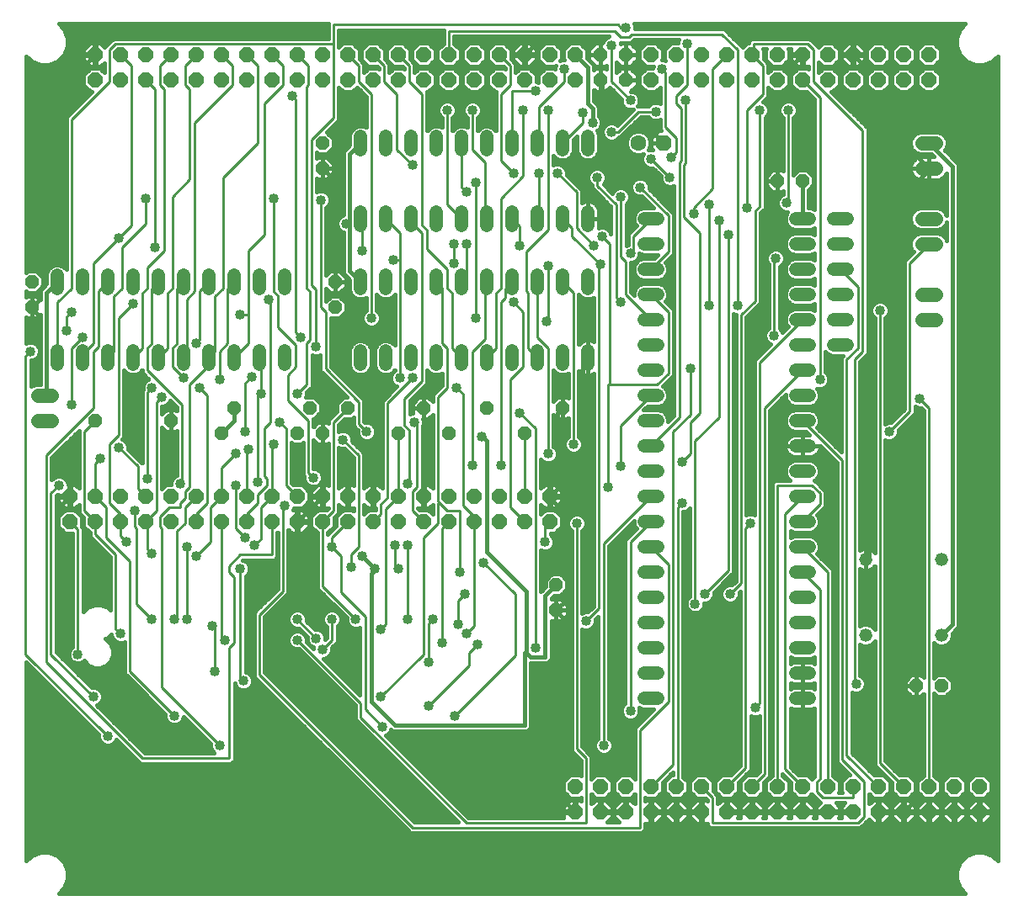
<source format=gbl>
G75*
%MOIN*%
%OFA0B0*%
%FSLAX24Y24*%
%IPPOS*%
%LPD*%
%AMOC8*
5,1,8,0,0,1.08239X$1,22.5*
%
%ADD10OC8,0.0600*%
%ADD11OC8,0.0520*%
%ADD12OC8,0.0560*%
%ADD13OC8,0.0630*%
%ADD14C,0.0630*%
%ADD15C,0.0520*%
%ADD16C,0.0560*%
%ADD17C,0.0520*%
%ADD18C,0.0160*%
%ADD19C,0.0400*%
%ADD20C,0.0100*%
D10*
X003180Y015680D03*
X003180Y016680D03*
X004180Y016680D03*
X004180Y015680D03*
X005180Y015680D03*
X005180Y016680D03*
X006180Y016680D03*
X006180Y015680D03*
X007180Y015680D03*
X007180Y016680D03*
X008180Y016680D03*
X008180Y015680D03*
X009180Y015680D03*
X009180Y016680D03*
X010180Y016680D03*
X010180Y015680D03*
X011180Y015680D03*
X011180Y016680D03*
X012180Y016680D03*
X012180Y015680D03*
X013180Y015680D03*
X013180Y016680D03*
X014180Y016680D03*
X014180Y015680D03*
X015180Y015680D03*
X015180Y016680D03*
X016180Y016680D03*
X016180Y015680D03*
X017180Y015680D03*
X017180Y016680D03*
X018180Y016680D03*
X018180Y015680D03*
X019180Y015680D03*
X019180Y016680D03*
X020180Y016680D03*
X020180Y015680D03*
X021180Y015680D03*
X021180Y016680D03*
X022180Y016680D03*
X022180Y015680D03*
X023180Y005180D03*
X024180Y005180D03*
X025180Y005180D03*
X025180Y004180D03*
X024180Y004180D03*
X023180Y004180D03*
X026180Y004180D03*
X027180Y004180D03*
X027180Y005180D03*
X026180Y005180D03*
X028180Y005180D03*
X029180Y005180D03*
X030180Y005180D03*
X030180Y004180D03*
X029180Y004180D03*
X028180Y004180D03*
X031180Y004180D03*
X032180Y004180D03*
X032180Y005180D03*
X031180Y005180D03*
X033180Y005180D03*
X034180Y005180D03*
X034180Y004180D03*
X033180Y004180D03*
X035180Y004180D03*
X036180Y004180D03*
X037180Y004180D03*
X037180Y005180D03*
X036180Y005180D03*
X035180Y005180D03*
X038180Y005180D03*
X039180Y005180D03*
X039180Y004180D03*
X038180Y004180D03*
X037180Y033180D03*
X036180Y033180D03*
X035180Y033180D03*
X035180Y034180D03*
X036180Y034180D03*
X037180Y034180D03*
X034180Y034180D03*
X033180Y034180D03*
X033180Y033180D03*
X034180Y033180D03*
X032180Y033180D03*
X031180Y033180D03*
X031180Y034180D03*
X032180Y034180D03*
X030180Y034180D03*
X029180Y034180D03*
X028180Y034180D03*
X028180Y033180D03*
X029180Y033180D03*
X030180Y033180D03*
X027180Y033180D03*
X026180Y033180D03*
X026180Y034180D03*
X027180Y034180D03*
X023180Y034180D03*
X023180Y033180D03*
X022180Y033180D03*
X021180Y033180D03*
X021180Y034180D03*
X022180Y034180D03*
X020180Y034180D03*
X019180Y034180D03*
X019180Y033180D03*
X020180Y033180D03*
X018180Y033180D03*
X017180Y033180D03*
X016180Y033180D03*
X016180Y034180D03*
X017180Y034180D03*
X018180Y034180D03*
X015180Y034180D03*
X014180Y034180D03*
X014180Y033180D03*
X015180Y033180D03*
X013180Y033180D03*
X012180Y033180D03*
X011180Y033180D03*
X011180Y034180D03*
X012180Y034180D03*
X013180Y034180D03*
X010180Y034180D03*
X009180Y034180D03*
X009180Y033180D03*
X010180Y033180D03*
X008180Y033180D03*
X007180Y033180D03*
X007180Y034180D03*
X008180Y034180D03*
X006180Y034180D03*
X005180Y034180D03*
X004180Y034180D03*
X004180Y033180D03*
X005180Y033180D03*
X006180Y033180D03*
D11*
X013180Y030680D03*
X013180Y029680D03*
X013680Y025180D03*
X013680Y024180D03*
X014180Y020180D03*
X013180Y019180D03*
X012180Y019180D03*
X012680Y020180D03*
X009680Y020180D03*
X009180Y019180D03*
X007180Y019680D03*
X004180Y019680D03*
X001680Y024180D03*
X001680Y025180D03*
X016180Y019180D03*
X017180Y020180D03*
X018180Y019180D03*
X019680Y020180D03*
X021180Y019180D03*
X022680Y020180D03*
X022430Y013180D03*
X022430Y012180D03*
X036680Y009180D03*
X037680Y009180D03*
X032180Y029180D03*
X031180Y029180D03*
D12*
X025180Y033180D03*
X024180Y033180D03*
X024180Y034180D03*
X025180Y034180D03*
D13*
X026680Y030680D03*
D14*
X025680Y030680D03*
D15*
X023680Y030420D02*
X023680Y030940D01*
X022680Y030940D02*
X022680Y030420D01*
X021680Y030420D02*
X021680Y030940D01*
X020680Y030940D02*
X020680Y030420D01*
X019680Y030420D02*
X019680Y030940D01*
X018680Y030940D02*
X018680Y030420D01*
X017680Y030420D02*
X017680Y030940D01*
X016680Y030940D02*
X016680Y030420D01*
X015680Y030420D02*
X015680Y030940D01*
X014680Y030940D02*
X014680Y030420D01*
X014680Y027940D02*
X014680Y027420D01*
X015680Y027420D02*
X015680Y027940D01*
X016680Y027940D02*
X016680Y027420D01*
X017680Y027420D02*
X017680Y027940D01*
X018680Y027940D02*
X018680Y027420D01*
X019680Y027420D02*
X019680Y027940D01*
X020680Y027940D02*
X020680Y027420D01*
X021680Y027420D02*
X021680Y027940D01*
X022680Y027940D02*
X022680Y027420D01*
X023680Y027420D02*
X023680Y027940D01*
X025920Y027680D02*
X026440Y027680D01*
X026440Y026680D02*
X025920Y026680D01*
X025920Y025680D02*
X026440Y025680D01*
X026440Y024680D02*
X025920Y024680D01*
X025920Y023680D02*
X026440Y023680D01*
X026440Y022680D02*
X025920Y022680D01*
X025920Y021680D02*
X026440Y021680D01*
X026440Y020680D02*
X025920Y020680D01*
X025920Y019680D02*
X026440Y019680D01*
X026440Y018680D02*
X025920Y018680D01*
X025920Y017680D02*
X026440Y017680D01*
X026440Y016680D02*
X025920Y016680D01*
X025920Y015680D02*
X026440Y015680D01*
X026440Y014680D02*
X025920Y014680D01*
X025920Y013680D02*
X026440Y013680D01*
X026440Y012680D02*
X025920Y012680D01*
X025920Y011680D02*
X026440Y011680D01*
X026440Y010680D02*
X025920Y010680D01*
X025920Y009680D02*
X026440Y009680D01*
X026440Y008680D02*
X025920Y008680D01*
X031920Y008680D02*
X032440Y008680D01*
X032440Y009680D02*
X031920Y009680D01*
X031920Y010680D02*
X032440Y010680D01*
X032440Y011680D02*
X031920Y011680D01*
X031920Y012680D02*
X032440Y012680D01*
X032440Y013680D02*
X031920Y013680D01*
X031920Y014680D02*
X032440Y014680D01*
X032440Y015680D02*
X031920Y015680D01*
X031920Y016680D02*
X032440Y016680D01*
X032440Y017680D02*
X031920Y017680D01*
X031920Y018680D02*
X032440Y018680D01*
X032440Y019680D02*
X031920Y019680D01*
X031920Y020680D02*
X032440Y020680D01*
X032440Y021680D02*
X031920Y021680D01*
X031920Y022680D02*
X032440Y022680D01*
X033420Y022680D02*
X033940Y022680D01*
X033940Y023680D02*
X033420Y023680D01*
X032440Y023680D02*
X031920Y023680D01*
X031920Y024680D02*
X032440Y024680D01*
X033420Y024680D02*
X033940Y024680D01*
X033940Y025680D02*
X033420Y025680D01*
X032440Y025680D02*
X031920Y025680D01*
X031920Y026680D02*
X032440Y026680D01*
X033420Y026680D02*
X033940Y026680D01*
X033940Y027680D02*
X033420Y027680D01*
X032440Y027680D02*
X031920Y027680D01*
X023680Y025440D02*
X023680Y024920D01*
X022680Y024920D02*
X022680Y025440D01*
X021680Y025440D02*
X021680Y024920D01*
X020680Y024920D02*
X020680Y025440D01*
X019680Y025440D02*
X019680Y024920D01*
X018680Y024920D02*
X018680Y025440D01*
X017680Y025440D02*
X017680Y024920D01*
X016680Y024920D02*
X016680Y025440D01*
X015680Y025440D02*
X015680Y024920D01*
X014680Y024920D02*
X014680Y025440D01*
X011680Y025440D02*
X011680Y024920D01*
X010680Y024920D02*
X010680Y025440D01*
X009680Y025440D02*
X009680Y024920D01*
X008680Y024920D02*
X008680Y025440D01*
X007680Y025440D02*
X007680Y024920D01*
X006680Y024920D02*
X006680Y025440D01*
X005680Y025440D02*
X005680Y024920D01*
X004680Y024920D02*
X004680Y025440D01*
X003680Y025440D02*
X003680Y024920D01*
X002680Y024920D02*
X002680Y025440D01*
X002680Y022440D02*
X002680Y021920D01*
X003680Y021920D02*
X003680Y022440D01*
X004680Y022440D02*
X004680Y021920D01*
X005680Y021920D02*
X005680Y022440D01*
X006680Y022440D02*
X006680Y021920D01*
X007680Y021920D02*
X007680Y022440D01*
X008680Y022440D02*
X008680Y021920D01*
X009680Y021920D02*
X009680Y022440D01*
X010680Y022440D02*
X010680Y021920D01*
X011680Y021920D02*
X011680Y022440D01*
X014680Y022440D02*
X014680Y021920D01*
X015680Y021920D02*
X015680Y022440D01*
X016680Y022440D02*
X016680Y021920D01*
X017680Y021920D02*
X017680Y022440D01*
X018680Y022440D02*
X018680Y021920D01*
X019680Y021920D02*
X019680Y022440D01*
X020680Y022440D02*
X020680Y021920D01*
X021680Y021920D02*
X021680Y022440D01*
X022680Y022440D02*
X022680Y021920D01*
X023680Y021920D02*
X023680Y022440D01*
D16*
X036900Y023680D02*
X037460Y023680D01*
X037460Y024680D02*
X036900Y024680D01*
X036900Y026680D02*
X037460Y026680D01*
X037460Y027680D02*
X036900Y027680D01*
X036900Y029680D02*
X037460Y029680D01*
X037460Y030680D02*
X036900Y030680D01*
X002460Y020680D02*
X001900Y020680D01*
X001900Y019680D02*
X002460Y019680D01*
D17*
X034680Y014180D03*
X034680Y011180D03*
X037680Y011180D03*
X037680Y014180D03*
D18*
X001460Y010103D02*
X001460Y002240D01*
X001667Y002447D01*
X002000Y002585D01*
X002360Y002585D01*
X002693Y002447D01*
X002947Y002193D01*
X003085Y001860D01*
X003085Y001500D01*
X002947Y001167D01*
X002740Y000960D01*
X038620Y000960D01*
X038413Y001167D01*
X038275Y001500D01*
X038275Y001860D01*
X038413Y002193D01*
X038667Y002447D01*
X039000Y002585D01*
X039360Y002585D01*
X039693Y002447D01*
X039900Y002240D01*
X039900Y034120D01*
X039693Y033913D01*
X039360Y033775D01*
X039000Y033775D01*
X038667Y033913D01*
X038413Y034167D01*
X038275Y034500D01*
X038275Y034860D01*
X038413Y035193D01*
X038620Y035400D01*
X025504Y035400D01*
X025540Y035314D01*
X025540Y035202D01*
X029079Y035202D01*
X029202Y035079D01*
X029816Y034466D01*
X029989Y034640D01*
X030033Y034640D01*
X030033Y034704D01*
X030156Y034827D01*
X032454Y034827D01*
X032577Y034704D01*
X032816Y034466D01*
X032989Y034640D01*
X033371Y034640D01*
X033640Y034371D01*
X033640Y033989D01*
X033371Y033720D01*
X032989Y033720D01*
X032827Y033882D01*
X032827Y033478D01*
X032989Y033640D01*
X033371Y033640D01*
X033640Y033371D01*
X033640Y032989D01*
X033371Y032720D01*
X033312Y032720D01*
X034765Y031267D01*
X034765Y022343D01*
X034642Y022220D01*
X034452Y022031D01*
X034452Y014558D01*
X034511Y014588D01*
X034577Y014609D01*
X034645Y014620D01*
X034680Y014620D01*
X034680Y014180D01*
X034805Y014305D01*
X034805Y027243D01*
X037180Y029618D01*
X037180Y029680D01*
X034680Y032180D01*
X034680Y033680D01*
X034180Y034180D01*
X034200Y034197D02*
X034720Y034197D01*
X034660Y034200D02*
X034660Y034379D01*
X034379Y034660D01*
X034200Y034660D01*
X034200Y034200D01*
X034660Y034200D01*
X034660Y034160D02*
X034200Y034160D01*
X034200Y034200D01*
X034160Y034200D01*
X034160Y034660D01*
X033981Y034660D01*
X033700Y034379D01*
X033700Y034200D01*
X034160Y034200D01*
X034160Y034160D01*
X034200Y034160D01*
X034200Y033700D01*
X034379Y033700D01*
X034660Y033981D01*
X034660Y034160D01*
X034660Y034039D02*
X034720Y034039D01*
X034720Y033989D02*
X034989Y033720D01*
X035371Y033720D01*
X035640Y033989D01*
X035640Y034371D01*
X035371Y034640D01*
X034989Y034640D01*
X034720Y034371D01*
X034720Y033989D01*
X034829Y033880D02*
X034559Y033880D01*
X034400Y033722D02*
X034988Y033722D01*
X034989Y033640D02*
X034720Y033371D01*
X034720Y032989D01*
X034989Y032720D01*
X035371Y032720D01*
X035640Y032989D01*
X035640Y033371D01*
X035371Y033640D01*
X034989Y033640D01*
X034913Y033563D02*
X034447Y033563D01*
X034371Y033640D02*
X033989Y033640D01*
X033720Y033371D01*
X033720Y032989D01*
X033989Y032720D01*
X034371Y032720D01*
X034640Y032989D01*
X034640Y033371D01*
X034371Y033640D01*
X034200Y033722D02*
X034160Y033722D01*
X034160Y033700D02*
X034160Y034160D01*
X033700Y034160D01*
X033700Y033981D01*
X033981Y033700D01*
X034160Y033700D01*
X034160Y033880D02*
X034200Y033880D01*
X034200Y034039D02*
X034160Y034039D01*
X034160Y034197D02*
X033640Y034197D01*
X033640Y034039D02*
X033700Y034039D01*
X033801Y033880D02*
X033531Y033880D01*
X033372Y033722D02*
X033960Y033722D01*
X033913Y033563D02*
X033447Y033563D01*
X033606Y033405D02*
X033754Y033405D01*
X033720Y033246D02*
X033640Y033246D01*
X033640Y033088D02*
X033720Y033088D01*
X033780Y032929D02*
X033580Y032929D01*
X033421Y032771D02*
X033939Y032771D01*
X033578Y032454D02*
X039900Y032454D01*
X039900Y032612D02*
X033420Y032612D01*
X033737Y032295D02*
X039900Y032295D01*
X039900Y032137D02*
X033895Y032137D01*
X034054Y031978D02*
X039900Y031978D01*
X039900Y031820D02*
X034212Y031820D01*
X034371Y031661D02*
X039900Y031661D01*
X039900Y031503D02*
X034529Y031503D01*
X034688Y031344D02*
X039900Y031344D01*
X039900Y031186D02*
X034765Y031186D01*
X034765Y031027D02*
X036625Y031027D01*
X036651Y031053D02*
X036527Y030929D01*
X036460Y030768D01*
X036460Y030592D01*
X036527Y030431D01*
X036651Y030307D01*
X036812Y030240D01*
X037281Y030240D01*
X037381Y030140D01*
X037190Y030140D01*
X037190Y029690D01*
X037170Y029690D01*
X037170Y030140D01*
X036864Y030140D01*
X036792Y030129D01*
X036723Y030106D01*
X036659Y030073D01*
X036600Y030031D01*
X036549Y029980D01*
X036507Y029921D01*
X036474Y029857D01*
X036451Y029788D01*
X036440Y029716D01*
X036440Y029690D01*
X037170Y029690D01*
X037170Y029670D01*
X037190Y029670D01*
X037190Y029220D01*
X037496Y029220D01*
X037568Y029231D01*
X037637Y029254D01*
X037701Y029287D01*
X037760Y029329D01*
X037811Y029380D01*
X037853Y029439D01*
X037878Y029486D01*
X037878Y027822D01*
X037833Y027929D01*
X037709Y028053D01*
X037548Y028120D01*
X036812Y028120D01*
X036651Y028053D01*
X036527Y027929D01*
X036460Y027768D01*
X036460Y027592D01*
X036527Y027431D01*
X036651Y027307D01*
X036812Y027240D01*
X037548Y027240D01*
X037709Y027307D01*
X037833Y027431D01*
X037878Y027538D01*
X037878Y026822D01*
X037833Y026929D01*
X037709Y027053D01*
X037548Y027120D01*
X036812Y027120D01*
X036651Y027053D01*
X036527Y026929D01*
X036460Y026768D01*
X036460Y026592D01*
X036527Y026431D01*
X036580Y026377D01*
X036220Y026017D01*
X036220Y020142D01*
X035681Y019602D01*
X035546Y019602D01*
X035452Y019564D01*
X035452Y023756D01*
X035548Y023851D01*
X035602Y023983D01*
X035602Y024127D01*
X035548Y024259D01*
X035446Y024360D01*
X035314Y024415D01*
X035171Y024415D01*
X035039Y024360D01*
X034937Y024259D01*
X034883Y024127D01*
X034883Y023983D01*
X034937Y023851D01*
X035033Y023756D01*
X035033Y014443D01*
X035016Y014467D01*
X034967Y014516D01*
X034911Y014556D01*
X034849Y014588D01*
X034783Y014609D01*
X034715Y014620D01*
X034680Y014620D01*
X034680Y014180D01*
X034680Y014180D01*
X034680Y013740D01*
X034715Y013740D01*
X034783Y013751D01*
X034849Y013772D01*
X034911Y013804D01*
X034967Y013844D01*
X035016Y013893D01*
X035033Y013917D01*
X035033Y011421D01*
X034918Y011536D01*
X034764Y011600D01*
X034596Y011600D01*
X034452Y011540D01*
X034452Y013802D01*
X034511Y013772D01*
X034577Y013751D01*
X034645Y013740D01*
X034680Y013740D01*
X034680Y014180D01*
X034680Y014180D01*
X034680Y014226D02*
X034680Y014226D01*
X034680Y014068D02*
X034680Y014068D01*
X034680Y013909D02*
X034680Y013909D01*
X034680Y013751D02*
X034680Y013751D01*
X034781Y013751D02*
X035033Y013751D01*
X035027Y013909D02*
X035033Y013909D01*
X035033Y013592D02*
X034452Y013592D01*
X034452Y013434D02*
X035033Y013434D01*
X035033Y013275D02*
X034452Y013275D01*
X034452Y013117D02*
X035033Y013117D01*
X035033Y012958D02*
X034452Y012958D01*
X034452Y012800D02*
X035033Y012800D01*
X035033Y012641D02*
X034452Y012641D01*
X034452Y012483D02*
X035033Y012483D01*
X035033Y012324D02*
X034452Y012324D01*
X034452Y012166D02*
X035033Y012166D01*
X035033Y012007D02*
X034452Y012007D01*
X034452Y011849D02*
X035033Y011849D01*
X035033Y011690D02*
X034452Y011690D01*
X034922Y011532D02*
X035033Y011532D01*
X035452Y011532D02*
X036970Y011532D01*
X036970Y011690D02*
X035452Y011690D01*
X035452Y011849D02*
X036970Y011849D01*
X036970Y012007D02*
X035452Y012007D01*
X035452Y012166D02*
X036970Y012166D01*
X036970Y012324D02*
X035452Y012324D01*
X035452Y012483D02*
X036970Y012483D01*
X036970Y012641D02*
X035452Y012641D01*
X035452Y012800D02*
X036970Y012800D01*
X036970Y012958D02*
X035452Y012958D01*
X035452Y013117D02*
X036970Y013117D01*
X036970Y013275D02*
X035452Y013275D01*
X035452Y013434D02*
X036970Y013434D01*
X036970Y013592D02*
X035452Y013592D01*
X035452Y013751D02*
X036970Y013751D01*
X036970Y013909D02*
X035452Y013909D01*
X035452Y014068D02*
X036970Y014068D01*
X036970Y014226D02*
X035452Y014226D01*
X035452Y014385D02*
X036970Y014385D01*
X036970Y014543D02*
X035452Y014543D01*
X035452Y014702D02*
X036970Y014702D01*
X036970Y014860D02*
X035452Y014860D01*
X035452Y015019D02*
X036970Y015019D01*
X036970Y015177D02*
X035452Y015177D01*
X035452Y015336D02*
X036970Y015336D01*
X036970Y015494D02*
X035452Y015494D01*
X035452Y015653D02*
X036970Y015653D01*
X036970Y015811D02*
X035452Y015811D01*
X035452Y015970D02*
X036970Y015970D01*
X036970Y016128D02*
X035452Y016128D01*
X035452Y016287D02*
X036970Y016287D01*
X036970Y016445D02*
X035452Y016445D01*
X035452Y016604D02*
X036970Y016604D01*
X036970Y016762D02*
X035452Y016762D01*
X035452Y016921D02*
X036970Y016921D01*
X036970Y017079D02*
X035452Y017079D01*
X035452Y017238D02*
X036970Y017238D01*
X036970Y017396D02*
X035452Y017396D01*
X035452Y017555D02*
X036970Y017555D01*
X036970Y017713D02*
X035452Y017713D01*
X035452Y017872D02*
X036970Y017872D01*
X036970Y018030D02*
X035452Y018030D01*
X035452Y018189D02*
X036970Y018189D01*
X036970Y018347D02*
X035452Y018347D01*
X035452Y018506D02*
X036970Y018506D01*
X036970Y018664D02*
X035452Y018664D01*
X035452Y018823D02*
X036970Y018823D01*
X036970Y018981D02*
X035865Y018981D01*
X035821Y018937D02*
X035923Y019039D01*
X035977Y019171D01*
X035977Y019306D01*
X036517Y019845D01*
X036640Y019968D01*
X036640Y020234D01*
X036733Y020195D01*
X036868Y020195D01*
X036970Y020093D01*
X036970Y009512D01*
X036862Y009620D01*
X036680Y009620D01*
X036680Y009180D01*
X036680Y004680D01*
X036180Y004180D01*
X036200Y004200D02*
X036660Y004200D01*
X036660Y004379D01*
X036379Y004660D01*
X036200Y004660D01*
X036200Y004200D01*
X036200Y004160D01*
X036660Y004160D01*
X036660Y003981D01*
X036379Y003700D01*
X036200Y003700D01*
X036200Y004160D01*
X036160Y004160D01*
X036160Y003700D01*
X035981Y003700D01*
X035700Y003981D01*
X035700Y004160D01*
X036160Y004160D01*
X036160Y004200D01*
X036160Y004660D01*
X035981Y004660D01*
X035700Y004379D01*
X035700Y004200D01*
X036160Y004200D01*
X036200Y004200D01*
X036200Y004241D02*
X036160Y004241D01*
X036160Y004399D02*
X036200Y004399D01*
X036200Y004558D02*
X036160Y004558D01*
X035989Y004720D02*
X036371Y004720D01*
X036640Y004989D01*
X036640Y005371D01*
X036371Y005640D01*
X036017Y005640D01*
X035452Y006204D01*
X035452Y018921D01*
X035546Y018883D01*
X035689Y018883D01*
X035821Y018937D01*
X035965Y019140D02*
X036970Y019140D01*
X036970Y019298D02*
X035977Y019298D01*
X036129Y019457D02*
X036970Y019457D01*
X036970Y019615D02*
X036287Y019615D01*
X036446Y019774D02*
X036970Y019774D01*
X036970Y019932D02*
X036604Y019932D01*
X036640Y020091D02*
X036970Y020091D01*
X036220Y020249D02*
X035452Y020249D01*
X035452Y020091D02*
X036169Y020091D01*
X036010Y019932D02*
X035452Y019932D01*
X035452Y019774D02*
X035852Y019774D01*
X035693Y019615D02*
X035452Y019615D01*
X035033Y019615D02*
X034452Y019615D01*
X034452Y019457D02*
X035033Y019457D01*
X035033Y019298D02*
X034452Y019298D01*
X034452Y019140D02*
X035033Y019140D01*
X035033Y018981D02*
X034452Y018981D01*
X034452Y018823D02*
X035033Y018823D01*
X035033Y018664D02*
X034452Y018664D01*
X034452Y018506D02*
X035033Y018506D01*
X035033Y018347D02*
X034452Y018347D01*
X034452Y018189D02*
X035033Y018189D01*
X035033Y018030D02*
X034452Y018030D01*
X034452Y017872D02*
X035033Y017872D01*
X035033Y017713D02*
X034452Y017713D01*
X034452Y017555D02*
X035033Y017555D01*
X035033Y017396D02*
X034452Y017396D01*
X034452Y017238D02*
X035033Y017238D01*
X035033Y017079D02*
X034452Y017079D01*
X034452Y016921D02*
X035033Y016921D01*
X035033Y016762D02*
X034452Y016762D01*
X034452Y016604D02*
X035033Y016604D01*
X035033Y016445D02*
X034452Y016445D01*
X034452Y016287D02*
X035033Y016287D01*
X035033Y016128D02*
X034452Y016128D01*
X034452Y015970D02*
X035033Y015970D01*
X035033Y015811D02*
X034452Y015811D01*
X034452Y015653D02*
X035033Y015653D01*
X035033Y015494D02*
X034452Y015494D01*
X034452Y015336D02*
X035033Y015336D01*
X035033Y015177D02*
X034452Y015177D01*
X034452Y015019D02*
X035033Y015019D01*
X035033Y014860D02*
X034452Y014860D01*
X034452Y014702D02*
X035033Y014702D01*
X035033Y014543D02*
X034929Y014543D01*
X034680Y014543D02*
X034680Y014543D01*
X034680Y014385D02*
X034680Y014385D01*
X034579Y013751D02*
X034452Y013751D01*
X033533Y013751D02*
X033390Y013751D01*
X033390Y013767D02*
X033267Y013890D01*
X032755Y014402D01*
X032796Y014442D01*
X032860Y014596D01*
X032860Y014764D01*
X032796Y014918D01*
X032678Y015036D01*
X032524Y015100D01*
X031836Y015100D01*
X031702Y015045D01*
X031702Y015315D01*
X031836Y015260D01*
X032524Y015260D01*
X032678Y015324D01*
X032796Y015442D01*
X032860Y015596D01*
X032860Y015764D01*
X032796Y015918D01*
X032755Y015958D01*
X032954Y016158D01*
X033077Y016281D01*
X033077Y016892D01*
X032765Y017204D01*
X032655Y017314D01*
X032678Y017324D01*
X032796Y017442D01*
X032860Y017596D01*
X032860Y017764D01*
X032796Y017918D01*
X032678Y018036D01*
X032524Y018100D01*
X031836Y018100D01*
X031682Y018036D01*
X031564Y017918D01*
X031500Y017764D01*
X031500Y017596D01*
X031564Y017442D01*
X031679Y017327D01*
X031093Y017327D01*
X030970Y017204D01*
X030970Y005621D01*
X030720Y005371D01*
X030720Y004989D01*
X030989Y004720D01*
X031371Y004720D01*
X031640Y004989D01*
X031640Y005371D01*
X031390Y005621D01*
X031390Y005673D01*
X031720Y005343D01*
X031720Y004989D01*
X031989Y004720D01*
X032371Y004720D01*
X032544Y004894D01*
X032783Y004656D01*
X032880Y004558D01*
X032700Y004379D01*
X032700Y004200D01*
X033160Y004200D01*
X033160Y004160D01*
X032700Y004160D01*
X032700Y003981D01*
X032729Y003952D01*
X032631Y003952D01*
X032660Y003981D01*
X032660Y004160D01*
X032200Y004160D01*
X032200Y004200D01*
X032160Y004200D01*
X032160Y004660D01*
X031981Y004660D01*
X031700Y004379D01*
X031700Y004200D01*
X032160Y004200D01*
X032160Y004160D01*
X031700Y004160D01*
X031700Y003981D01*
X031729Y003952D01*
X031631Y003952D01*
X031660Y003981D01*
X031660Y004160D01*
X031200Y004160D01*
X031200Y004200D01*
X031160Y004200D01*
X031160Y004660D01*
X030981Y004660D01*
X030700Y004379D01*
X030700Y004200D01*
X031160Y004200D01*
X031160Y004160D01*
X030700Y004160D01*
X030700Y003981D01*
X030729Y003952D01*
X030631Y003952D01*
X030660Y003981D01*
X030660Y004160D01*
X030200Y004160D01*
X030200Y004200D01*
X030160Y004200D01*
X030160Y004660D01*
X029981Y004660D01*
X029700Y004379D01*
X029700Y004200D01*
X030160Y004200D01*
X030160Y004160D01*
X029700Y004160D01*
X029700Y003981D01*
X029729Y003952D01*
X029631Y003952D01*
X029660Y003981D01*
X029660Y004160D01*
X029200Y004160D01*
X029200Y004200D01*
X029160Y004200D01*
X029160Y004660D01*
X028981Y004660D01*
X028827Y004506D01*
X028827Y004829D01*
X028640Y005017D01*
X028640Y005371D01*
X028371Y005640D01*
X027989Y005640D01*
X027720Y005371D01*
X027720Y004989D01*
X027989Y004720D01*
X028343Y004720D01*
X028408Y004656D01*
X028408Y004631D01*
X028379Y004660D01*
X028200Y004660D01*
X028200Y004200D01*
X028160Y004200D01*
X028160Y004660D01*
X027981Y004660D01*
X027700Y004379D01*
X027700Y004200D01*
X028160Y004200D01*
X028160Y004160D01*
X028200Y004160D01*
X028200Y003700D01*
X028379Y003700D01*
X028408Y003729D01*
X028408Y003656D01*
X028531Y003533D01*
X034454Y003533D01*
X034577Y003656D01*
X034802Y003880D01*
X034981Y003700D01*
X035160Y003700D01*
X035160Y004160D01*
X035200Y004160D01*
X035200Y004200D01*
X035160Y004200D01*
X035160Y004660D01*
X034981Y004660D01*
X034827Y004506D01*
X034827Y004882D01*
X034989Y004720D01*
X035371Y004720D01*
X035640Y004989D01*
X035640Y005371D01*
X035371Y005640D01*
X035017Y005640D01*
X034140Y006517D01*
X034140Y008921D01*
X034233Y008883D01*
X034377Y008883D01*
X034509Y008937D01*
X034610Y009039D01*
X034665Y009171D01*
X034665Y009314D01*
X034610Y009446D01*
X034509Y009548D01*
X034452Y009571D01*
X034452Y010820D01*
X034596Y010760D01*
X034764Y010760D01*
X034918Y010824D01*
X035033Y010939D01*
X035033Y006031D01*
X035156Y005908D01*
X035720Y005343D01*
X035720Y004989D01*
X035989Y004720D01*
X035879Y004558D02*
X035481Y004558D01*
X035379Y004660D02*
X035200Y004660D01*
X035200Y004200D01*
X035660Y004200D01*
X035660Y004379D01*
X035379Y004660D01*
X035200Y004558D02*
X035160Y004558D01*
X035160Y004399D02*
X035200Y004399D01*
X035200Y004241D02*
X035160Y004241D01*
X035200Y004160D02*
X035660Y004160D01*
X035660Y003981D01*
X035379Y003700D01*
X035200Y003700D01*
X035200Y004160D01*
X035200Y004082D02*
X035160Y004082D01*
X035160Y003924D02*
X035200Y003924D01*
X035200Y003765D02*
X035160Y003765D01*
X034916Y003765D02*
X034687Y003765D01*
X034528Y003607D02*
X039900Y003607D01*
X039900Y003765D02*
X039444Y003765D01*
X039379Y003700D02*
X039660Y003981D01*
X039660Y004160D01*
X039200Y004160D01*
X039200Y004200D01*
X039660Y004200D01*
X039660Y004379D01*
X039379Y004660D01*
X039200Y004660D01*
X039200Y004200D01*
X039160Y004200D01*
X039160Y004660D01*
X038981Y004660D01*
X038700Y004379D01*
X038700Y004200D01*
X039160Y004200D01*
X039160Y004160D01*
X039200Y004160D01*
X039200Y003700D01*
X039379Y003700D01*
X039200Y003765D02*
X039160Y003765D01*
X039160Y003700D02*
X039160Y004160D01*
X038700Y004160D01*
X038700Y003981D01*
X038981Y003700D01*
X039160Y003700D01*
X039160Y003924D02*
X039200Y003924D01*
X039200Y004082D02*
X039160Y004082D01*
X039160Y004241D02*
X039200Y004241D01*
X039200Y004399D02*
X039160Y004399D01*
X039160Y004558D02*
X039200Y004558D01*
X039371Y004720D02*
X038989Y004720D01*
X038720Y004989D01*
X038720Y005371D01*
X038989Y005640D01*
X039371Y005640D01*
X039640Y005371D01*
X039640Y004989D01*
X039371Y004720D01*
X039481Y004558D02*
X039900Y004558D01*
X039900Y004716D02*
X034827Y004716D01*
X034827Y004558D02*
X034879Y004558D01*
X034835Y004875D02*
X034827Y004875D01*
X035525Y004875D02*
X035835Y004875D01*
X035720Y005033D02*
X035640Y005033D01*
X035640Y005192D02*
X035720Y005192D01*
X035713Y005350D02*
X035640Y005350D01*
X035555Y005509D02*
X035502Y005509D01*
X035396Y005667D02*
X034990Y005667D01*
X034831Y005826D02*
X035238Y005826D01*
X035079Y005984D02*
X034673Y005984D01*
X034514Y006143D02*
X035033Y006143D01*
X035033Y006301D02*
X034356Y006301D01*
X034197Y006460D02*
X035033Y006460D01*
X035033Y006618D02*
X034140Y006618D01*
X034140Y006777D02*
X035033Y006777D01*
X035033Y006935D02*
X034140Y006935D01*
X034140Y007094D02*
X035033Y007094D01*
X035033Y007252D02*
X034140Y007252D01*
X034140Y007411D02*
X035033Y007411D01*
X035033Y007569D02*
X034140Y007569D01*
X034140Y007728D02*
X035033Y007728D01*
X035033Y007886D02*
X034140Y007886D01*
X034140Y008045D02*
X035033Y008045D01*
X035033Y008203D02*
X034140Y008203D01*
X034140Y008362D02*
X035033Y008362D01*
X035033Y008520D02*
X034140Y008520D01*
X034140Y008679D02*
X035033Y008679D01*
X035033Y008837D02*
X034140Y008837D01*
X034567Y008996D02*
X035033Y008996D01*
X035033Y009154D02*
X034658Y009154D01*
X034665Y009313D02*
X035033Y009313D01*
X035033Y009471D02*
X034586Y009471D01*
X034452Y009630D02*
X035033Y009630D01*
X035033Y009788D02*
X034452Y009788D01*
X034452Y009947D02*
X035033Y009947D01*
X035033Y010105D02*
X034452Y010105D01*
X034452Y010264D02*
X035033Y010264D01*
X035033Y010422D02*
X034452Y010422D01*
X034452Y010581D02*
X035033Y010581D01*
X035033Y010739D02*
X034452Y010739D01*
X034991Y010898D02*
X035033Y010898D01*
X035452Y010898D02*
X036970Y010898D01*
X036970Y011056D02*
X035452Y011056D01*
X035452Y011215D02*
X036970Y011215D01*
X036970Y011373D02*
X035452Y011373D01*
X035452Y010739D02*
X036970Y010739D01*
X036970Y010581D02*
X035452Y010581D01*
X035452Y010422D02*
X036970Y010422D01*
X036970Y010264D02*
X035452Y010264D01*
X035452Y010105D02*
X036970Y010105D01*
X036970Y009947D02*
X035452Y009947D01*
X035452Y009788D02*
X036970Y009788D01*
X036970Y009630D02*
X035452Y009630D01*
X035452Y009471D02*
X036349Y009471D01*
X036240Y009362D02*
X036240Y009180D01*
X036680Y009180D01*
X036680Y009180D01*
X036680Y008740D01*
X036862Y008740D01*
X036970Y008848D01*
X036970Y005621D01*
X036720Y005371D01*
X036720Y004989D01*
X036989Y004720D01*
X037371Y004720D01*
X037640Y004989D01*
X037640Y005371D01*
X037390Y005621D01*
X037390Y008876D01*
X037506Y008760D01*
X037854Y008760D01*
X038100Y009006D01*
X038100Y009354D01*
X037854Y009600D01*
X037506Y009600D01*
X037390Y009484D01*
X037390Y010876D01*
X037442Y010824D01*
X037596Y010760D01*
X037764Y010760D01*
X037918Y010824D01*
X038036Y010942D01*
X038100Y011096D01*
X038100Y011261D01*
X038321Y011482D01*
X038357Y011570D01*
X038357Y029790D01*
X038321Y029878D01*
X037801Y030399D01*
X037833Y030431D01*
X037900Y030592D01*
X037900Y030768D01*
X037833Y030929D01*
X037709Y031053D01*
X037548Y031120D01*
X036812Y031120D01*
X036651Y031053D01*
X036502Y030869D02*
X034765Y030869D01*
X034765Y030710D02*
X036460Y030710D01*
X036477Y030552D02*
X034765Y030552D01*
X034765Y030393D02*
X036565Y030393D01*
X036664Y030076D02*
X034765Y030076D01*
X034765Y029918D02*
X036505Y029918D01*
X036447Y029759D02*
X034765Y029759D01*
X034765Y029601D02*
X036447Y029601D01*
X036451Y029572D02*
X036474Y029503D01*
X036507Y029439D01*
X036549Y029380D01*
X036600Y029329D01*
X036659Y029287D01*
X036723Y029254D01*
X036792Y029231D01*
X036864Y029220D01*
X037170Y029220D01*
X037170Y029670D01*
X036440Y029670D01*
X036440Y029644D01*
X036451Y029572D01*
X036505Y029442D02*
X034765Y029442D01*
X034765Y029284D02*
X036665Y029284D01*
X037170Y029284D02*
X037190Y029284D01*
X037190Y029442D02*
X037170Y029442D01*
X037170Y029601D02*
X037190Y029601D01*
X037190Y029759D02*
X037170Y029759D01*
X037170Y029918D02*
X037190Y029918D01*
X037190Y030076D02*
X037170Y030076D01*
X037286Y030235D02*
X034765Y030235D01*
X034765Y029125D02*
X037878Y029125D01*
X037878Y028967D02*
X034765Y028967D01*
X034765Y028808D02*
X037878Y028808D01*
X037878Y028650D02*
X034765Y028650D01*
X034765Y028491D02*
X037878Y028491D01*
X037878Y028333D02*
X034765Y028333D01*
X034765Y028174D02*
X037878Y028174D01*
X037878Y028016D02*
X037747Y028016D01*
X037863Y027857D02*
X037878Y027857D01*
X037878Y027382D02*
X037784Y027382D01*
X037878Y027223D02*
X034765Y027223D01*
X034765Y027065D02*
X036679Y027065D01*
X036517Y026906D02*
X034765Y026906D01*
X034765Y026748D02*
X036460Y026748D01*
X036461Y026589D02*
X034765Y026589D01*
X034765Y026431D02*
X036527Y026431D01*
X036475Y026272D02*
X034765Y026272D01*
X034765Y026114D02*
X036317Y026114D01*
X036220Y025955D02*
X034765Y025955D01*
X034765Y025797D02*
X036220Y025797D01*
X036220Y025638D02*
X034765Y025638D01*
X034765Y025480D02*
X036220Y025480D01*
X036220Y025321D02*
X034765Y025321D01*
X034765Y025163D02*
X036220Y025163D01*
X036220Y025004D02*
X034765Y025004D01*
X034765Y024846D02*
X036220Y024846D01*
X036220Y024687D02*
X034765Y024687D01*
X034765Y024529D02*
X036220Y024529D01*
X036220Y024370D02*
X035423Y024370D01*
X035567Y024212D02*
X036220Y024212D01*
X036220Y024053D02*
X035602Y024053D01*
X035566Y023895D02*
X036220Y023895D01*
X036220Y023736D02*
X035452Y023736D01*
X035452Y023578D02*
X036220Y023578D01*
X036220Y023419D02*
X035452Y023419D01*
X035452Y023261D02*
X036220Y023261D01*
X036220Y023102D02*
X035452Y023102D01*
X035452Y022944D02*
X036220Y022944D01*
X036220Y022785D02*
X035452Y022785D01*
X035452Y022627D02*
X036220Y022627D01*
X036220Y022468D02*
X035452Y022468D01*
X035452Y022310D02*
X036220Y022310D01*
X036220Y022151D02*
X035452Y022151D01*
X035452Y021993D02*
X036220Y021993D01*
X036220Y021834D02*
X035452Y021834D01*
X035452Y021676D02*
X036220Y021676D01*
X036220Y021517D02*
X035452Y021517D01*
X035452Y021359D02*
X036220Y021359D01*
X036220Y021200D02*
X035452Y021200D01*
X035452Y021042D02*
X036220Y021042D01*
X036220Y020883D02*
X035452Y020883D01*
X035452Y020725D02*
X036220Y020725D01*
X036220Y020566D02*
X035452Y020566D01*
X035452Y020408D02*
X036220Y020408D01*
X035033Y020408D02*
X034452Y020408D01*
X034452Y020566D02*
X035033Y020566D01*
X035033Y020725D02*
X034452Y020725D01*
X034452Y020883D02*
X035033Y020883D01*
X035033Y021042D02*
X034452Y021042D01*
X034452Y021200D02*
X035033Y021200D01*
X035033Y021359D02*
X034452Y021359D01*
X034452Y021517D02*
X035033Y021517D01*
X035033Y021676D02*
X034452Y021676D01*
X034452Y021834D02*
X035033Y021834D01*
X035033Y021993D02*
X034452Y021993D01*
X034573Y022151D02*
X035033Y022151D01*
X035033Y022310D02*
X034732Y022310D01*
X034765Y022468D02*
X035033Y022468D01*
X035033Y022627D02*
X034765Y022627D01*
X034765Y022785D02*
X035033Y022785D01*
X035033Y022944D02*
X034765Y022944D01*
X034765Y023102D02*
X035033Y023102D01*
X035033Y023261D02*
X034765Y023261D01*
X034765Y023419D02*
X035033Y023419D01*
X035033Y023578D02*
X034765Y023578D01*
X034765Y023736D02*
X035033Y023736D01*
X034919Y023895D02*
X034765Y023895D01*
X034765Y024053D02*
X034883Y024053D01*
X034918Y024212D02*
X034765Y024212D01*
X034765Y024370D02*
X035062Y024370D01*
X032658Y024315D02*
X032658Y024045D01*
X032524Y024100D01*
X031836Y024100D01*
X031682Y024036D01*
X031564Y023918D01*
X031500Y023764D01*
X031500Y023596D01*
X031564Y023442D01*
X031605Y023402D01*
X031390Y023187D01*
X031360Y023259D01*
X031265Y023354D01*
X031265Y025789D01*
X031321Y025812D01*
X031423Y025914D01*
X031477Y026046D01*
X031477Y026189D01*
X031423Y026321D01*
X031321Y026423D01*
X031189Y026477D01*
X031046Y026477D01*
X030914Y026423D01*
X030812Y026321D01*
X030758Y026189D01*
X030758Y026046D01*
X030812Y025914D01*
X030845Y025881D01*
X030845Y023354D01*
X030750Y023259D01*
X030695Y023127D01*
X030695Y022983D01*
X030750Y022851D01*
X030851Y022750D01*
X030923Y022720D01*
X030406Y022202D01*
X030283Y022079D01*
X030283Y015939D01*
X030189Y015977D01*
X030046Y015977D01*
X029952Y015939D01*
X029952Y023781D01*
X030392Y024220D01*
X030515Y024343D01*
X030515Y027906D01*
X030579Y027970D01*
X030702Y028093D01*
X030702Y031693D01*
X030798Y031789D01*
X030852Y031921D01*
X030852Y032064D01*
X030798Y032196D01*
X030696Y032298D01*
X030624Y032327D01*
X030827Y032531D01*
X030827Y032882D01*
X030989Y032720D01*
X031371Y032720D01*
X031640Y032989D01*
X031640Y033371D01*
X031371Y033640D01*
X030989Y033640D01*
X030827Y033478D01*
X030827Y033829D01*
X030704Y033952D01*
X030640Y034017D01*
X030640Y034371D01*
X030603Y034408D01*
X030757Y034408D01*
X030720Y034371D01*
X030720Y033989D01*
X030989Y033720D01*
X031371Y033720D01*
X031640Y033989D01*
X031640Y034371D01*
X031603Y034408D01*
X031729Y034408D01*
X031700Y034379D01*
X031700Y034200D01*
X032160Y034200D01*
X032160Y034160D01*
X032200Y034160D01*
X032200Y033700D01*
X032379Y033700D01*
X032408Y033729D01*
X032408Y033603D01*
X032371Y033640D01*
X031989Y033640D01*
X031720Y033371D01*
X031720Y032989D01*
X031989Y032720D01*
X032343Y032720D01*
X032658Y032406D01*
X032658Y028045D01*
X032524Y028100D01*
X032420Y028100D01*
X032420Y028826D01*
X032600Y029006D01*
X032600Y029354D01*
X032354Y029600D01*
X032006Y029600D01*
X031827Y029421D01*
X031827Y031693D01*
X031923Y031789D01*
X031977Y031921D01*
X031977Y032064D01*
X031923Y032196D01*
X031821Y032298D01*
X031689Y032352D01*
X031546Y032352D01*
X031414Y032298D01*
X031312Y032196D01*
X031258Y032064D01*
X031258Y031921D01*
X031312Y031789D01*
X031408Y031693D01*
X031408Y029575D01*
X031362Y029620D01*
X031180Y029620D01*
X031180Y029180D01*
X031180Y032118D01*
X031680Y032618D01*
X031680Y033680D01*
X032180Y034180D01*
X032160Y034197D02*
X031640Y034197D01*
X031700Y034160D02*
X031700Y033981D01*
X031981Y033700D01*
X032160Y033700D01*
X032160Y034160D01*
X031700Y034160D01*
X031700Y034039D02*
X031640Y034039D01*
X031531Y033880D02*
X031801Y033880D01*
X031960Y033722D02*
X031372Y033722D01*
X031447Y033563D02*
X031913Y033563D01*
X031754Y033405D02*
X031606Y033405D01*
X031640Y033246D02*
X031720Y033246D01*
X031720Y033088D02*
X031640Y033088D01*
X031580Y032929D02*
X031780Y032929D01*
X031939Y032771D02*
X031421Y032771D01*
X030939Y032771D02*
X030827Y032771D01*
X030827Y032612D02*
X032451Y032612D01*
X032609Y032454D02*
X030751Y032454D01*
X030699Y032295D02*
X031411Y032295D01*
X031288Y032137D02*
X030822Y032137D01*
X030852Y031978D02*
X031258Y031978D01*
X031299Y031820D02*
X030811Y031820D01*
X030702Y031661D02*
X031408Y031661D01*
X031408Y031503D02*
X030702Y031503D01*
X030702Y031344D02*
X031408Y031344D01*
X031408Y031186D02*
X030702Y031186D01*
X030702Y031027D02*
X031408Y031027D01*
X031408Y030869D02*
X030702Y030869D01*
X030702Y030710D02*
X031408Y030710D01*
X031408Y030552D02*
X030702Y030552D01*
X030702Y030393D02*
X031408Y030393D01*
X031408Y030235D02*
X030702Y030235D01*
X030702Y030076D02*
X031408Y030076D01*
X031408Y029918D02*
X030702Y029918D01*
X030702Y029759D02*
X031408Y029759D01*
X031408Y029601D02*
X031382Y029601D01*
X031180Y029601D02*
X031180Y029601D01*
X031180Y029620D02*
X030998Y029620D01*
X030740Y029362D01*
X030740Y029180D01*
X031180Y029180D01*
X031180Y029180D01*
X031180Y028740D01*
X031362Y028740D01*
X031408Y028785D01*
X031408Y028634D01*
X031351Y028610D01*
X031250Y028509D01*
X031195Y028377D01*
X031195Y028233D01*
X031250Y028101D01*
X031351Y028000D01*
X031483Y027945D01*
X031591Y027945D01*
X031564Y027918D01*
X031500Y027764D01*
X031500Y027596D01*
X031564Y027442D01*
X031682Y027324D01*
X031836Y027260D01*
X032524Y027260D01*
X032658Y027315D01*
X032658Y027045D01*
X032524Y027100D01*
X031836Y027100D01*
X031682Y027036D01*
X031564Y026918D01*
X031500Y026764D01*
X031500Y026596D01*
X031564Y026442D01*
X031682Y026324D01*
X031836Y026260D01*
X032524Y026260D01*
X032658Y026315D01*
X032658Y026045D01*
X032524Y026100D01*
X031836Y026100D01*
X031682Y026036D01*
X031564Y025918D01*
X031500Y025764D01*
X031500Y025596D01*
X031564Y025442D01*
X031682Y025324D01*
X031836Y025260D01*
X032524Y025260D01*
X032658Y025315D01*
X032658Y025045D01*
X032524Y025100D01*
X031836Y025100D01*
X031682Y025036D01*
X031564Y024918D01*
X031500Y024764D01*
X031500Y024596D01*
X031564Y024442D01*
X031682Y024324D01*
X031836Y024260D01*
X032524Y024260D01*
X032658Y024315D01*
X032658Y024212D02*
X031265Y024212D01*
X031265Y024370D02*
X031636Y024370D01*
X031528Y024529D02*
X031265Y024529D01*
X031265Y024687D02*
X031500Y024687D01*
X031534Y024846D02*
X031265Y024846D01*
X031265Y025004D02*
X031650Y025004D01*
X031689Y025321D02*
X031265Y025321D01*
X031265Y025163D02*
X032658Y025163D01*
X032658Y026114D02*
X031477Y026114D01*
X031443Y026272D02*
X031807Y026272D01*
X031575Y026431D02*
X031302Y026431D01*
X031503Y026589D02*
X030515Y026589D01*
X030515Y026431D02*
X030933Y026431D01*
X030792Y026272D02*
X030515Y026272D01*
X030515Y026114D02*
X030758Y026114D01*
X030795Y025955D02*
X030515Y025955D01*
X030515Y025797D02*
X030845Y025797D01*
X030845Y025638D02*
X030515Y025638D01*
X030515Y025480D02*
X030845Y025480D01*
X030845Y025321D02*
X030515Y025321D01*
X030515Y025163D02*
X030845Y025163D01*
X030845Y025004D02*
X030515Y025004D01*
X030515Y024846D02*
X030845Y024846D01*
X030845Y024687D02*
X030515Y024687D01*
X030515Y024529D02*
X030845Y024529D01*
X030845Y024370D02*
X030515Y024370D01*
X030384Y024212D02*
X030845Y024212D01*
X030845Y024053D02*
X030225Y024053D01*
X030067Y023895D02*
X030845Y023895D01*
X030845Y023736D02*
X029952Y023736D01*
X029952Y023578D02*
X030845Y023578D01*
X030845Y023419D02*
X029952Y023419D01*
X029952Y023261D02*
X030751Y023261D01*
X030695Y023102D02*
X029952Y023102D01*
X029952Y022944D02*
X030712Y022944D01*
X030816Y022785D02*
X029952Y022785D01*
X029952Y022627D02*
X030830Y022627D01*
X030671Y022468D02*
X029952Y022468D01*
X029952Y022310D02*
X030513Y022310D01*
X030354Y022151D02*
X029952Y022151D01*
X029952Y021993D02*
X030283Y021993D01*
X030283Y021834D02*
X029952Y021834D01*
X029952Y021676D02*
X030283Y021676D01*
X030283Y021517D02*
X029952Y021517D01*
X029952Y021359D02*
X030283Y021359D01*
X030283Y021200D02*
X029952Y021200D01*
X029952Y021042D02*
X030283Y021042D01*
X030283Y020883D02*
X029952Y020883D01*
X029952Y020725D02*
X030283Y020725D01*
X030283Y020566D02*
X029952Y020566D01*
X029952Y020408D02*
X030283Y020408D01*
X030283Y020249D02*
X029952Y020249D01*
X029952Y020091D02*
X030283Y020091D01*
X030283Y019932D02*
X029952Y019932D01*
X029952Y019774D02*
X030283Y019774D01*
X030283Y019615D02*
X029952Y019615D01*
X029952Y019457D02*
X030283Y019457D01*
X030283Y019298D02*
X029952Y019298D01*
X029952Y019140D02*
X030283Y019140D01*
X030283Y018981D02*
X029952Y018981D01*
X029952Y018823D02*
X030283Y018823D01*
X030283Y018664D02*
X029952Y018664D01*
X029952Y018506D02*
X030283Y018506D01*
X030283Y018347D02*
X029952Y018347D01*
X029952Y018189D02*
X030283Y018189D01*
X030283Y018030D02*
X029952Y018030D01*
X029952Y017872D02*
X030283Y017872D01*
X030283Y017713D02*
X029952Y017713D01*
X029952Y017555D02*
X030283Y017555D01*
X030283Y017396D02*
X029952Y017396D01*
X029952Y017238D02*
X030283Y017238D01*
X030283Y017079D02*
X029952Y017079D01*
X029952Y016921D02*
X030283Y016921D01*
X030283Y016762D02*
X029952Y016762D01*
X029952Y016604D02*
X030283Y016604D01*
X030283Y016445D02*
X029952Y016445D01*
X029952Y016287D02*
X030283Y016287D01*
X030283Y016128D02*
X029952Y016128D01*
X029952Y015970D02*
X030027Y015970D01*
X030208Y015970D02*
X030283Y015970D01*
X030890Y015970D02*
X030970Y015970D01*
X030970Y016128D02*
X030890Y016128D01*
X030890Y016287D02*
X030970Y016287D01*
X030970Y016445D02*
X030890Y016445D01*
X030890Y016604D02*
X030970Y016604D01*
X030970Y016762D02*
X030890Y016762D01*
X030890Y016921D02*
X030970Y016921D01*
X030970Y017079D02*
X030890Y017079D01*
X030890Y017238D02*
X031003Y017238D01*
X030890Y017396D02*
X031610Y017396D01*
X031517Y017555D02*
X030890Y017555D01*
X030890Y017713D02*
X031500Y017713D01*
X031545Y017872D02*
X030890Y017872D01*
X030890Y018030D02*
X031676Y018030D01*
X031751Y018272D02*
X031817Y018251D01*
X031885Y018240D01*
X032180Y018240D01*
X032475Y018240D01*
X032543Y018251D01*
X032609Y018272D01*
X032671Y018304D01*
X032727Y018344D01*
X032776Y018393D01*
X032816Y018449D01*
X032848Y018511D01*
X032869Y018577D01*
X032880Y018645D01*
X032880Y018680D01*
X032880Y018683D01*
X033533Y018031D01*
X033533Y006156D01*
X034048Y005640D01*
X033989Y005640D01*
X033720Y005371D01*
X033720Y004989D01*
X033757Y004952D01*
X033603Y004952D01*
X033640Y004989D01*
X033640Y005371D01*
X033390Y005621D01*
X033390Y013767D01*
X033390Y013592D02*
X033533Y013592D01*
X033533Y013434D02*
X033390Y013434D01*
X033390Y013275D02*
X033533Y013275D01*
X033533Y013117D02*
X033390Y013117D01*
X033390Y012958D02*
X033533Y012958D01*
X033533Y012800D02*
X033390Y012800D01*
X033390Y012641D02*
X033533Y012641D01*
X033533Y012483D02*
X033390Y012483D01*
X033390Y012324D02*
X033533Y012324D01*
X033533Y012166D02*
X033390Y012166D01*
X033390Y012007D02*
X033533Y012007D01*
X033533Y011849D02*
X033390Y011849D01*
X033390Y011690D02*
X033533Y011690D01*
X033533Y011532D02*
X033390Y011532D01*
X033390Y011373D02*
X033533Y011373D01*
X033533Y011215D02*
X033390Y011215D01*
X033390Y011056D02*
X033533Y011056D01*
X033533Y010898D02*
X033390Y010898D01*
X033390Y010739D02*
X033533Y010739D01*
X033533Y010581D02*
X033390Y010581D01*
X033390Y010422D02*
X033533Y010422D01*
X033533Y010264D02*
X033390Y010264D01*
X033390Y010105D02*
X033533Y010105D01*
X033533Y009947D02*
X033390Y009947D01*
X033390Y009788D02*
X033533Y009788D01*
X033533Y009630D02*
X033390Y009630D01*
X033390Y009471D02*
X033533Y009471D01*
X033533Y009313D02*
X033390Y009313D01*
X033390Y009154D02*
X033533Y009154D01*
X033533Y008996D02*
X033390Y008996D01*
X033390Y008837D02*
X033533Y008837D01*
X033533Y008679D02*
X033390Y008679D01*
X033390Y008520D02*
X033533Y008520D01*
X033533Y008362D02*
X033390Y008362D01*
X033390Y008203D02*
X033533Y008203D01*
X033533Y008045D02*
X033390Y008045D01*
X033390Y007886D02*
X033533Y007886D01*
X033533Y007728D02*
X033390Y007728D01*
X033390Y007569D02*
X033533Y007569D01*
X033533Y007411D02*
X033390Y007411D01*
X033390Y007252D02*
X033533Y007252D01*
X033533Y007094D02*
X033390Y007094D01*
X033390Y006935D02*
X033533Y006935D01*
X033533Y006777D02*
X033390Y006777D01*
X033390Y006618D02*
X033533Y006618D01*
X033533Y006460D02*
X033390Y006460D01*
X033390Y006301D02*
X033533Y006301D01*
X033546Y006143D02*
X033390Y006143D01*
X033390Y005984D02*
X033704Y005984D01*
X033863Y005826D02*
X033390Y005826D01*
X033390Y005667D02*
X034021Y005667D01*
X033858Y005509D02*
X033502Y005509D01*
X033640Y005350D02*
X033720Y005350D01*
X033720Y005192D02*
X033640Y005192D01*
X033640Y005033D02*
X033720Y005033D01*
X033854Y004533D02*
X033700Y004379D01*
X033700Y004200D01*
X034160Y004200D01*
X034160Y004160D01*
X033700Y004160D01*
X033700Y003981D01*
X033729Y003952D01*
X033631Y003952D01*
X033660Y003981D01*
X033660Y004160D01*
X033200Y004160D01*
X033200Y004200D01*
X033660Y004200D01*
X033660Y004379D01*
X033506Y004533D01*
X033854Y004533D01*
X033720Y004399D02*
X033640Y004399D01*
X033660Y004241D02*
X033700Y004241D01*
X033700Y004082D02*
X033660Y004082D01*
X032879Y004558D02*
X032481Y004558D01*
X032379Y004660D02*
X032200Y004660D01*
X032200Y004200D01*
X032660Y004200D01*
X032660Y004379D01*
X032379Y004660D01*
X032200Y004558D02*
X032160Y004558D01*
X032160Y004399D02*
X032200Y004399D01*
X032200Y004241D02*
X032160Y004241D01*
X031879Y004558D02*
X031481Y004558D01*
X031379Y004660D02*
X031660Y004379D01*
X031660Y004200D01*
X031200Y004200D01*
X031200Y004660D01*
X031379Y004660D01*
X031200Y004558D02*
X031160Y004558D01*
X031160Y004399D02*
X031200Y004399D01*
X031200Y004241D02*
X031160Y004241D01*
X030879Y004558D02*
X030481Y004558D01*
X030379Y004660D02*
X030200Y004660D01*
X030200Y004200D01*
X030660Y004200D01*
X030660Y004379D01*
X030379Y004660D01*
X030371Y004720D02*
X030640Y004989D01*
X030640Y005343D01*
X030890Y005593D01*
X030890Y020093D01*
X031500Y020703D01*
X031500Y020596D01*
X031564Y020442D01*
X031682Y020324D01*
X031836Y020260D01*
X032524Y020260D01*
X032678Y020324D01*
X032796Y020442D01*
X032860Y020596D01*
X032860Y020764D01*
X032796Y020918D01*
X032750Y020964D01*
X032796Y020945D01*
X032939Y020945D01*
X033071Y021000D01*
X033173Y021101D01*
X033227Y021233D01*
X033227Y021377D01*
X033173Y021509D01*
X033077Y021604D01*
X033077Y022429D01*
X033182Y022324D01*
X033336Y022260D01*
X033776Y022260D01*
X033720Y022204D01*
X033720Y018437D01*
X032755Y019402D01*
X032796Y019442D01*
X032860Y019596D01*
X032860Y019764D01*
X032796Y019918D01*
X032678Y020036D01*
X032524Y020100D01*
X031836Y020100D01*
X031682Y020036D01*
X031564Y019918D01*
X031500Y019764D01*
X031500Y019596D01*
X031564Y019442D01*
X031682Y019324D01*
X031836Y019260D01*
X032303Y019260D01*
X032443Y019120D01*
X032180Y019120D01*
X032180Y018680D01*
X032880Y018680D01*
X032180Y018680D01*
X032180Y018680D01*
X032180Y018680D01*
X032180Y018240D01*
X032180Y018680D01*
X032180Y018680D01*
X032180Y018680D01*
X031480Y018680D01*
X031480Y018715D01*
X031491Y018783D01*
X031512Y018849D01*
X031544Y018911D01*
X031584Y018967D01*
X031633Y019016D01*
X031689Y019056D01*
X031751Y019088D01*
X031817Y019109D01*
X031885Y019120D01*
X032180Y019120D01*
X032180Y018680D01*
X031480Y018680D01*
X031480Y018645D01*
X031491Y018577D01*
X031512Y018511D01*
X031544Y018449D01*
X031584Y018393D01*
X031633Y018344D01*
X031689Y018304D01*
X031751Y018272D01*
X031631Y018347D02*
X030890Y018347D01*
X030890Y018189D02*
X033374Y018189D01*
X033216Y018347D02*
X032729Y018347D01*
X032845Y018506D02*
X033057Y018506D01*
X032899Y018664D02*
X032880Y018664D01*
X033176Y018981D02*
X033720Y018981D01*
X033720Y018823D02*
X033334Y018823D01*
X033493Y018664D02*
X033720Y018664D01*
X033720Y018506D02*
X033651Y018506D01*
X033533Y018030D02*
X032684Y018030D01*
X032815Y017872D02*
X033533Y017872D01*
X033533Y017713D02*
X032860Y017713D01*
X032843Y017555D02*
X033533Y017555D01*
X033533Y017396D02*
X032750Y017396D01*
X032732Y017238D02*
X033533Y017238D01*
X033533Y017079D02*
X032890Y017079D01*
X033049Y016921D02*
X033533Y016921D01*
X033533Y016762D02*
X033077Y016762D01*
X033077Y016604D02*
X033533Y016604D01*
X033533Y016445D02*
X033077Y016445D01*
X033077Y016287D02*
X033533Y016287D01*
X033533Y016128D02*
X032925Y016128D01*
X032767Y015970D02*
X033533Y015970D01*
X033533Y015811D02*
X032840Y015811D01*
X032860Y015653D02*
X033533Y015653D01*
X033533Y015494D02*
X032818Y015494D01*
X032689Y015336D02*
X033533Y015336D01*
X033533Y015177D02*
X031702Y015177D01*
X030970Y015177D02*
X030890Y015177D01*
X030890Y015019D02*
X030970Y015019D01*
X030970Y014860D02*
X030890Y014860D01*
X030890Y014702D02*
X030970Y014702D01*
X030970Y014543D02*
X030890Y014543D01*
X030890Y014385D02*
X030970Y014385D01*
X030970Y014226D02*
X030890Y014226D01*
X030890Y014068D02*
X030970Y014068D01*
X030970Y013909D02*
X030890Y013909D01*
X030890Y013751D02*
X030970Y013751D01*
X030970Y013592D02*
X030890Y013592D01*
X030890Y013434D02*
X030970Y013434D01*
X030970Y013275D02*
X030890Y013275D01*
X030890Y013117D02*
X030970Y013117D01*
X030970Y012958D02*
X030890Y012958D01*
X030890Y012800D02*
X030970Y012800D01*
X030970Y012641D02*
X030890Y012641D01*
X030890Y012483D02*
X030970Y012483D01*
X030970Y012324D02*
X030890Y012324D01*
X030890Y012166D02*
X030970Y012166D01*
X030970Y012007D02*
X030890Y012007D01*
X030890Y011849D02*
X030970Y011849D01*
X030970Y011690D02*
X030890Y011690D01*
X030890Y011532D02*
X030970Y011532D01*
X030970Y011373D02*
X030890Y011373D01*
X030890Y011215D02*
X030970Y011215D01*
X030970Y011056D02*
X030890Y011056D01*
X030890Y010898D02*
X030970Y010898D01*
X030970Y010739D02*
X030890Y010739D01*
X030890Y010581D02*
X030970Y010581D01*
X030970Y010422D02*
X030890Y010422D01*
X030890Y010264D02*
X030970Y010264D01*
X030970Y010105D02*
X030890Y010105D01*
X030890Y009947D02*
X030970Y009947D01*
X030970Y009788D02*
X030890Y009788D01*
X030890Y009630D02*
X030970Y009630D01*
X030970Y009471D02*
X030890Y009471D01*
X030890Y009313D02*
X030970Y009313D01*
X030970Y009154D02*
X030890Y009154D01*
X030890Y008996D02*
X030970Y008996D01*
X030970Y008837D02*
X030890Y008837D01*
X030890Y008679D02*
X030970Y008679D01*
X030970Y008520D02*
X030890Y008520D01*
X030890Y008362D02*
X030970Y008362D01*
X030970Y008203D02*
X030890Y008203D01*
X030890Y008045D02*
X030970Y008045D01*
X030970Y007886D02*
X030890Y007886D01*
X030890Y007728D02*
X030970Y007728D01*
X030970Y007569D02*
X030890Y007569D01*
X030890Y007411D02*
X030970Y007411D01*
X030970Y007252D02*
X030890Y007252D01*
X030890Y007094D02*
X030970Y007094D01*
X030970Y006935D02*
X030890Y006935D01*
X030890Y006777D02*
X030970Y006777D01*
X030970Y006618D02*
X030890Y006618D01*
X030890Y006460D02*
X030970Y006460D01*
X030970Y006301D02*
X030890Y006301D01*
X030890Y006143D02*
X030970Y006143D01*
X030970Y005984D02*
X030890Y005984D01*
X030890Y005826D02*
X030970Y005826D01*
X030970Y005667D02*
X030890Y005667D01*
X030858Y005509D02*
X030805Y005509D01*
X030720Y005350D02*
X030647Y005350D01*
X030640Y005192D02*
X030720Y005192D01*
X030720Y005033D02*
X030640Y005033D01*
X030525Y004875D02*
X030835Y004875D01*
X030371Y004720D02*
X029989Y004720D01*
X029720Y004989D01*
X029720Y005371D01*
X029989Y005640D01*
X030343Y005640D01*
X030470Y005767D01*
X030470Y007984D01*
X030377Y007945D01*
X030233Y007945D01*
X030140Y007984D01*
X030140Y005843D01*
X029640Y005343D01*
X029640Y004989D01*
X029371Y004720D01*
X028989Y004720D01*
X028720Y004989D01*
X028720Y005371D01*
X028989Y005640D01*
X029343Y005640D01*
X029720Y006017D01*
X029720Y012923D01*
X029665Y012868D01*
X029665Y012733D01*
X029610Y012601D01*
X029509Y012500D01*
X029377Y012445D01*
X029233Y012445D01*
X029101Y012500D01*
X029000Y012601D01*
X028945Y012733D01*
X028945Y012877D01*
X029000Y013009D01*
X029101Y013110D01*
X029233Y013165D01*
X029368Y013165D01*
X029533Y013329D01*
X029533Y023888D01*
X029452Y023921D01*
X029452Y013656D01*
X029329Y013533D01*
X028665Y012868D01*
X028665Y012733D01*
X028610Y012601D01*
X028509Y012500D01*
X028377Y012445D01*
X028290Y012445D01*
X028290Y012358D01*
X028235Y012226D01*
X028134Y012125D01*
X028002Y012070D01*
X027858Y012070D01*
X027726Y012125D01*
X027625Y012226D01*
X027570Y012358D01*
X027570Y012502D01*
X027625Y012634D01*
X027720Y012729D01*
X027720Y016211D01*
X027634Y016125D01*
X027502Y016070D01*
X027452Y016070D01*
X027452Y005558D01*
X027640Y005371D01*
X027640Y004989D01*
X027371Y004720D01*
X026989Y004720D01*
X026720Y004989D01*
X026720Y005371D01*
X026989Y005640D01*
X027033Y005640D01*
X027033Y005736D01*
X026640Y005343D01*
X026640Y004989D01*
X026371Y004720D01*
X025989Y004720D01*
X025952Y004757D01*
X025952Y004631D01*
X025981Y004660D01*
X026160Y004660D01*
X026160Y004200D01*
X026200Y004200D01*
X026200Y004660D01*
X026379Y004660D01*
X026660Y004379D01*
X026660Y004200D01*
X026200Y004200D01*
X026200Y004160D01*
X026660Y004160D01*
X026660Y003981D01*
X026379Y003700D01*
X026200Y003700D01*
X026200Y004160D01*
X026160Y004160D01*
X026160Y003700D01*
X025981Y003700D01*
X025952Y003729D01*
X025952Y003468D01*
X025829Y003345D01*
X016656Y003345D01*
X016533Y003468D01*
X010470Y009531D01*
X010470Y012079D01*
X010593Y012202D01*
X011408Y013017D01*
X011408Y015257D01*
X011390Y015239D01*
X011390Y014281D01*
X011267Y014158D01*
X010020Y014158D01*
X010134Y014110D01*
X010235Y014009D01*
X010290Y013877D01*
X010290Y013733D01*
X010235Y013601D01*
X010140Y013506D01*
X010140Y009722D01*
X010259Y009673D01*
X010360Y009571D01*
X010415Y009439D01*
X010415Y009296D01*
X010360Y009164D01*
X010259Y009062D01*
X010127Y009008D01*
X009983Y009008D01*
X009851Y009062D01*
X009750Y009164D01*
X009702Y009278D01*
X009702Y006218D01*
X009579Y006095D01*
X005968Y006095D01*
X005845Y006218D01*
X005015Y007048D01*
X004985Y006976D01*
X004884Y006875D01*
X004752Y006820D01*
X004608Y006820D01*
X004476Y006875D01*
X004375Y006976D01*
X004320Y007108D01*
X004320Y007243D01*
X001460Y010103D01*
X001460Y009947D02*
X001617Y009947D01*
X001460Y009788D02*
X001775Y009788D01*
X001934Y009630D02*
X001460Y009630D01*
X001460Y009471D02*
X002092Y009471D01*
X002251Y009313D02*
X001460Y009313D01*
X001460Y009154D02*
X002409Y009154D01*
X002568Y008996D02*
X001460Y008996D01*
X001460Y008837D02*
X002726Y008837D01*
X002885Y008679D02*
X001460Y008679D01*
X001460Y008520D02*
X003043Y008520D01*
X003202Y008362D02*
X001460Y008362D01*
X001460Y008203D02*
X003360Y008203D01*
X003519Y008045D02*
X001460Y008045D01*
X001460Y007886D02*
X003677Y007886D01*
X003836Y007728D02*
X001460Y007728D01*
X001460Y007569D02*
X003994Y007569D01*
X004153Y007411D02*
X001460Y007411D01*
X001460Y007252D02*
X004311Y007252D01*
X004326Y007094D02*
X001460Y007094D01*
X001460Y006935D02*
X004416Y006935D01*
X004944Y006935D02*
X005128Y006935D01*
X005287Y006777D02*
X001460Y006777D01*
X001460Y006618D02*
X005445Y006618D01*
X005604Y006460D02*
X001460Y006460D01*
X001460Y006301D02*
X005762Y006301D01*
X005921Y006143D02*
X001460Y006143D01*
X001460Y005984D02*
X014017Y005984D01*
X014175Y005826D02*
X001460Y005826D01*
X001460Y005667D02*
X014334Y005667D01*
X014492Y005509D02*
X001460Y005509D01*
X001460Y005350D02*
X014651Y005350D01*
X014809Y005192D02*
X001460Y005192D01*
X001460Y005033D02*
X014968Y005033D01*
X015126Y004875D02*
X001460Y004875D01*
X001460Y004716D02*
X015285Y004716D01*
X015443Y004558D02*
X001460Y004558D01*
X001460Y004399D02*
X015602Y004399D01*
X015760Y004241D02*
X001460Y004241D01*
X001460Y004082D02*
X015919Y004082D01*
X016077Y003924D02*
X001460Y003924D01*
X001460Y003765D02*
X016236Y003765D01*
X016394Y003607D02*
X001460Y003607D01*
X001460Y003448D02*
X016553Y003448D01*
X016829Y003765D02*
X010890Y009704D01*
X010890Y011906D01*
X011827Y012843D01*
X011827Y015354D01*
X011981Y015200D01*
X012160Y015200D01*
X012160Y015660D01*
X012200Y015660D01*
X012200Y015700D01*
X012160Y015700D01*
X012160Y016160D01*
X012010Y016160D01*
X012034Y016220D01*
X012371Y016220D01*
X012640Y016489D01*
X012640Y016871D01*
X012371Y017140D01*
X012017Y017140D01*
X011952Y017204D01*
X011952Y018814D01*
X012006Y018760D01*
X012354Y018760D01*
X012408Y018814D01*
X012408Y017531D01*
X012445Y017493D01*
X012445Y017358D01*
X012500Y017226D01*
X012601Y017125D01*
X012733Y017070D01*
X012877Y017070D01*
X012901Y017080D01*
X012700Y016879D01*
X012700Y016700D01*
X013160Y016700D01*
X013160Y017160D01*
X013044Y017160D01*
X013110Y017226D01*
X013165Y017358D01*
X013165Y017502D01*
X013110Y017634D01*
X013009Y017735D01*
X012877Y017790D01*
X012827Y017790D01*
X012827Y018910D01*
X012998Y018740D01*
X013180Y018740D01*
X013362Y018740D01*
X013408Y018785D01*
X013408Y017131D01*
X013379Y017160D01*
X013200Y017160D01*
X013200Y016700D01*
X013160Y016700D01*
X013160Y016660D01*
X013200Y016660D01*
X013200Y016200D01*
X013379Y016200D01*
X013408Y016229D01*
X013408Y016204D01*
X013343Y016140D01*
X012989Y016140D01*
X012720Y015871D01*
X012720Y015489D01*
X012970Y015239D01*
X012970Y013031D01*
X013093Y012908D01*
X014133Y011868D01*
X014133Y011733D01*
X014187Y011601D01*
X014289Y011500D01*
X014421Y011445D01*
X014564Y011445D01*
X014658Y011484D01*
X014658Y008812D01*
X013212Y010258D01*
X013252Y010258D01*
X013384Y010312D01*
X013485Y010414D01*
X013540Y010546D01*
X013540Y010681D01*
X013642Y010783D01*
X013765Y010906D01*
X013765Y011506D01*
X013860Y011601D01*
X013915Y011733D01*
X013915Y011877D01*
X013860Y012009D01*
X013759Y012110D01*
X013627Y012165D01*
X013483Y012165D01*
X013351Y012110D01*
X013250Y012009D01*
X013195Y011877D01*
X013195Y011733D01*
X013250Y011601D01*
X013345Y011506D01*
X013345Y011079D01*
X013290Y011024D01*
X013290Y011127D01*
X013235Y011259D01*
X013134Y011360D01*
X013002Y011415D01*
X012867Y011415D01*
X012540Y011742D01*
X012540Y011877D01*
X012485Y012009D01*
X012384Y012110D01*
X012252Y012165D01*
X012108Y012165D01*
X011976Y012110D01*
X011875Y012009D01*
X011820Y011877D01*
X011820Y011733D01*
X011875Y011601D01*
X011976Y011500D01*
X012108Y011445D01*
X012243Y011445D01*
X012570Y011118D01*
X012570Y010983D01*
X012625Y010851D01*
X012726Y010750D01*
X012828Y010708D01*
X012820Y010689D01*
X012820Y010649D01*
X012540Y010929D01*
X012540Y011064D01*
X012485Y011196D01*
X012384Y011298D01*
X012252Y011352D01*
X012108Y011352D01*
X011976Y011298D01*
X011875Y011196D01*
X011820Y011064D01*
X011820Y010921D01*
X011875Y010789D01*
X011976Y010687D01*
X012108Y010633D01*
X012243Y010633D01*
X014470Y008406D01*
X014470Y007843D01*
X018548Y003765D01*
X016829Y003765D01*
X018548Y003765D01*
X018390Y003924D02*
X016671Y003924D01*
X016512Y004082D02*
X018231Y004082D01*
X018073Y004241D02*
X016354Y004241D01*
X016195Y004399D02*
X017914Y004399D01*
X017756Y004558D02*
X016037Y004558D01*
X015878Y004716D02*
X017597Y004716D01*
X017439Y004875D02*
X015720Y004875D01*
X015561Y005033D02*
X017280Y005033D01*
X017122Y005192D02*
X015403Y005192D01*
X015244Y005350D02*
X016963Y005350D01*
X016805Y005509D02*
X015086Y005509D01*
X014927Y005667D02*
X016646Y005667D01*
X016488Y005826D02*
X014769Y005826D01*
X014610Y005984D02*
X016329Y005984D01*
X016171Y006143D02*
X014452Y006143D01*
X014293Y006301D02*
X016012Y006301D01*
X015854Y006460D02*
X014135Y006460D01*
X013976Y006618D02*
X015695Y006618D01*
X015537Y006777D02*
X013818Y006777D01*
X013659Y006935D02*
X015378Y006935D01*
X015220Y007094D02*
X013501Y007094D01*
X013342Y007252D02*
X015061Y007252D01*
X014903Y007411D02*
X013184Y007411D01*
X013025Y007569D02*
X014744Y007569D01*
X014586Y007728D02*
X012867Y007728D01*
X012708Y007886D02*
X014470Y007886D01*
X014470Y008045D02*
X012550Y008045D01*
X012391Y008203D02*
X014470Y008203D01*
X014470Y008362D02*
X012233Y008362D01*
X012074Y008520D02*
X014356Y008520D01*
X014197Y008679D02*
X011916Y008679D01*
X011757Y008837D02*
X014039Y008837D01*
X013880Y008996D02*
X011599Y008996D01*
X011440Y009154D02*
X013722Y009154D01*
X013563Y009313D02*
X011282Y009313D01*
X011123Y009471D02*
X013405Y009471D01*
X013246Y009630D02*
X010965Y009630D01*
X010890Y009788D02*
X013088Y009788D01*
X012929Y009947D02*
X010890Y009947D01*
X010890Y010105D02*
X012771Y010105D01*
X012612Y010264D02*
X010890Y010264D01*
X010890Y010422D02*
X012454Y010422D01*
X012295Y010581D02*
X010890Y010581D01*
X010890Y010739D02*
X011924Y010739D01*
X011805Y010618D02*
X011805Y012805D01*
X012680Y013680D01*
X012680Y013805D01*
X012180Y014305D01*
X012180Y015680D01*
X013118Y016618D01*
X013118Y016680D01*
X013180Y016680D01*
X013180Y019180D01*
X013180Y019180D01*
X013180Y019620D01*
X013362Y019620D01*
X013408Y019575D01*
X013408Y019704D01*
X013531Y019827D01*
X013760Y020057D01*
X013760Y020354D01*
X014006Y020600D01*
X014151Y020600D01*
X013218Y021533D01*
X013095Y021656D01*
X013095Y022296D01*
X013002Y022258D01*
X012858Y022258D01*
X012765Y022296D01*
X012765Y021031D01*
X012642Y020908D01*
X012540Y020806D01*
X012540Y020671D01*
X012511Y020600D01*
X012854Y020600D01*
X013100Y020354D01*
X013100Y020006D01*
X012854Y019760D01*
X012827Y019760D01*
X012827Y019450D01*
X012998Y019620D01*
X013180Y019620D01*
X013180Y019180D01*
X013180Y018740D01*
X013180Y019180D01*
X013180Y019180D01*
X013180Y019140D02*
X013180Y019140D01*
X013180Y019298D02*
X013180Y019298D01*
X013180Y019457D02*
X013180Y019457D01*
X013180Y019615D02*
X013180Y019615D01*
X012993Y019615D02*
X012827Y019615D01*
X012827Y019457D02*
X012834Y019457D01*
X012867Y019774D02*
X013477Y019774D01*
X013408Y019615D02*
X013367Y019615D01*
X013635Y019932D02*
X013026Y019932D01*
X013100Y020091D02*
X013760Y020091D01*
X013760Y020249D02*
X013100Y020249D01*
X013046Y020408D02*
X013814Y020408D01*
X013972Y020566D02*
X012888Y020566D01*
X012540Y020725D02*
X014026Y020725D01*
X013867Y020883D02*
X012618Y020883D01*
X012765Y021042D02*
X013709Y021042D01*
X013550Y021200D02*
X012765Y021200D01*
X012765Y021359D02*
X013392Y021359D01*
X013233Y021517D02*
X012765Y021517D01*
X012765Y021676D02*
X013095Y021676D01*
X013095Y021834D02*
X012765Y021834D01*
X012765Y021993D02*
X013095Y021993D01*
X013095Y022151D02*
X012765Y022151D01*
X013515Y022151D02*
X014260Y022151D01*
X014260Y021993D02*
X013515Y021993D01*
X013515Y021834D02*
X014261Y021834D01*
X014260Y021836D02*
X014324Y021682D01*
X014442Y021564D01*
X014596Y021500D01*
X014764Y021500D01*
X014918Y021564D01*
X015036Y021682D01*
X015100Y021836D01*
X015100Y022524D01*
X015036Y022678D01*
X014918Y022796D01*
X014764Y022860D01*
X014596Y022860D01*
X014442Y022796D01*
X014324Y022678D01*
X014260Y022524D01*
X014260Y021836D01*
X014330Y021676D02*
X013669Y021676D01*
X013515Y021829D02*
X013515Y023760D01*
X013854Y023760D01*
X014100Y024006D01*
X014100Y024354D01*
X013854Y024600D01*
X013506Y024600D01*
X013327Y024421D01*
X013327Y024910D01*
X013498Y024740D01*
X013680Y024740D01*
X013862Y024740D01*
X014120Y024998D01*
X014120Y025180D01*
X014120Y025362D01*
X013862Y025620D01*
X013680Y025620D01*
X013680Y025180D01*
X013680Y029180D01*
X013180Y029680D01*
X013180Y029680D01*
X013180Y030120D01*
X013362Y030120D01*
X013620Y029862D01*
X013620Y029680D01*
X013180Y029680D01*
X013180Y029680D01*
X013180Y030120D01*
X012998Y030120D01*
X012952Y030075D01*
X012952Y030314D01*
X013006Y030260D01*
X013354Y030260D01*
X013600Y030506D01*
X013600Y030854D01*
X013354Y031100D01*
X013334Y031100D01*
X013827Y031593D01*
X013827Y032882D01*
X013989Y032720D01*
X014371Y032720D01*
X014544Y032894D01*
X014908Y032531D01*
X014908Y031300D01*
X014764Y031360D01*
X014596Y031360D01*
X014442Y031296D01*
X014324Y031178D01*
X014260Y031024D01*
X014260Y030599D01*
X014107Y030446D01*
X014039Y030378D01*
X014003Y030290D01*
X014003Y027835D01*
X013914Y027798D01*
X013812Y027696D01*
X013758Y027564D01*
X013758Y027421D01*
X013812Y027289D01*
X013914Y027187D01*
X014003Y027150D01*
X014003Y025570D01*
X014039Y025482D01*
X014260Y025261D01*
X014260Y024836D01*
X014324Y024682D01*
X014442Y024564D01*
X014596Y024500D01*
X014764Y024500D01*
X014908Y024560D01*
X014908Y024042D01*
X014812Y023946D01*
X014758Y023814D01*
X014758Y023671D01*
X014812Y023539D01*
X014914Y023437D01*
X015046Y023383D01*
X015189Y023383D01*
X015321Y023437D01*
X015423Y023539D01*
X015477Y023671D01*
X015477Y023814D01*
X015423Y023946D01*
X015327Y024042D01*
X015327Y024679D01*
X015442Y024564D01*
X015596Y024500D01*
X015764Y024500D01*
X015918Y024564D01*
X016033Y024679D01*
X016033Y022681D01*
X015918Y022796D01*
X015764Y022860D01*
X015596Y022860D01*
X015442Y022796D01*
X015324Y022678D01*
X015260Y022524D01*
X015260Y021836D01*
X015324Y021682D01*
X015442Y021564D01*
X015596Y021500D01*
X015764Y021500D01*
X015918Y021564D01*
X016033Y021679D01*
X016033Y021667D01*
X015937Y021571D01*
X015883Y021439D01*
X015883Y021296D01*
X015937Y021164D01*
X016039Y021062D01*
X016111Y021033D01*
X015533Y020454D01*
X015533Y017006D01*
X015379Y017160D01*
X015200Y017160D01*
X015200Y016700D01*
X015160Y016700D01*
X015160Y017160D01*
X014981Y017160D01*
X014827Y017006D01*
X014827Y018392D01*
X014704Y018515D01*
X014352Y018867D01*
X014352Y019002D01*
X014298Y019134D01*
X014196Y019235D01*
X014064Y019290D01*
X013921Y019290D01*
X013827Y019251D01*
X013827Y019531D01*
X014057Y019760D01*
X014354Y019760D01*
X014408Y019814D01*
X014408Y019468D01*
X014531Y019345D01*
X014570Y019306D01*
X014570Y019171D01*
X014625Y019039D01*
X014726Y018937D01*
X014858Y018883D01*
X015002Y018883D01*
X015134Y018937D01*
X015235Y019039D01*
X015290Y019171D01*
X015290Y019314D01*
X015235Y019446D01*
X015134Y019548D01*
X015002Y019602D01*
X014867Y019602D01*
X014827Y019642D01*
X014827Y020517D01*
X013515Y021829D01*
X013827Y021517D02*
X014555Y021517D01*
X014805Y021517D02*
X015555Y021517D01*
X015805Y021517D02*
X015915Y021517D01*
X015883Y021359D02*
X013986Y021359D01*
X014144Y021200D02*
X015922Y021200D01*
X016089Y021042D02*
X014303Y021042D01*
X014461Y020883D02*
X015961Y020883D01*
X015803Y020725D02*
X014620Y020725D01*
X014778Y020566D02*
X015644Y020566D01*
X015533Y020408D02*
X014827Y020408D01*
X014827Y020249D02*
X015533Y020249D01*
X015533Y020091D02*
X014827Y020091D01*
X014827Y019932D02*
X015533Y019932D01*
X015533Y019774D02*
X014827Y019774D01*
X014854Y019615D02*
X015533Y019615D01*
X015533Y019457D02*
X015225Y019457D01*
X015290Y019298D02*
X015533Y019298D01*
X015533Y019140D02*
X015277Y019140D01*
X015178Y018981D02*
X015533Y018981D01*
X015533Y018823D02*
X014397Y018823D01*
X014352Y018981D02*
X014682Y018981D01*
X014583Y019140D02*
X014292Y019140D01*
X014570Y019298D02*
X013827Y019298D01*
X013827Y019457D02*
X014419Y019457D01*
X014408Y019615D02*
X013912Y019615D01*
X014367Y019774D02*
X014408Y019774D01*
X014555Y018664D02*
X015533Y018664D01*
X015533Y018506D02*
X014714Y018506D01*
X014827Y018347D02*
X015533Y018347D01*
X015533Y018189D02*
X014827Y018189D01*
X014827Y018030D02*
X015533Y018030D01*
X015533Y017872D02*
X014827Y017872D01*
X014827Y017713D02*
X015533Y017713D01*
X015533Y017555D02*
X014827Y017555D01*
X014827Y017396D02*
X015533Y017396D01*
X015533Y017238D02*
X014827Y017238D01*
X014827Y017079D02*
X014900Y017079D01*
X015160Y017079D02*
X015200Y017079D01*
X015200Y016921D02*
X015160Y016921D01*
X015160Y016762D02*
X015200Y016762D01*
X015200Y016660D02*
X015200Y016200D01*
X015283Y016200D01*
X015283Y016140D01*
X014989Y016140D01*
X014827Y015978D01*
X014827Y016354D01*
X014981Y016200D01*
X015160Y016200D01*
X015160Y016660D01*
X015200Y016660D01*
X015200Y016604D02*
X015160Y016604D01*
X015160Y016445D02*
X015200Y016445D01*
X015200Y016287D02*
X015160Y016287D01*
X014977Y016128D02*
X014827Y016128D01*
X014827Y016287D02*
X014895Y016287D01*
X014408Y016229D02*
X014408Y016103D01*
X014371Y016140D01*
X013989Y016140D01*
X013720Y015871D01*
X013720Y015517D01*
X013468Y015265D01*
X013390Y015187D01*
X013390Y015239D01*
X013640Y015489D01*
X013640Y015843D01*
X013827Y016031D01*
X013827Y016354D01*
X013981Y016200D01*
X014160Y016200D01*
X014160Y016660D01*
X014200Y016660D01*
X014200Y016200D01*
X014379Y016200D01*
X014408Y016229D01*
X014408Y016128D02*
X014383Y016128D01*
X014200Y016287D02*
X014160Y016287D01*
X014160Y016445D02*
X014200Y016445D01*
X014200Y016604D02*
X014160Y016604D01*
X014160Y016700D02*
X014160Y017160D01*
X013981Y017160D01*
X013827Y017006D01*
X013827Y018609D01*
X013921Y018570D01*
X014056Y018570D01*
X014408Y018218D01*
X014408Y017131D01*
X014379Y017160D01*
X014200Y017160D01*
X014200Y016700D01*
X014160Y016700D01*
X014160Y016762D02*
X014200Y016762D01*
X014200Y016921D02*
X014160Y016921D01*
X014160Y017079D02*
X014200Y017079D01*
X014408Y017238D02*
X013827Y017238D01*
X013827Y017396D02*
X014408Y017396D01*
X014408Y017555D02*
X013827Y017555D01*
X013827Y017713D02*
X014408Y017713D01*
X014408Y017872D02*
X013827Y017872D01*
X013827Y018030D02*
X014408Y018030D01*
X014408Y018189D02*
X013827Y018189D01*
X013827Y018347D02*
X014278Y018347D01*
X014120Y018506D02*
X013827Y018506D01*
X013408Y018506D02*
X012827Y018506D01*
X012827Y018664D02*
X013408Y018664D01*
X013180Y018823D02*
X013180Y018823D01*
X013180Y018981D02*
X013180Y018981D01*
X012915Y018823D02*
X012827Y018823D01*
X012827Y018347D02*
X013408Y018347D01*
X013408Y018189D02*
X012827Y018189D01*
X012827Y018030D02*
X013408Y018030D01*
X013408Y017872D02*
X012827Y017872D01*
X013031Y017713D02*
X013408Y017713D01*
X013408Y017555D02*
X013143Y017555D01*
X013165Y017396D02*
X013408Y017396D01*
X013408Y017238D02*
X013115Y017238D01*
X013160Y017079D02*
X013200Y017079D01*
X013200Y016921D02*
X013160Y016921D01*
X013160Y016762D02*
X013200Y016762D01*
X013160Y016660D02*
X012700Y016660D01*
X012700Y016481D01*
X012981Y016200D01*
X013160Y016200D01*
X013160Y016660D01*
X013160Y016604D02*
X013200Y016604D01*
X013200Y016445D02*
X013160Y016445D01*
X013160Y016287D02*
X013200Y016287D01*
X012977Y016128D02*
X012411Y016128D01*
X012379Y016160D02*
X012660Y015879D01*
X012660Y015700D01*
X012200Y015700D01*
X012200Y016160D01*
X012379Y016160D01*
X012437Y016287D02*
X012895Y016287D01*
X012736Y016445D02*
X012596Y016445D01*
X012640Y016604D02*
X012700Y016604D01*
X012700Y016762D02*
X012640Y016762D01*
X012590Y016921D02*
X012742Y016921D01*
X012712Y017079D02*
X012432Y017079D01*
X012495Y017238D02*
X011952Y017238D01*
X011952Y017396D02*
X012445Y017396D01*
X012408Y017555D02*
X011952Y017555D01*
X011952Y017713D02*
X012408Y017713D01*
X012408Y017872D02*
X011952Y017872D01*
X011952Y018030D02*
X012408Y018030D01*
X012408Y018189D02*
X011952Y018189D01*
X011952Y018347D02*
X012408Y018347D01*
X012408Y018506D02*
X011952Y018506D01*
X011952Y018664D02*
X012408Y018664D01*
X012898Y017079D02*
X012900Y017079D01*
X013827Y017079D02*
X013900Y017079D01*
X013895Y016287D02*
X013827Y016287D01*
X013827Y016128D02*
X013977Y016128D01*
X013819Y015970D02*
X013767Y015970D01*
X013720Y015811D02*
X013640Y015811D01*
X013640Y015653D02*
X013720Y015653D01*
X013697Y015494D02*
X013640Y015494D01*
X013539Y015336D02*
X013486Y015336D01*
X012970Y015177D02*
X011827Y015177D01*
X011827Y015019D02*
X012970Y015019D01*
X012970Y014860D02*
X011827Y014860D01*
X011827Y014702D02*
X012970Y014702D01*
X012970Y014543D02*
X011827Y014543D01*
X011827Y014385D02*
X012970Y014385D01*
X012970Y014226D02*
X011827Y014226D01*
X011827Y014068D02*
X012970Y014068D01*
X012970Y013909D02*
X011827Y013909D01*
X011827Y013751D02*
X012970Y013751D01*
X012970Y013592D02*
X011827Y013592D01*
X011827Y013434D02*
X012970Y013434D01*
X012970Y013275D02*
X011827Y013275D01*
X011827Y013117D02*
X012970Y013117D01*
X013042Y012958D02*
X011827Y012958D01*
X011784Y012800D02*
X013201Y012800D01*
X013359Y012641D02*
X011626Y012641D01*
X011467Y012483D02*
X013518Y012483D01*
X013676Y012324D02*
X011309Y012324D01*
X011150Y012166D02*
X013835Y012166D01*
X013861Y012007D02*
X013993Y012007D01*
X013915Y011849D02*
X014133Y011849D01*
X014150Y011690D02*
X013897Y011690D01*
X013791Y011532D02*
X014257Y011532D01*
X014658Y011373D02*
X013765Y011373D01*
X013765Y011215D02*
X014658Y011215D01*
X014658Y011056D02*
X013765Y011056D01*
X013757Y010898D02*
X014658Y010898D01*
X014658Y010739D02*
X013598Y010739D01*
X013540Y010581D02*
X014658Y010581D01*
X014658Y010422D02*
X013489Y010422D01*
X013266Y010264D02*
X014658Y010264D01*
X014658Y010105D02*
X013364Y010105D01*
X013523Y009947D02*
X014658Y009947D01*
X014658Y009788D02*
X013681Y009788D01*
X013840Y009630D02*
X014658Y009630D01*
X014658Y009471D02*
X013998Y009471D01*
X014157Y009313D02*
X014658Y009313D01*
X014658Y009154D02*
X014315Y009154D01*
X014474Y008996D02*
X014658Y008996D01*
X014658Y008837D02*
X014632Y008837D01*
X015118Y008555D02*
X016055Y007618D01*
X021180Y007618D01*
X021180Y010493D01*
X021243Y010493D01*
X021430Y010305D01*
X021993Y010305D01*
X021993Y012743D01*
X022430Y013180D01*
X022770Y013434D02*
X023033Y013434D01*
X023033Y013592D02*
X022612Y013592D01*
X022604Y013600D02*
X022256Y013600D01*
X022010Y013354D01*
X022010Y013099D01*
X021827Y012917D01*
X021827Y014546D01*
X021921Y014508D01*
X022064Y014508D01*
X022196Y014562D01*
X022298Y014664D01*
X022352Y014796D01*
X022352Y014939D01*
X022298Y015071D01*
X022202Y015167D01*
X022202Y015220D01*
X022371Y015220D01*
X022640Y015489D01*
X022640Y015871D01*
X022371Y016140D01*
X021989Y016140D01*
X021827Y015978D01*
X021827Y016354D01*
X021981Y016200D01*
X022160Y016200D01*
X022160Y016660D01*
X022200Y016660D01*
X022200Y016700D01*
X022160Y016700D01*
X022160Y017160D01*
X021981Y017160D01*
X021827Y017006D01*
X021827Y018148D01*
X021914Y018062D01*
X022046Y018008D01*
X022189Y018008D01*
X022321Y018062D01*
X022423Y018164D01*
X022477Y018296D01*
X022477Y018439D01*
X022423Y018571D01*
X022327Y018667D01*
X022327Y019910D01*
X022498Y019740D01*
X022680Y019740D01*
X022862Y019740D01*
X022908Y019785D01*
X022908Y019042D01*
X022812Y018946D01*
X022758Y018814D01*
X022758Y018671D01*
X022812Y018539D01*
X022914Y018437D01*
X023046Y018383D01*
X023189Y018383D01*
X023321Y018437D01*
X023423Y018539D01*
X023477Y018671D01*
X023477Y018814D01*
X023423Y018946D01*
X023327Y019042D01*
X023327Y021657D01*
X023344Y021633D01*
X023393Y021584D01*
X023449Y021544D01*
X023511Y021512D01*
X023577Y021491D01*
X023645Y021480D01*
X023680Y021480D01*
X023715Y021480D01*
X023783Y021491D01*
X023849Y021512D01*
X023908Y021542D01*
X023908Y012329D01*
X023681Y012102D01*
X023546Y012102D01*
X023452Y012064D01*
X023452Y015318D01*
X023548Y015414D01*
X023602Y015546D01*
X023602Y015689D01*
X023548Y015821D01*
X023446Y015923D01*
X023314Y015977D01*
X023171Y015977D01*
X023039Y015923D01*
X022937Y015821D01*
X022883Y015689D01*
X022883Y015546D01*
X022937Y015414D01*
X023033Y015318D01*
X023033Y006593D01*
X023156Y006470D01*
X023408Y006218D01*
X023408Y005603D01*
X023371Y005640D01*
X022989Y005640D01*
X022720Y005371D01*
X022720Y004989D01*
X022989Y004720D01*
X023371Y004720D01*
X023408Y004757D01*
X023408Y004631D01*
X023379Y004660D01*
X023200Y004660D01*
X023200Y004200D01*
X023160Y004200D01*
X023160Y004660D01*
X022981Y004660D01*
X022700Y004379D01*
X022700Y004200D01*
X023160Y004200D01*
X023160Y004160D01*
X022700Y004160D01*
X022700Y003981D01*
X022729Y003952D01*
X018954Y003952D01*
X015687Y007220D01*
X015759Y007250D01*
X015860Y007351D01*
X015896Y007437D01*
X015919Y007414D01*
X016007Y007378D01*
X021228Y007378D01*
X021316Y007414D01*
X021383Y007482D01*
X021420Y007570D01*
X021420Y010065D01*
X022040Y010065D01*
X022128Y010102D01*
X022196Y010169D01*
X022232Y010257D01*
X022232Y011755D01*
X022248Y011740D01*
X022430Y011740D01*
X022612Y011740D01*
X022870Y011998D01*
X022870Y012180D01*
X022870Y012362D01*
X022612Y012620D01*
X022430Y012620D01*
X022430Y012180D01*
X022430Y012118D01*
X022680Y011868D01*
X022680Y004680D01*
X023180Y004180D01*
X023160Y004241D02*
X023200Y004241D01*
X023200Y004399D02*
X023160Y004399D01*
X023160Y004558D02*
X023200Y004558D01*
X023408Y004716D02*
X018191Y004716D01*
X018349Y004558D02*
X022879Y004558D01*
X022720Y004399D02*
X018508Y004399D01*
X018666Y004241D02*
X022700Y004241D01*
X022700Y004082D02*
X018825Y004082D01*
X018032Y004875D02*
X022835Y004875D01*
X022720Y005033D02*
X017874Y005033D01*
X017715Y005192D02*
X022720Y005192D01*
X022720Y005350D02*
X017557Y005350D01*
X017398Y005509D02*
X022858Y005509D01*
X023408Y005667D02*
X017240Y005667D01*
X017081Y005826D02*
X023408Y005826D01*
X023408Y005984D02*
X016923Y005984D01*
X016764Y006143D02*
X023408Y006143D01*
X023325Y006301D02*
X016606Y006301D01*
X016447Y006460D02*
X023166Y006460D01*
X023033Y006618D02*
X016289Y006618D01*
X016130Y006777D02*
X023033Y006777D01*
X023033Y006935D02*
X015972Y006935D01*
X015813Y007094D02*
X023033Y007094D01*
X023033Y007252D02*
X015761Y007252D01*
X015885Y007411D02*
X015928Y007411D01*
X015118Y008555D02*
X015118Y013618D01*
X015243Y013743D01*
X015243Y013805D01*
X014743Y014305D01*
X012874Y015336D02*
X012514Y015336D01*
X012379Y015200D02*
X012660Y015481D01*
X012660Y015660D01*
X012200Y015660D01*
X012200Y015200D01*
X012379Y015200D01*
X012200Y015336D02*
X012160Y015336D01*
X012160Y015494D02*
X012200Y015494D01*
X012200Y015653D02*
X012160Y015653D01*
X012160Y015811D02*
X012200Y015811D01*
X012200Y015970D02*
X012160Y015970D01*
X012160Y016128D02*
X012200Y016128D01*
X012569Y015970D02*
X012819Y015970D01*
X012720Y015811D02*
X012660Y015811D01*
X012660Y015653D02*
X012720Y015653D01*
X012720Y015494D02*
X012660Y015494D01*
X011846Y015336D02*
X011827Y015336D01*
X011408Y015177D02*
X011390Y015177D01*
X011390Y015019D02*
X011408Y015019D01*
X011408Y014860D02*
X011390Y014860D01*
X011390Y014702D02*
X011408Y014702D01*
X011408Y014543D02*
X011390Y014543D01*
X011390Y014385D02*
X011408Y014385D01*
X011408Y014226D02*
X011336Y014226D01*
X011408Y014068D02*
X010177Y014068D01*
X010277Y013909D02*
X011408Y013909D01*
X011408Y013751D02*
X010290Y013751D01*
X010226Y013592D02*
X011408Y013592D01*
X011408Y013434D02*
X010140Y013434D01*
X010140Y013275D02*
X011408Y013275D01*
X011408Y013117D02*
X010140Y013117D01*
X010140Y012958D02*
X011349Y012958D01*
X011190Y012800D02*
X010140Y012800D01*
X010140Y012641D02*
X011032Y012641D01*
X010873Y012483D02*
X010140Y012483D01*
X010140Y012324D02*
X010715Y012324D01*
X010556Y012166D02*
X010140Y012166D01*
X010140Y012007D02*
X010470Y012007D01*
X010470Y011849D02*
X010140Y011849D01*
X010140Y011690D02*
X010470Y011690D01*
X010470Y011532D02*
X010140Y011532D01*
X010140Y011373D02*
X010470Y011373D01*
X010470Y011215D02*
X010140Y011215D01*
X010140Y011056D02*
X010470Y011056D01*
X010470Y010898D02*
X010140Y010898D01*
X010140Y010739D02*
X010470Y010739D01*
X010470Y010581D02*
X010140Y010581D01*
X010140Y010422D02*
X010470Y010422D01*
X010470Y010264D02*
X010140Y010264D01*
X010140Y010105D02*
X010470Y010105D01*
X010470Y009947D02*
X010140Y009947D01*
X010140Y009788D02*
X010470Y009788D01*
X010470Y009630D02*
X010302Y009630D01*
X010402Y009471D02*
X010530Y009471D01*
X010415Y009313D02*
X010688Y009313D01*
X010847Y009154D02*
X010351Y009154D01*
X009702Y008996D02*
X011005Y008996D01*
X011164Y008837D02*
X009702Y008837D01*
X009702Y008679D02*
X011322Y008679D01*
X011481Y008520D02*
X009702Y008520D01*
X009702Y008362D02*
X011639Y008362D01*
X011798Y008203D02*
X009702Y008203D01*
X009702Y008045D02*
X011956Y008045D01*
X012115Y007886D02*
X009702Y007886D01*
X009702Y007728D02*
X012273Y007728D01*
X012432Y007569D02*
X009702Y007569D01*
X009702Y007411D02*
X012590Y007411D01*
X012749Y007252D02*
X009702Y007252D01*
X009702Y007094D02*
X012907Y007094D01*
X013066Y006935D02*
X009702Y006935D01*
X009702Y006777D02*
X013224Y006777D01*
X013383Y006618D02*
X009702Y006618D01*
X009702Y006460D02*
X013541Y006460D01*
X013700Y006301D02*
X009702Y006301D01*
X009627Y006143D02*
X013858Y006143D01*
X009759Y009154D02*
X009702Y009154D01*
X011055Y009868D02*
X011805Y010618D01*
X011830Y010898D02*
X010890Y010898D01*
X010890Y011056D02*
X011820Y011056D01*
X011893Y011215D02*
X010890Y011215D01*
X010890Y011373D02*
X012315Y011373D01*
X012467Y011215D02*
X012474Y011215D01*
X012540Y011056D02*
X012570Y011056D01*
X012572Y010898D02*
X012606Y010898D01*
X012730Y010739D02*
X012752Y010739D01*
X013290Y011056D02*
X013322Y011056D01*
X013345Y011215D02*
X013254Y011215D01*
X013345Y011373D02*
X013103Y011373D01*
X013319Y011532D02*
X012750Y011532D01*
X012592Y011690D02*
X013213Y011690D01*
X013195Y011849D02*
X012540Y011849D01*
X012486Y012007D02*
X013249Y012007D01*
X011874Y012007D02*
X010991Y012007D01*
X010890Y011849D02*
X011820Y011849D01*
X011838Y011690D02*
X010890Y011690D01*
X010890Y011532D02*
X011944Y011532D01*
X007898Y007728D02*
X007549Y007728D01*
X007509Y007687D02*
X007610Y007789D01*
X007665Y007921D01*
X007665Y007961D01*
X008758Y006868D01*
X008758Y006733D01*
X008812Y006601D01*
X008898Y006515D01*
X006142Y006515D01*
X004249Y008408D01*
X004321Y008437D01*
X004423Y008539D01*
X004477Y008671D01*
X004477Y008814D01*
X004423Y008946D01*
X004321Y009048D01*
X004189Y009102D01*
X004054Y009102D01*
X002640Y010517D01*
X002640Y016718D01*
X002679Y016758D01*
X002700Y016758D01*
X002700Y016700D01*
X003160Y016700D01*
X003160Y017160D01*
X003102Y017160D01*
X003102Y017189D01*
X003048Y017321D01*
X002946Y017423D01*
X002814Y017477D01*
X002671Y017477D01*
X002539Y017423D01*
X002452Y017337D01*
X002452Y018218D01*
X003533Y019298D01*
X003533Y017006D01*
X003379Y017160D01*
X003200Y017160D01*
X003200Y016700D01*
X003160Y016700D01*
X003160Y016660D01*
X003200Y016660D01*
X003200Y016200D01*
X003379Y016200D01*
X003533Y016354D01*
X003533Y016031D01*
X003720Y015843D01*
X003720Y015489D01*
X003970Y015239D01*
X003970Y015093D01*
X004093Y014970D01*
X004783Y014281D01*
X004783Y012180D01*
X004678Y012285D01*
X004416Y012393D01*
X004133Y012393D01*
X003871Y012285D01*
X003702Y012116D01*
X003702Y015454D01*
X003640Y015517D01*
X003640Y015871D01*
X003371Y016140D01*
X002989Y016140D01*
X002720Y015871D01*
X002720Y015489D01*
X002989Y015220D01*
X003283Y015220D01*
X003283Y010729D01*
X003187Y010634D01*
X003133Y010502D01*
X003133Y010358D01*
X003187Y010226D01*
X003289Y010125D01*
X003421Y010070D01*
X003564Y010070D01*
X003696Y010125D01*
X003744Y010173D01*
X003753Y010151D01*
X003926Y009978D01*
X004152Y009884D01*
X004397Y009884D01*
X004623Y009978D01*
X004796Y010151D01*
X004889Y010377D01*
X004889Y010621D01*
X004796Y010847D01*
X004623Y011020D01*
X004584Y011036D01*
X004678Y011075D01*
X004820Y011217D01*
X004820Y011171D01*
X004875Y011039D01*
X004976Y010937D01*
X005108Y010883D01*
X005252Y010883D01*
X005345Y010921D01*
X005345Y009656D01*
X005468Y009533D01*
X006945Y008056D01*
X006945Y007921D01*
X007000Y007789D01*
X007101Y007687D01*
X007233Y007633D01*
X007377Y007633D01*
X007509Y007687D01*
X007651Y007886D02*
X007740Y007886D01*
X008057Y007569D02*
X005088Y007569D01*
X005246Y007411D02*
X008215Y007411D01*
X008374Y007252D02*
X005405Y007252D01*
X005563Y007094D02*
X008532Y007094D01*
X008691Y006935D02*
X005722Y006935D01*
X005880Y006777D02*
X008758Y006777D01*
X008805Y006618D02*
X006039Y006618D01*
X007061Y007728D02*
X004929Y007728D01*
X004771Y007886D02*
X006959Y007886D01*
X006945Y008045D02*
X004612Y008045D01*
X004454Y008203D02*
X006798Y008203D01*
X006639Y008362D02*
X004295Y008362D01*
X004404Y008520D02*
X006481Y008520D01*
X006322Y008679D02*
X004477Y008679D01*
X004468Y008837D02*
X006164Y008837D01*
X006005Y008996D02*
X004374Y008996D01*
X004003Y009154D02*
X005847Y009154D01*
X005688Y009313D02*
X003844Y009313D01*
X003686Y009471D02*
X005530Y009471D01*
X005371Y009630D02*
X003527Y009630D01*
X003743Y009618D02*
X002680Y010680D01*
X002680Y016180D01*
X003180Y016680D01*
X003160Y016660D02*
X003160Y016200D01*
X002981Y016200D01*
X002700Y016481D01*
X002700Y016660D01*
X003160Y016660D01*
X003160Y016604D02*
X003200Y016604D01*
X003200Y016762D02*
X003160Y016762D01*
X003160Y016921D02*
X003200Y016921D01*
X003200Y017079D02*
X003160Y017079D01*
X003082Y017238D02*
X003533Y017238D01*
X003533Y017396D02*
X002973Y017396D01*
X002512Y017396D02*
X002452Y017396D01*
X002452Y017555D02*
X003533Y017555D01*
X003533Y017713D02*
X002452Y017713D01*
X002452Y017872D02*
X003533Y017872D01*
X003533Y018030D02*
X002452Y018030D01*
X002452Y018189D02*
X003533Y018189D01*
X003533Y018347D02*
X002582Y018347D01*
X002740Y018506D02*
X003533Y018506D01*
X003533Y018664D02*
X002899Y018664D01*
X003057Y018823D02*
X003533Y018823D01*
X003533Y018981D02*
X003216Y018981D01*
X003374Y019140D02*
X003533Y019140D01*
X005249Y018952D02*
X005327Y019031D01*
X005327Y021679D01*
X005442Y021564D01*
X005596Y021500D01*
X005764Y021500D01*
X005918Y021564D01*
X006033Y021679D01*
X006033Y021593D01*
X006298Y021327D01*
X006226Y021298D01*
X006125Y021196D01*
X006070Y021064D01*
X006070Y020929D01*
X006033Y020892D01*
X006033Y017999D01*
X005954Y018077D01*
X005477Y018554D01*
X005477Y018689D01*
X005423Y018821D01*
X005321Y018923D01*
X005249Y018952D01*
X005278Y018981D02*
X006033Y018981D01*
X006033Y018823D02*
X005422Y018823D01*
X005477Y018664D02*
X006033Y018664D01*
X006033Y018506D02*
X005526Y018506D01*
X005685Y018347D02*
X006033Y018347D01*
X006033Y018189D02*
X005843Y018189D01*
X006002Y018030D02*
X006033Y018030D01*
X006827Y018030D02*
X007408Y018030D01*
X007408Y017872D02*
X006827Y017872D01*
X006827Y017713D02*
X007408Y017713D01*
X007408Y017555D02*
X006827Y017555D01*
X006827Y017396D02*
X007262Y017396D01*
X007250Y017384D02*
X007195Y017252D01*
X007195Y017140D01*
X006989Y017140D01*
X006827Y016978D01*
X006827Y019410D01*
X006998Y019240D01*
X007180Y019240D01*
X007362Y019240D01*
X007408Y019285D01*
X007408Y017509D01*
X007351Y017485D01*
X007250Y017384D01*
X007195Y017238D02*
X006827Y017238D01*
X006827Y017079D02*
X006928Y017079D01*
X006827Y018189D02*
X007408Y018189D01*
X007408Y018347D02*
X006827Y018347D01*
X006827Y018506D02*
X007408Y018506D01*
X007408Y018664D02*
X006827Y018664D01*
X006827Y018823D02*
X007408Y018823D01*
X007408Y018981D02*
X006827Y018981D01*
X006827Y019140D02*
X007408Y019140D01*
X007180Y019240D02*
X007180Y019680D01*
X007180Y019680D01*
X007180Y020120D01*
X007362Y020120D01*
X007408Y020075D01*
X007408Y020218D01*
X007140Y020486D01*
X007110Y020414D01*
X007009Y020312D01*
X006877Y020258D01*
X006827Y020258D01*
X006827Y019950D01*
X006998Y020120D01*
X007180Y020120D01*
X007180Y019680D01*
X007180Y019680D01*
X007180Y019240D01*
X007180Y019298D02*
X007180Y019298D01*
X007180Y019457D02*
X007180Y019457D01*
X007180Y019615D02*
X007180Y019615D01*
X007180Y019774D02*
X007180Y019774D01*
X007180Y019932D02*
X007180Y019932D01*
X007180Y020091D02*
X007180Y020091D01*
X007392Y020091D02*
X007408Y020091D01*
X007376Y020249D02*
X006827Y020249D01*
X006827Y020091D02*
X006968Y020091D01*
X007104Y020408D02*
X007218Y020408D01*
X006267Y021359D02*
X005327Y021359D01*
X005327Y021517D02*
X005555Y021517D01*
X005805Y021517D02*
X006108Y021517D01*
X006033Y021676D02*
X006029Y021676D01*
X005868Y021368D02*
X005868Y019993D01*
X006033Y019932D02*
X005327Y019932D01*
X005327Y019774D02*
X006033Y019774D01*
X006033Y019615D02*
X005327Y019615D01*
X005327Y019457D02*
X006033Y019457D01*
X006033Y019298D02*
X005327Y019298D01*
X005327Y019140D02*
X006033Y019140D01*
X006827Y019298D02*
X006940Y019298D01*
X006033Y020091D02*
X005327Y020091D01*
X005327Y020249D02*
X006033Y020249D01*
X006033Y020408D02*
X005327Y020408D01*
X005327Y020566D02*
X006033Y020566D01*
X006033Y020725D02*
X005327Y020725D01*
X005327Y020883D02*
X006033Y020883D01*
X006070Y021042D02*
X005327Y021042D01*
X005327Y021200D02*
X006128Y021200D01*
X005330Y021676D02*
X005327Y021676D01*
X002243Y020743D02*
X002180Y020680D01*
X002243Y020743D02*
X002243Y024743D01*
X002680Y025180D01*
X002260Y025163D02*
X002100Y025163D01*
X002243Y025118D02*
X002243Y032243D01*
X004180Y034180D01*
X004160Y034197D02*
X002960Y034197D01*
X002947Y034167D02*
X003085Y034500D01*
X003085Y034860D01*
X002947Y035193D01*
X002740Y035400D01*
X013408Y035400D01*
X013408Y034827D01*
X004906Y034827D01*
X004783Y034704D01*
X004558Y034480D01*
X004379Y034660D01*
X004200Y034660D01*
X004200Y034200D01*
X004160Y034200D01*
X004160Y034660D01*
X003981Y034660D01*
X003700Y034379D01*
X003700Y034200D01*
X004160Y034200D01*
X004160Y034160D01*
X004200Y034160D01*
X004200Y033700D01*
X004379Y033700D01*
X004533Y033854D01*
X004533Y033478D01*
X004371Y033640D01*
X003989Y033640D01*
X003720Y033371D01*
X003720Y032989D01*
X003989Y032720D01*
X004048Y032720D01*
X003033Y031704D01*
X003033Y025681D01*
X002918Y025796D01*
X002764Y025860D01*
X002596Y025860D01*
X002442Y025796D01*
X002324Y025678D01*
X002260Y025524D01*
X002260Y025099D01*
X002039Y024878D01*
X002003Y024790D01*
X002003Y024480D01*
X001862Y024620D01*
X001680Y024620D01*
X001680Y024180D01*
X001680Y024118D01*
X001993Y023805D01*
X001993Y021805D01*
X001868Y021680D01*
X002003Y021676D02*
X001640Y021676D01*
X001640Y021834D02*
X002003Y021834D01*
X002003Y021993D02*
X001640Y021993D01*
X001640Y022070D02*
X001689Y022070D01*
X001821Y022125D01*
X001923Y022226D01*
X001977Y022358D01*
X001977Y022502D01*
X001923Y022634D01*
X001821Y022735D01*
X001689Y022790D01*
X001546Y022790D01*
X001460Y022754D01*
X001460Y023778D01*
X001498Y023740D01*
X001680Y023740D01*
X001862Y023740D01*
X002003Y023880D01*
X002003Y021120D01*
X001812Y021120D01*
X001651Y021053D01*
X001640Y021042D01*
X001640Y022070D01*
X001848Y022151D02*
X002003Y022151D01*
X002003Y022310D02*
X001957Y022310D01*
X001977Y022468D02*
X002003Y022468D01*
X002003Y022627D02*
X001926Y022627D01*
X002003Y022785D02*
X001701Y022785D01*
X001534Y022785D02*
X001460Y022785D01*
X001460Y022944D02*
X002003Y022944D01*
X002003Y023102D02*
X001460Y023102D01*
X001460Y023261D02*
X002003Y023261D01*
X002003Y023419D02*
X001460Y023419D01*
X001460Y023578D02*
X002003Y023578D01*
X002003Y023736D02*
X001460Y023736D01*
X001680Y023740D02*
X001680Y024180D01*
X001993Y024493D01*
X001993Y024868D01*
X002243Y025118D01*
X002165Y025004D02*
X002098Y025004D01*
X002100Y025006D02*
X002100Y025354D01*
X001854Y025600D01*
X001506Y025600D01*
X001460Y025554D01*
X001460Y034120D01*
X001667Y033913D01*
X002000Y033775D01*
X002360Y033775D01*
X002693Y033913D01*
X002947Y034167D01*
X002818Y034039D02*
X003700Y034039D01*
X003700Y033981D02*
X003981Y033700D01*
X004160Y033700D01*
X004160Y034160D01*
X003700Y034160D01*
X003700Y033981D01*
X003801Y033880D02*
X002614Y033880D01*
X003025Y034356D02*
X003700Y034356D01*
X003835Y034514D02*
X003085Y034514D01*
X003085Y034673D02*
X004751Y034673D01*
X004592Y034514D02*
X004525Y034514D01*
X004200Y034514D02*
X004160Y034514D01*
X004160Y034356D02*
X004200Y034356D01*
X004200Y034039D02*
X004160Y034039D01*
X004160Y033880D02*
X004200Y033880D01*
X004200Y033722D02*
X004160Y033722D01*
X003960Y033722D02*
X001460Y033722D01*
X001460Y033880D02*
X001746Y033880D01*
X001542Y034039D02*
X001460Y034039D01*
X001460Y033563D02*
X003913Y033563D01*
X003754Y033405D02*
X001460Y033405D01*
X001460Y033246D02*
X003720Y033246D01*
X003720Y033088D02*
X001460Y033088D01*
X001460Y032929D02*
X003780Y032929D01*
X003939Y032771D02*
X001460Y032771D01*
X001460Y032612D02*
X003940Y032612D01*
X003782Y032454D02*
X001460Y032454D01*
X001460Y032295D02*
X003623Y032295D01*
X003465Y032137D02*
X001460Y032137D01*
X001460Y031978D02*
X003306Y031978D01*
X003148Y031820D02*
X001460Y031820D01*
X001460Y031661D02*
X003033Y031661D01*
X003033Y031503D02*
X001460Y031503D01*
X001460Y031344D02*
X003033Y031344D01*
X003033Y031186D02*
X001460Y031186D01*
X001460Y031027D02*
X003033Y031027D01*
X003033Y030869D02*
X001460Y030869D01*
X001460Y030710D02*
X003033Y030710D01*
X003033Y030552D02*
X001460Y030552D01*
X001460Y030393D02*
X003033Y030393D01*
X003033Y030235D02*
X001460Y030235D01*
X001460Y030076D02*
X003033Y030076D01*
X003033Y029918D02*
X001460Y029918D01*
X001460Y029759D02*
X003033Y029759D01*
X003033Y029601D02*
X001460Y029601D01*
X001460Y029442D02*
X003033Y029442D01*
X003033Y029284D02*
X001460Y029284D01*
X001460Y029125D02*
X003033Y029125D01*
X003033Y028967D02*
X001460Y028967D01*
X001460Y028808D02*
X003033Y028808D01*
X003033Y028650D02*
X001460Y028650D01*
X001460Y028491D02*
X003033Y028491D01*
X003033Y028333D02*
X001460Y028333D01*
X001460Y028174D02*
X003033Y028174D01*
X003033Y028016D02*
X001460Y028016D01*
X001460Y027857D02*
X003033Y027857D01*
X003033Y027699D02*
X001460Y027699D01*
X001460Y027540D02*
X003033Y027540D01*
X003033Y027382D02*
X001460Y027382D01*
X001460Y027223D02*
X003033Y027223D01*
X003033Y027065D02*
X001460Y027065D01*
X001460Y026906D02*
X003033Y026906D01*
X003033Y026748D02*
X001460Y026748D01*
X001460Y026589D02*
X003033Y026589D01*
X003033Y026431D02*
X001460Y026431D01*
X001460Y026272D02*
X003033Y026272D01*
X003033Y026114D02*
X001460Y026114D01*
X001460Y025955D02*
X003033Y025955D01*
X003033Y025797D02*
X002917Y025797D01*
X002443Y025797D02*
X001460Y025797D01*
X001460Y025638D02*
X002307Y025638D01*
X002260Y025480D02*
X001974Y025480D01*
X002100Y025321D02*
X002260Y025321D01*
X002100Y025006D02*
X001854Y024760D01*
X001506Y024760D01*
X001460Y024806D01*
X001460Y024582D01*
X001498Y024620D01*
X001680Y024620D01*
X001680Y024180D01*
X001680Y024180D01*
X001680Y023740D01*
X001680Y023895D02*
X001680Y023895D01*
X001680Y024053D02*
X001680Y024053D01*
X001680Y024180D02*
X001680Y024180D01*
X001680Y024212D02*
X001680Y024212D01*
X001680Y024370D02*
X001680Y024370D01*
X001680Y024529D02*
X001680Y024529D01*
X001460Y024687D02*
X002003Y024687D01*
X002003Y024529D02*
X001954Y024529D01*
X001940Y024846D02*
X002025Y024846D01*
X002003Y021517D02*
X001640Y021517D01*
X001640Y021359D02*
X002003Y021359D01*
X002003Y021200D02*
X001640Y021200D01*
X003460Y017079D02*
X003533Y017079D01*
X003200Y016445D02*
X003160Y016445D01*
X003160Y016287D02*
X003200Y016287D01*
X003383Y016128D02*
X003533Y016128D01*
X003533Y016287D02*
X003465Y016287D01*
X003541Y015970D02*
X003593Y015970D01*
X003640Y015811D02*
X003720Y015811D01*
X003720Y015653D02*
X003640Y015653D01*
X003663Y015494D02*
X003720Y015494D01*
X003702Y015336D02*
X003874Y015336D01*
X003970Y015177D02*
X003702Y015177D01*
X003702Y015019D02*
X004044Y015019D01*
X004203Y014860D02*
X003702Y014860D01*
X003702Y014702D02*
X004361Y014702D01*
X004520Y014543D02*
X003702Y014543D01*
X003702Y014385D02*
X004678Y014385D01*
X004783Y014226D02*
X003702Y014226D01*
X003702Y014068D02*
X004783Y014068D01*
X004783Y013909D02*
X003702Y013909D01*
X003702Y013751D02*
X004783Y013751D01*
X004783Y013592D02*
X003702Y013592D01*
X003702Y013434D02*
X004783Y013434D01*
X004783Y013275D02*
X003702Y013275D01*
X003702Y013117D02*
X004783Y013117D01*
X004783Y012958D02*
X003702Y012958D01*
X003702Y012800D02*
X004783Y012800D01*
X004783Y012641D02*
X003702Y012641D01*
X003702Y012483D02*
X004783Y012483D01*
X004783Y012324D02*
X004583Y012324D01*
X003966Y012324D02*
X003702Y012324D01*
X003702Y012166D02*
X003752Y012166D01*
X003283Y012166D02*
X002640Y012166D01*
X002640Y012324D02*
X003283Y012324D01*
X003283Y012483D02*
X002640Y012483D01*
X002640Y012641D02*
X003283Y012641D01*
X003283Y012800D02*
X002640Y012800D01*
X002640Y012958D02*
X003283Y012958D01*
X003283Y013117D02*
X002640Y013117D01*
X002640Y013275D02*
X003283Y013275D01*
X003283Y013434D02*
X002640Y013434D01*
X002640Y013592D02*
X003283Y013592D01*
X003283Y013751D02*
X002640Y013751D01*
X002640Y013909D02*
X003283Y013909D01*
X003283Y014068D02*
X002640Y014068D01*
X002640Y014226D02*
X003283Y014226D01*
X003283Y014385D02*
X002640Y014385D01*
X002640Y014543D02*
X003283Y014543D01*
X003283Y014702D02*
X002640Y014702D01*
X002640Y014860D02*
X003283Y014860D01*
X003283Y015019D02*
X002640Y015019D01*
X002640Y015177D02*
X003283Y015177D01*
X002874Y015336D02*
X002640Y015336D01*
X002640Y015494D02*
X002720Y015494D01*
X002720Y015653D02*
X002640Y015653D01*
X002640Y015811D02*
X002720Y015811D01*
X002640Y015970D02*
X002819Y015970D01*
X002977Y016128D02*
X002640Y016128D01*
X002640Y016287D02*
X002895Y016287D01*
X002736Y016445D02*
X002640Y016445D01*
X002640Y016604D02*
X002700Y016604D01*
X002640Y012007D02*
X003283Y012007D01*
X003283Y011849D02*
X002640Y011849D01*
X002640Y011690D02*
X003283Y011690D01*
X003283Y011532D02*
X002640Y011532D01*
X002640Y011373D02*
X003283Y011373D01*
X003283Y011215D02*
X002640Y011215D01*
X002640Y011056D02*
X003283Y011056D01*
X003283Y010898D02*
X002640Y010898D01*
X002640Y010739D02*
X003283Y010739D01*
X003165Y010581D02*
X002640Y010581D01*
X002735Y010422D02*
X003133Y010422D01*
X003172Y010264D02*
X002893Y010264D01*
X003052Y010105D02*
X003336Y010105D01*
X003210Y009947D02*
X004002Y009947D01*
X003799Y010105D02*
X003649Y010105D01*
X003369Y009788D02*
X005345Y009788D01*
X005345Y009947D02*
X004547Y009947D01*
X004750Y010105D02*
X005345Y010105D01*
X005345Y010264D02*
X004842Y010264D01*
X004889Y010422D02*
X005345Y010422D01*
X005345Y010581D02*
X004889Y010581D01*
X004840Y010739D02*
X005345Y010739D01*
X005345Y010898D02*
X005288Y010898D01*
X005072Y010898D02*
X004745Y010898D01*
X004631Y011056D02*
X004868Y011056D01*
X004817Y011215D02*
X004820Y011215D01*
X001460Y003290D02*
X039900Y003290D01*
X039900Y003448D02*
X025932Y003448D01*
X025952Y003607D02*
X028457Y003607D01*
X028200Y003765D02*
X028160Y003765D01*
X028160Y003700D02*
X028160Y004160D01*
X027700Y004160D01*
X027700Y003981D01*
X027981Y003700D01*
X028160Y003700D01*
X028160Y003924D02*
X028200Y003924D01*
X028200Y004082D02*
X028160Y004082D01*
X028160Y004241D02*
X028200Y004241D01*
X028200Y004399D02*
X028160Y004399D01*
X028160Y004558D02*
X028200Y004558D01*
X028347Y004716D02*
X025952Y004716D01*
X026160Y004558D02*
X026200Y004558D01*
X026200Y004399D02*
X026160Y004399D01*
X026160Y004241D02*
X026200Y004241D01*
X026200Y004082D02*
X026160Y004082D01*
X026160Y003924D02*
X026200Y003924D01*
X026200Y003765D02*
X026160Y003765D01*
X026444Y003765D02*
X026916Y003765D01*
X026981Y003700D02*
X027160Y003700D01*
X027160Y004160D01*
X027200Y004160D01*
X027200Y004200D01*
X027660Y004200D01*
X027660Y004379D01*
X027379Y004660D01*
X027200Y004660D01*
X027200Y004200D01*
X027160Y004200D01*
X027160Y004660D01*
X026981Y004660D01*
X026700Y004379D01*
X026700Y004200D01*
X027160Y004200D01*
X027160Y004160D01*
X026700Y004160D01*
X026700Y003981D01*
X026981Y003700D01*
X027160Y003765D02*
X027200Y003765D01*
X027200Y003700D02*
X027379Y003700D01*
X027660Y003981D01*
X027660Y004160D01*
X027200Y004160D01*
X027200Y003700D01*
X027200Y003924D02*
X027160Y003924D01*
X027160Y004082D02*
X027200Y004082D01*
X027200Y004241D02*
X027160Y004241D01*
X027160Y004399D02*
X027200Y004399D01*
X027200Y004558D02*
X027160Y004558D01*
X026879Y004558D02*
X026481Y004558D01*
X026640Y004399D02*
X026720Y004399D01*
X026700Y004241D02*
X026660Y004241D01*
X026660Y004082D02*
X026700Y004082D01*
X026758Y003924D02*
X026602Y003924D01*
X027444Y003765D02*
X027916Y003765D01*
X027758Y003924D02*
X027602Y003924D01*
X027660Y004082D02*
X027700Y004082D01*
X027700Y004241D02*
X027660Y004241D01*
X027640Y004399D02*
X027720Y004399D01*
X027879Y004558D02*
X027481Y004558D01*
X027525Y004875D02*
X027835Y004875D01*
X027720Y005033D02*
X027640Y005033D01*
X027640Y005192D02*
X027720Y005192D01*
X027720Y005350D02*
X027640Y005350D01*
X027502Y005509D02*
X027858Y005509D01*
X027452Y005667D02*
X029370Y005667D01*
X029529Y005826D02*
X027452Y005826D01*
X027452Y005984D02*
X029687Y005984D01*
X029720Y006143D02*
X027452Y006143D01*
X027452Y006301D02*
X029720Y006301D01*
X029720Y006460D02*
X027452Y006460D01*
X027452Y006618D02*
X029720Y006618D01*
X029720Y006777D02*
X027452Y006777D01*
X027452Y006935D02*
X029720Y006935D01*
X029720Y007094D02*
X027452Y007094D01*
X027452Y007252D02*
X029720Y007252D01*
X029720Y007411D02*
X027452Y007411D01*
X027452Y007569D02*
X029720Y007569D01*
X029720Y007728D02*
X027452Y007728D01*
X027452Y007886D02*
X029720Y007886D01*
X029720Y008045D02*
X027452Y008045D01*
X027452Y008203D02*
X029720Y008203D01*
X029720Y008362D02*
X027452Y008362D01*
X027452Y008520D02*
X029720Y008520D01*
X029720Y008679D02*
X027452Y008679D01*
X027452Y008837D02*
X029720Y008837D01*
X029720Y008996D02*
X027452Y008996D01*
X027452Y009154D02*
X029720Y009154D01*
X029720Y009313D02*
X027452Y009313D01*
X027452Y009471D02*
X029720Y009471D01*
X029720Y009630D02*
X027452Y009630D01*
X027452Y009788D02*
X029720Y009788D01*
X029720Y009947D02*
X027452Y009947D01*
X027452Y010105D02*
X029720Y010105D01*
X029720Y010264D02*
X027452Y010264D01*
X027452Y010422D02*
X029720Y010422D01*
X029720Y010581D02*
X027452Y010581D01*
X027452Y010739D02*
X029720Y010739D01*
X029720Y010898D02*
X027452Y010898D01*
X027452Y011056D02*
X029720Y011056D01*
X029720Y011215D02*
X027452Y011215D01*
X027452Y011373D02*
X029720Y011373D01*
X029720Y011532D02*
X027452Y011532D01*
X027452Y011690D02*
X029720Y011690D01*
X029720Y011849D02*
X027452Y011849D01*
X027452Y012007D02*
X029720Y012007D01*
X029720Y012166D02*
X028175Y012166D01*
X028276Y012324D02*
X029720Y012324D01*
X029720Y012483D02*
X029467Y012483D01*
X029627Y012641D02*
X029720Y012641D01*
X029720Y012800D02*
X029665Y012800D01*
X029478Y013275D02*
X029072Y013275D01*
X029116Y013117D02*
X028914Y013117D01*
X028979Y012958D02*
X028755Y012958D01*
X028665Y012800D02*
X028945Y012800D01*
X028983Y012641D02*
X028627Y012641D01*
X028467Y012483D02*
X029143Y012483D01*
X029231Y013434D02*
X029533Y013434D01*
X029533Y013592D02*
X029389Y013592D01*
X029452Y013751D02*
X029533Y013751D01*
X029533Y013909D02*
X029452Y013909D01*
X029452Y014068D02*
X029533Y014068D01*
X029533Y014226D02*
X029452Y014226D01*
X029452Y014385D02*
X029533Y014385D01*
X029533Y014543D02*
X029452Y014543D01*
X029452Y014702D02*
X029533Y014702D01*
X029533Y014860D02*
X029452Y014860D01*
X029452Y015019D02*
X029533Y015019D01*
X029533Y015177D02*
X029452Y015177D01*
X029452Y015336D02*
X029533Y015336D01*
X029533Y015494D02*
X029452Y015494D01*
X029452Y015653D02*
X029533Y015653D01*
X029533Y015811D02*
X029452Y015811D01*
X029452Y015970D02*
X029533Y015970D01*
X029533Y016128D02*
X029452Y016128D01*
X029452Y016287D02*
X029533Y016287D01*
X029533Y016445D02*
X029452Y016445D01*
X029452Y016604D02*
X029533Y016604D01*
X029533Y016762D02*
X029452Y016762D01*
X029452Y016921D02*
X029533Y016921D01*
X029533Y017079D02*
X029452Y017079D01*
X029452Y017238D02*
X029533Y017238D01*
X029533Y017396D02*
X029452Y017396D01*
X029452Y017555D02*
X029533Y017555D01*
X029533Y017713D02*
X029452Y017713D01*
X029452Y017872D02*
X029533Y017872D01*
X029533Y018030D02*
X029452Y018030D01*
X029452Y018189D02*
X029533Y018189D01*
X029533Y018347D02*
X029452Y018347D01*
X029452Y018506D02*
X029533Y018506D01*
X029533Y018664D02*
X029452Y018664D01*
X029452Y018823D02*
X029533Y018823D01*
X029533Y018981D02*
X029452Y018981D01*
X029452Y019140D02*
X029533Y019140D01*
X029533Y019298D02*
X029452Y019298D01*
X029452Y019457D02*
X029533Y019457D01*
X029533Y019615D02*
X029452Y019615D01*
X029452Y019774D02*
X029533Y019774D01*
X029533Y019932D02*
X029452Y019932D01*
X029452Y020091D02*
X029533Y020091D01*
X029533Y020249D02*
X029452Y020249D01*
X029452Y020408D02*
X029533Y020408D01*
X029533Y020566D02*
X029452Y020566D01*
X029452Y020725D02*
X029533Y020725D01*
X029533Y020883D02*
X029452Y020883D01*
X029452Y021042D02*
X029533Y021042D01*
X029533Y021200D02*
X029452Y021200D01*
X029452Y021359D02*
X029533Y021359D01*
X029533Y021517D02*
X029452Y021517D01*
X029452Y021676D02*
X029533Y021676D01*
X029533Y021834D02*
X029452Y021834D01*
X029452Y021993D02*
X029533Y021993D01*
X029533Y022151D02*
X029452Y022151D01*
X029452Y022310D02*
X029533Y022310D01*
X029533Y022468D02*
X029452Y022468D01*
X029452Y022627D02*
X029533Y022627D01*
X029533Y022785D02*
X029452Y022785D01*
X029452Y022944D02*
X029533Y022944D01*
X029533Y023102D02*
X029452Y023102D01*
X029452Y023261D02*
X029533Y023261D01*
X029533Y023419D02*
X029452Y023419D01*
X029452Y023578D02*
X029533Y023578D01*
X029533Y023736D02*
X029452Y023736D01*
X029452Y023895D02*
X029517Y023895D01*
X031265Y023895D02*
X031554Y023895D01*
X031500Y023736D02*
X031265Y023736D01*
X031265Y023578D02*
X031508Y023578D01*
X031587Y023419D02*
X031265Y023419D01*
X031359Y023261D02*
X031464Y023261D01*
X031265Y024053D02*
X031723Y024053D01*
X032637Y024053D02*
X032658Y024053D01*
X031548Y025480D02*
X031265Y025480D01*
X031265Y025638D02*
X031500Y025638D01*
X031514Y025797D02*
X031283Y025797D01*
X031440Y025955D02*
X031601Y025955D01*
X031500Y026748D02*
X030515Y026748D01*
X030515Y026906D02*
X031559Y026906D01*
X031751Y027065D02*
X030515Y027065D01*
X030515Y027223D02*
X032658Y027223D01*
X032658Y027065D02*
X032609Y027065D01*
X032180Y027680D02*
X032180Y029180D01*
X031848Y029442D02*
X031827Y029442D01*
X031827Y029601D02*
X032658Y029601D01*
X032658Y029759D02*
X031827Y029759D01*
X031827Y029918D02*
X032658Y029918D01*
X032658Y030076D02*
X031827Y030076D01*
X031827Y030235D02*
X032658Y030235D01*
X032658Y030393D02*
X031827Y030393D01*
X031827Y030552D02*
X032658Y030552D01*
X032658Y030710D02*
X031827Y030710D01*
X031827Y030869D02*
X032658Y030869D01*
X032658Y031027D02*
X031827Y031027D01*
X031827Y031186D02*
X032658Y031186D01*
X032658Y031344D02*
X031827Y031344D01*
X031827Y031503D02*
X032658Y031503D01*
X032658Y031661D02*
X031827Y031661D01*
X031936Y031820D02*
X032658Y031820D01*
X032658Y031978D02*
X031977Y031978D01*
X031947Y032137D02*
X032658Y032137D01*
X032658Y032295D02*
X031824Y032295D01*
X032160Y033722D02*
X032200Y033722D01*
X032200Y033880D02*
X032160Y033880D01*
X032160Y034039D02*
X032200Y034039D01*
X032400Y033722D02*
X032408Y033722D01*
X032827Y033722D02*
X032988Y033722D01*
X032913Y033563D02*
X032827Y033563D01*
X032827Y033880D02*
X032829Y033880D01*
X032864Y034514D02*
X032768Y034514D01*
X032609Y034673D02*
X038275Y034673D01*
X038275Y034831D02*
X029451Y034831D01*
X029609Y034673D02*
X030033Y034673D01*
X029864Y034514D02*
X029768Y034514D01*
X029292Y034990D02*
X038329Y034990D01*
X038394Y035148D02*
X029134Y035148D01*
X030640Y034356D02*
X030720Y034356D01*
X030720Y034197D02*
X030640Y034197D01*
X030640Y034039D02*
X030720Y034039D01*
X030777Y033880D02*
X030829Y033880D01*
X030827Y033722D02*
X030988Y033722D01*
X030913Y033563D02*
X030827Y033563D01*
X031640Y034356D02*
X031700Y034356D01*
X033496Y034514D02*
X033835Y034514D01*
X033700Y034356D02*
X033640Y034356D01*
X034160Y034356D02*
X034200Y034356D01*
X034200Y034514D02*
X034160Y034514D01*
X034525Y034514D02*
X034864Y034514D01*
X034720Y034356D02*
X034660Y034356D01*
X035496Y034514D02*
X035864Y034514D01*
X035989Y034640D02*
X035720Y034371D01*
X035720Y033989D01*
X035989Y033720D01*
X036371Y033720D01*
X036640Y033989D01*
X036640Y034371D01*
X036371Y034640D01*
X035989Y034640D01*
X035720Y034356D02*
X035640Y034356D01*
X035640Y034197D02*
X035720Y034197D01*
X035720Y034039D02*
X035640Y034039D01*
X035531Y033880D02*
X035829Y033880D01*
X035988Y033722D02*
X035372Y033722D01*
X035447Y033563D02*
X035913Y033563D01*
X035989Y033640D02*
X035720Y033371D01*
X035720Y032989D01*
X035989Y032720D01*
X036371Y032720D01*
X036640Y032989D01*
X036640Y033371D01*
X036371Y033640D01*
X035989Y033640D01*
X035754Y033405D02*
X035606Y033405D01*
X035640Y033246D02*
X035720Y033246D01*
X035720Y033088D02*
X035640Y033088D01*
X035580Y032929D02*
X035780Y032929D01*
X035939Y032771D02*
X035421Y032771D01*
X034939Y032771D02*
X034421Y032771D01*
X034580Y032929D02*
X034780Y032929D01*
X034720Y033088D02*
X034640Y033088D01*
X034640Y033246D02*
X034720Y033246D01*
X034754Y033405D02*
X034606Y033405D01*
X036372Y033722D02*
X036988Y033722D01*
X036989Y033720D02*
X037371Y033720D01*
X037640Y033989D01*
X037640Y034371D01*
X037371Y034640D01*
X036989Y034640D01*
X036720Y034371D01*
X036720Y033989D01*
X036989Y033720D01*
X036989Y033640D02*
X036720Y033371D01*
X036720Y032989D01*
X036989Y032720D01*
X037371Y032720D01*
X037640Y032989D01*
X037640Y033371D01*
X037371Y033640D01*
X036989Y033640D01*
X036913Y033563D02*
X036447Y033563D01*
X036606Y033405D02*
X036754Y033405D01*
X036720Y033246D02*
X036640Y033246D01*
X036640Y033088D02*
X036720Y033088D01*
X036780Y032929D02*
X036580Y032929D01*
X036421Y032771D02*
X036939Y032771D01*
X037421Y032771D02*
X039900Y032771D01*
X039900Y032929D02*
X037580Y032929D01*
X037640Y033088D02*
X039900Y033088D01*
X039900Y033246D02*
X037640Y033246D01*
X037606Y033405D02*
X039900Y033405D01*
X039900Y033563D02*
X037447Y033563D01*
X037372Y033722D02*
X039900Y033722D01*
X039900Y033880D02*
X039614Y033880D01*
X039818Y034039D02*
X039900Y034039D01*
X038746Y033880D02*
X037531Y033880D01*
X037640Y034039D02*
X038542Y034039D01*
X038400Y034197D02*
X037640Y034197D01*
X037640Y034356D02*
X038335Y034356D01*
X038275Y034514D02*
X037496Y034514D01*
X036864Y034514D02*
X036496Y034514D01*
X036640Y034356D02*
X036720Y034356D01*
X036720Y034197D02*
X036640Y034197D01*
X036640Y034039D02*
X036720Y034039D01*
X036829Y033880D02*
X036531Y033880D01*
X038527Y035307D02*
X025540Y035307D01*
X025517Y034783D02*
X027296Y034783D01*
X027258Y034689D01*
X027258Y034640D01*
X026989Y034640D01*
X026720Y034371D01*
X026720Y033989D01*
X026762Y033947D01*
X026689Y033977D01*
X026628Y033977D01*
X026640Y033989D01*
X026640Y034371D01*
X026371Y034640D01*
X025989Y034640D01*
X025720Y034371D01*
X025720Y033989D01*
X025989Y033720D01*
X026270Y033720D01*
X026258Y033689D01*
X026258Y033640D01*
X025989Y033640D01*
X025720Y033371D01*
X025720Y032989D01*
X025989Y032720D01*
X026371Y032720D01*
X026533Y032882D01*
X026533Y032251D01*
X026439Y032290D01*
X026296Y032290D01*
X026164Y032235D01*
X026068Y032140D01*
X025649Y032140D01*
X025673Y032164D01*
X025727Y032296D01*
X025727Y032439D01*
X025673Y032571D01*
X025571Y032673D01*
X025439Y032727D01*
X025378Y032727D01*
X025640Y032989D01*
X025640Y033170D01*
X025190Y033170D01*
X025190Y033190D01*
X025170Y033190D01*
X025170Y033640D01*
X024989Y033640D01*
X024827Y033478D01*
X024827Y033882D01*
X024989Y033720D01*
X025170Y033720D01*
X025170Y034170D01*
X025190Y034170D01*
X025190Y034190D01*
X025170Y034190D01*
X025170Y034640D01*
X024989Y034640D01*
X024977Y034628D01*
X024965Y034658D01*
X025392Y034658D01*
X025515Y034781D01*
X025517Y034783D01*
X025515Y034781D02*
X025515Y034781D01*
X025407Y034673D02*
X027258Y034673D01*
X026864Y034514D02*
X026496Y034514D01*
X026640Y034356D02*
X026720Y034356D01*
X026720Y034197D02*
X026640Y034197D01*
X026640Y034039D02*
X026720Y034039D01*
X025988Y033722D02*
X025372Y033722D01*
X025371Y033720D02*
X025640Y033989D01*
X025640Y034170D01*
X025190Y034170D01*
X025190Y033720D01*
X025371Y033720D01*
X025371Y033640D02*
X025190Y033640D01*
X025190Y033190D01*
X025640Y033190D01*
X025640Y033371D01*
X025371Y033640D01*
X025447Y033563D02*
X025913Y033563D01*
X025754Y033405D02*
X025606Y033405D01*
X025640Y033246D02*
X025720Y033246D01*
X025720Y033088D02*
X025640Y033088D01*
X025580Y032929D02*
X025780Y032929D01*
X025939Y032771D02*
X025421Y032771D01*
X025632Y032612D02*
X026533Y032612D01*
X026533Y032454D02*
X025722Y032454D01*
X025727Y032295D02*
X026533Y032295D01*
X026068Y031720D02*
X026164Y031625D01*
X026296Y031570D01*
X026439Y031570D01*
X026533Y031609D01*
X026533Y031218D01*
X026576Y031175D01*
X026475Y031175D01*
X026185Y030885D01*
X026185Y030680D01*
X026680Y030680D01*
X026180Y031180D01*
X025243Y031180D01*
X024805Y030743D01*
X024243Y030743D01*
X024243Y030368D01*
X023680Y029805D01*
X023680Y027680D01*
X023680Y027680D01*
X023680Y028380D01*
X023715Y028380D01*
X023783Y028369D01*
X023849Y028348D01*
X023911Y028316D01*
X023967Y028276D01*
X024016Y028227D01*
X024056Y028171D01*
X024088Y028109D01*
X024109Y028043D01*
X024120Y027975D01*
X024120Y027680D01*
X023680Y027680D01*
X023680Y027680D01*
X023680Y028380D01*
X023645Y028380D01*
X023577Y028369D01*
X023511Y028348D01*
X023452Y028318D01*
X023452Y028829D01*
X023329Y028952D01*
X022852Y029429D01*
X022852Y029564D01*
X022798Y029696D01*
X022696Y029798D01*
X022564Y029852D01*
X022421Y029852D01*
X022327Y029814D01*
X022327Y030179D01*
X022442Y030064D01*
X022596Y030000D01*
X022764Y030000D01*
X022918Y030064D01*
X023036Y030182D01*
X023100Y030336D01*
X023100Y030803D01*
X023260Y030963D01*
X023260Y030336D01*
X023324Y030182D01*
X023442Y030064D01*
X023596Y030000D01*
X023764Y030000D01*
X023918Y030064D01*
X024036Y030182D01*
X024100Y030336D01*
X024100Y031024D01*
X024038Y031173D01*
X024071Y031187D01*
X024173Y031289D01*
X024227Y031421D01*
X024227Y031564D01*
X024173Y031696D01*
X024107Y031762D01*
X024107Y032103D01*
X024071Y032191D01*
X024003Y032258D01*
X023920Y032342D01*
X023920Y032789D01*
X023989Y032720D01*
X024170Y032720D01*
X024170Y033170D01*
X024190Y033170D01*
X024190Y032720D01*
X024371Y032720D01*
X024544Y032894D01*
X025008Y032431D01*
X025008Y032296D01*
X025062Y032164D01*
X025164Y032062D01*
X025296Y032008D01*
X025439Y032008D01*
X025476Y032023D01*
X025470Y032017D01*
X024849Y031396D01*
X024821Y031423D01*
X024689Y031477D01*
X024546Y031477D01*
X024414Y031423D01*
X024312Y031321D01*
X024258Y031189D01*
X024258Y031046D01*
X024312Y030914D01*
X024414Y030812D01*
X024546Y030758D01*
X024689Y030758D01*
X024821Y030812D01*
X024917Y030908D01*
X024954Y030908D01*
X025767Y031720D01*
X026068Y031720D01*
X026127Y031661D02*
X025708Y031661D01*
X025550Y031503D02*
X026533Y031503D01*
X026533Y031344D02*
X025391Y031344D01*
X025233Y031186D02*
X026565Y031186D01*
X026327Y031027D02*
X026005Y031027D01*
X025949Y031083D02*
X025774Y031155D01*
X025586Y031155D01*
X025411Y031083D01*
X025277Y030949D01*
X025205Y030774D01*
X025205Y030586D01*
X025277Y030411D01*
X025411Y030277D01*
X025586Y030205D01*
X025774Y030205D01*
X025869Y030244D01*
X025820Y030127D01*
X025820Y029983D01*
X025875Y029851D01*
X025976Y029750D01*
X026108Y029695D01*
X026243Y029695D01*
X026570Y029368D01*
X026570Y029233D01*
X026625Y029101D01*
X026726Y029000D01*
X026858Y028945D01*
X027002Y028945D01*
X027095Y028984D01*
X027095Y019892D01*
X026860Y019657D01*
X026860Y019764D01*
X026796Y019918D01*
X026678Y020036D01*
X026524Y020100D01*
X025897Y020100D01*
X026057Y020260D01*
X026524Y020260D01*
X026678Y020324D01*
X026796Y020442D01*
X026860Y020596D01*
X026860Y020764D01*
X026796Y020918D01*
X026678Y021036D01*
X026655Y021046D01*
X027077Y021468D01*
X027077Y024079D01*
X026755Y024402D01*
X026796Y024442D01*
X026860Y024596D01*
X026860Y024764D01*
X026796Y024918D01*
X026678Y025036D01*
X026524Y025100D01*
X025836Y025100D01*
X025682Y025036D01*
X025564Y024918D01*
X025500Y024764D01*
X025500Y024657D01*
X025390Y024767D01*
X025390Y025945D01*
X025439Y025945D01*
X025571Y026000D01*
X025673Y026101D01*
X025727Y026233D01*
X025727Y026305D01*
X025836Y026260D01*
X026463Y026260D01*
X026303Y026100D01*
X025836Y026100D01*
X025682Y026036D01*
X025564Y025918D01*
X025500Y025764D01*
X025500Y025596D01*
X025564Y025442D01*
X025682Y025324D01*
X025836Y025260D01*
X026524Y025260D01*
X026678Y025324D01*
X026796Y025442D01*
X026860Y025596D01*
X026860Y025764D01*
X026796Y025918D01*
X026755Y025958D01*
X026954Y026158D01*
X027077Y026281D01*
X027077Y027892D01*
X026102Y028867D01*
X026102Y029002D01*
X026048Y029134D01*
X025946Y029235D01*
X025814Y029290D01*
X025671Y029290D01*
X025539Y029235D01*
X025437Y029134D01*
X025383Y029002D01*
X025383Y028858D01*
X025437Y028726D01*
X025539Y028625D01*
X025671Y028570D01*
X025806Y028570D01*
X026276Y028100D01*
X025836Y028100D01*
X025682Y028036D01*
X025564Y027918D01*
X025500Y027764D01*
X025500Y027596D01*
X025564Y027442D01*
X025605Y027402D01*
X025283Y027079D01*
X025283Y026659D01*
X025202Y026626D01*
X025202Y028256D01*
X025298Y028351D01*
X025352Y028483D01*
X025352Y028627D01*
X025298Y028759D01*
X025196Y028860D01*
X025064Y028915D01*
X024921Y028915D01*
X024789Y028860D01*
X024687Y028759D01*
X024658Y028687D01*
X024302Y029043D01*
X024360Y029101D01*
X024415Y029233D01*
X024415Y029377D01*
X024360Y029509D01*
X024259Y029610D01*
X024127Y029665D01*
X023983Y029665D01*
X023851Y029610D01*
X023750Y029509D01*
X023695Y029377D01*
X023695Y029233D01*
X023750Y029101D01*
X023845Y029006D01*
X023845Y028906D01*
X023968Y028783D01*
X024595Y028156D01*
X024595Y027082D01*
X024548Y027196D01*
X024446Y027298D01*
X024314Y027352D01*
X024171Y027352D01*
X024111Y027328D01*
X024120Y027385D01*
X024120Y027680D01*
X023680Y027680D01*
X023680Y027699D02*
X023680Y027699D01*
X023680Y027857D02*
X023680Y027857D01*
X023680Y028016D02*
X023680Y028016D01*
X023680Y028174D02*
X023680Y028174D01*
X023680Y028333D02*
X023680Y028333D01*
X023481Y028333D02*
X023452Y028333D01*
X023452Y028491D02*
X024259Y028491D01*
X024101Y028650D02*
X023452Y028650D01*
X023452Y028808D02*
X023942Y028808D01*
X023845Y028967D02*
X023315Y028967D01*
X023157Y029125D02*
X023740Y029125D01*
X023695Y029284D02*
X022998Y029284D01*
X022852Y029442D02*
X023722Y029442D01*
X023841Y029601D02*
X022837Y029601D01*
X022735Y029759D02*
X025967Y029759D01*
X025847Y029918D02*
X022327Y029918D01*
X022327Y030076D02*
X022430Y030076D01*
X022930Y030076D02*
X023430Y030076D01*
X023302Y030235D02*
X023058Y030235D01*
X023100Y030393D02*
X023260Y030393D01*
X023260Y030552D02*
X023100Y030552D01*
X023100Y030710D02*
X023260Y030710D01*
X023260Y030869D02*
X023166Y030869D01*
X024100Y030869D02*
X024357Y030869D01*
X024243Y030743D02*
X024243Y033118D01*
X024180Y033180D01*
X024180Y034180D01*
X024180Y034680D01*
X021680Y034680D01*
X021180Y034180D01*
X021200Y034197D02*
X021720Y034197D01*
X021660Y034200D02*
X021660Y034379D01*
X021379Y034660D01*
X021200Y034660D01*
X021200Y034200D01*
X021660Y034200D01*
X021660Y034160D02*
X021200Y034160D01*
X021200Y034200D01*
X021160Y034200D01*
X021160Y034660D01*
X020981Y034660D01*
X020700Y034379D01*
X020700Y034200D01*
X021160Y034200D01*
X021160Y034160D01*
X021200Y034160D01*
X021200Y033700D01*
X021379Y033700D01*
X021660Y033981D01*
X021660Y034160D01*
X021660Y034039D02*
X021720Y034039D01*
X021720Y033989D02*
X021989Y033720D01*
X022371Y033720D01*
X022413Y033762D01*
X022383Y033689D01*
X022383Y033628D01*
X022371Y033640D01*
X021989Y033640D01*
X021720Y033371D01*
X021720Y033090D01*
X021689Y033102D01*
X021640Y033102D01*
X021640Y033371D01*
X021371Y033640D01*
X020989Y033640D01*
X020827Y033478D01*
X020827Y033829D01*
X020640Y034017D01*
X020640Y034371D01*
X020371Y034640D01*
X019989Y034640D01*
X019720Y034371D01*
X019720Y033989D01*
X019989Y033720D01*
X020343Y033720D01*
X020408Y033656D01*
X020408Y033603D01*
X020371Y033640D01*
X019989Y033640D01*
X019720Y033371D01*
X019720Y032989D01*
X019989Y032720D01*
X020048Y032720D01*
X020033Y032704D01*
X020033Y031181D01*
X019918Y031296D01*
X019764Y031360D01*
X019596Y031360D01*
X019442Y031296D01*
X019327Y031181D01*
X019327Y031693D01*
X019423Y031789D01*
X019477Y031921D01*
X019477Y032064D01*
X019423Y032196D01*
X019321Y032298D01*
X019189Y032352D01*
X019046Y032352D01*
X018914Y032298D01*
X018812Y032196D01*
X018758Y032064D01*
X018758Y031921D01*
X018812Y031789D01*
X018908Y031693D01*
X018908Y031300D01*
X018764Y031360D01*
X018596Y031360D01*
X018442Y031296D01*
X018327Y031181D01*
X018327Y031693D01*
X018423Y031789D01*
X018477Y031921D01*
X018477Y032064D01*
X018423Y032196D01*
X018321Y032298D01*
X018189Y032352D01*
X018046Y032352D01*
X017914Y032298D01*
X017812Y032196D01*
X017758Y032064D01*
X017758Y031921D01*
X017812Y031789D01*
X017908Y031693D01*
X017908Y031300D01*
X017764Y031360D01*
X017596Y031360D01*
X017442Y031296D01*
X017327Y031181D01*
X017327Y032704D01*
X017312Y032720D01*
X017371Y032720D01*
X017640Y032989D01*
X017640Y033371D01*
X017371Y033640D01*
X016989Y033640D01*
X016827Y033478D01*
X016827Y033829D01*
X016640Y034017D01*
X016640Y034371D01*
X016371Y034640D01*
X015989Y034640D01*
X015720Y034371D01*
X015720Y033989D01*
X015989Y033720D01*
X016343Y033720D01*
X016408Y033656D01*
X016408Y033603D01*
X016371Y033640D01*
X015989Y033640D01*
X015827Y033478D01*
X015827Y033829D01*
X015640Y034017D01*
X015640Y034371D01*
X015371Y034640D01*
X014989Y034640D01*
X014720Y034371D01*
X014720Y033989D01*
X014989Y033720D01*
X015343Y033720D01*
X015408Y033656D01*
X015408Y033603D01*
X015371Y033640D01*
X014989Y033640D01*
X014827Y033478D01*
X014827Y033829D01*
X014640Y034017D01*
X014640Y034371D01*
X014371Y034640D01*
X013989Y034640D01*
X013827Y034478D01*
X013827Y035158D01*
X017970Y035158D01*
X017970Y034621D01*
X017720Y034371D01*
X017720Y033989D01*
X017989Y033720D01*
X018371Y033720D01*
X018640Y033989D01*
X018640Y034371D01*
X018390Y034621D01*
X018390Y034908D01*
X024528Y034908D01*
X024414Y034860D01*
X024312Y034759D01*
X024263Y034640D01*
X024190Y034640D01*
X024190Y034190D01*
X024170Y034190D01*
X024170Y034640D01*
X023989Y034640D01*
X023720Y034371D01*
X023720Y034190D01*
X024170Y034190D01*
X024170Y034170D01*
X024190Y034170D01*
X024190Y033720D01*
X024371Y033720D01*
X024408Y033757D01*
X024408Y033603D01*
X024371Y033640D01*
X024190Y033640D01*
X024190Y033190D01*
X024170Y033190D01*
X024170Y033640D01*
X023989Y033640D01*
X023920Y033571D01*
X023920Y033728D01*
X023883Y033816D01*
X023816Y033883D01*
X023640Y034059D01*
X023640Y034371D01*
X023371Y034640D01*
X022989Y034640D01*
X022720Y034371D01*
X022720Y033989D01*
X022732Y033977D01*
X022671Y033977D01*
X022598Y033947D01*
X022640Y033989D01*
X022640Y034371D01*
X022371Y034640D01*
X021989Y034640D01*
X021720Y034371D01*
X021720Y033989D01*
X021829Y033880D02*
X021559Y033880D01*
X021400Y033722D02*
X021988Y033722D01*
X021913Y033563D02*
X021447Y033563D01*
X021606Y033405D02*
X021754Y033405D01*
X021720Y033246D02*
X021640Y033246D01*
X021200Y033722D02*
X021160Y033722D01*
X021160Y033700D02*
X021160Y034160D01*
X020700Y034160D01*
X020700Y033981D01*
X020981Y033700D01*
X021160Y033700D01*
X021160Y033880D02*
X021200Y033880D01*
X021200Y034039D02*
X021160Y034039D01*
X021160Y034197D02*
X020640Y034197D01*
X020640Y034039D02*
X020700Y034039D01*
X020777Y033880D02*
X020801Y033880D01*
X020827Y033722D02*
X020960Y033722D01*
X020913Y033563D02*
X020827Y033563D01*
X020700Y034356D02*
X020640Y034356D01*
X020496Y034514D02*
X020835Y034514D01*
X021160Y034514D02*
X021200Y034514D01*
X021200Y034356D02*
X021160Y034356D01*
X021525Y034514D02*
X021864Y034514D01*
X021720Y034356D02*
X021660Y034356D01*
X022496Y034514D02*
X022864Y034514D01*
X022720Y034356D02*
X022640Y034356D01*
X022640Y034197D02*
X022720Y034197D01*
X022720Y034039D02*
X022640Y034039D01*
X022396Y033722D02*
X022372Y033722D01*
X023180Y034180D02*
X023680Y033680D01*
X023680Y032243D01*
X023868Y032055D01*
X023868Y031493D01*
X024227Y031503D02*
X024956Y031503D01*
X025114Y031661D02*
X024187Y031661D01*
X024107Y031820D02*
X025273Y031820D01*
X025431Y031978D02*
X024107Y031978D01*
X024093Y032137D02*
X025089Y032137D01*
X025008Y032295D02*
X023967Y032295D01*
X023920Y032454D02*
X024984Y032454D01*
X024826Y032612D02*
X023920Y032612D01*
X023920Y032771D02*
X023939Y032771D01*
X024170Y032771D02*
X024190Y032771D01*
X024190Y032929D02*
X024170Y032929D01*
X024170Y033088D02*
X024190Y033088D01*
X024190Y033246D02*
X024170Y033246D01*
X024170Y033405D02*
X024190Y033405D01*
X024190Y033563D02*
X024170Y033563D01*
X024170Y033720D02*
X024170Y034170D01*
X023720Y034170D01*
X023720Y033989D01*
X023989Y033720D01*
X024170Y033720D01*
X024170Y033722D02*
X024190Y033722D01*
X024190Y033880D02*
X024170Y033880D01*
X024170Y034039D02*
X024190Y034039D01*
X024190Y034197D02*
X024170Y034197D01*
X024170Y034356D02*
X024190Y034356D01*
X024190Y034514D02*
X024170Y034514D01*
X024277Y034673D02*
X018390Y034673D01*
X018390Y034831D02*
X024384Y034831D01*
X023864Y034514D02*
X023496Y034514D01*
X023640Y034356D02*
X023720Y034356D01*
X023720Y034197D02*
X023640Y034197D01*
X023661Y034039D02*
X023720Y034039D01*
X023819Y033880D02*
X023829Y033880D01*
X023920Y033722D02*
X023988Y033722D01*
X024372Y033722D02*
X024408Y033722D01*
X024827Y033722D02*
X024988Y033722D01*
X024913Y033563D02*
X024827Y033563D01*
X024827Y033880D02*
X024829Y033880D01*
X025170Y033880D02*
X025190Y033880D01*
X025190Y033722D02*
X025170Y033722D01*
X025170Y033563D02*
X025190Y033563D01*
X025190Y033405D02*
X025170Y033405D01*
X025170Y033246D02*
X025190Y033246D01*
X024667Y032771D02*
X024421Y032771D01*
X025170Y034039D02*
X025190Y034039D01*
X025190Y034190D02*
X025640Y034190D01*
X025640Y034371D01*
X025371Y034640D01*
X025190Y034640D01*
X025190Y034190D01*
X025190Y034197D02*
X025170Y034197D01*
X025170Y034356D02*
X025190Y034356D01*
X025190Y034514D02*
X025170Y034514D01*
X025496Y034514D02*
X025864Y034514D01*
X025720Y034356D02*
X025640Y034356D01*
X025640Y034197D02*
X025720Y034197D01*
X025720Y034039D02*
X025640Y034039D01*
X025531Y033880D02*
X025829Y033880D01*
X026421Y032771D02*
X026533Y032771D01*
X025949Y031083D02*
X026083Y030949D01*
X026155Y030774D01*
X026155Y030586D01*
X026083Y030411D01*
X026071Y030400D01*
X026108Y030415D01*
X026245Y030415D01*
X026185Y030475D01*
X026185Y030680D01*
X026680Y030680D01*
X026680Y030680D01*
X026185Y030710D02*
X026155Y030710D01*
X026141Y030552D02*
X026185Y030552D01*
X026185Y030869D02*
X026116Y030869D01*
X025865Y030235D02*
X025846Y030235D01*
X025820Y030076D02*
X023930Y030076D01*
X024058Y030235D02*
X025514Y030235D01*
X025295Y030393D02*
X024100Y030393D01*
X024100Y030552D02*
X025219Y030552D01*
X025205Y030710D02*
X024100Y030710D01*
X024099Y031027D02*
X024265Y031027D01*
X024258Y031186D02*
X024067Y031186D01*
X024196Y031344D02*
X024335Y031344D01*
X024878Y030869D02*
X025244Y030869D01*
X025355Y031027D02*
X025074Y031027D01*
X024269Y029601D02*
X026337Y029601D01*
X026496Y029442D02*
X024388Y029442D01*
X024415Y029284D02*
X025655Y029284D01*
X025830Y029284D02*
X026570Y029284D01*
X026615Y029125D02*
X026051Y029125D01*
X026102Y028967D02*
X026806Y028967D01*
X027054Y028967D02*
X027095Y028967D01*
X027095Y028808D02*
X026161Y028808D01*
X026320Y028650D02*
X027095Y028650D01*
X027095Y028491D02*
X026478Y028491D01*
X026637Y028333D02*
X027095Y028333D01*
X027095Y028174D02*
X026795Y028174D01*
X026954Y028016D02*
X027095Y028016D01*
X027095Y027857D02*
X027077Y027857D01*
X027077Y027699D02*
X027095Y027699D01*
X027095Y027540D02*
X027077Y027540D01*
X027077Y027382D02*
X027095Y027382D01*
X027095Y027223D02*
X027077Y027223D01*
X027077Y027065D02*
X027095Y027065D01*
X027095Y026906D02*
X027077Y026906D01*
X027077Y026748D02*
X027095Y026748D01*
X027095Y026589D02*
X027077Y026589D01*
X027077Y026431D02*
X027095Y026431D01*
X027095Y026272D02*
X027069Y026272D01*
X027095Y026114D02*
X026911Y026114D01*
X026759Y025955D02*
X027095Y025955D01*
X027095Y025797D02*
X026846Y025797D01*
X026860Y025638D02*
X027095Y025638D01*
X027095Y025480D02*
X026812Y025480D01*
X026671Y025321D02*
X027095Y025321D01*
X027095Y025163D02*
X025390Y025163D01*
X025390Y025321D02*
X025689Y025321D01*
X025548Y025480D02*
X025390Y025480D01*
X025390Y025638D02*
X025500Y025638D01*
X025514Y025797D02*
X025390Y025797D01*
X025463Y025955D02*
X025601Y025955D01*
X025678Y026114D02*
X026317Y026114D01*
X025807Y026272D02*
X025727Y026272D01*
X025283Y026748D02*
X025202Y026748D01*
X025202Y026906D02*
X025283Y026906D01*
X025283Y027065D02*
X025202Y027065D01*
X025202Y027223D02*
X025426Y027223D01*
X025585Y027382D02*
X025202Y027382D01*
X025202Y027540D02*
X025523Y027540D01*
X025500Y027699D02*
X025202Y027699D01*
X025202Y027857D02*
X025539Y027857D01*
X025662Y028016D02*
X025202Y028016D01*
X025202Y028174D02*
X026201Y028174D01*
X026043Y028333D02*
X025279Y028333D01*
X025352Y028491D02*
X025884Y028491D01*
X025514Y028650D02*
X025343Y028650D01*
X025403Y028808D02*
X025249Y028808D01*
X025383Y028967D02*
X024378Y028967D01*
X024370Y029125D02*
X025434Y029125D01*
X024736Y028808D02*
X024536Y028808D01*
X024418Y028333D02*
X023879Y028333D01*
X024054Y028174D02*
X024576Y028174D01*
X024595Y028016D02*
X024114Y028016D01*
X024120Y027857D02*
X024595Y027857D01*
X024595Y027699D02*
X024120Y027699D01*
X024120Y027540D02*
X024595Y027540D01*
X024595Y027382D02*
X024119Y027382D01*
X024521Y027223D02*
X024595Y027223D01*
X025390Y025004D02*
X025650Y025004D01*
X025534Y024846D02*
X025390Y024846D01*
X025470Y024687D02*
X025500Y024687D01*
X026710Y025004D02*
X027095Y025004D01*
X027095Y024846D02*
X026826Y024846D01*
X026860Y024687D02*
X027095Y024687D01*
X027095Y024529D02*
X026832Y024529D01*
X026787Y024370D02*
X027095Y024370D01*
X027095Y024212D02*
X026945Y024212D01*
X027077Y024053D02*
X027095Y024053D01*
X027095Y023895D02*
X027077Y023895D01*
X027077Y023736D02*
X027095Y023736D01*
X027095Y023578D02*
X027077Y023578D01*
X027077Y023419D02*
X027095Y023419D01*
X027095Y023261D02*
X027077Y023261D01*
X027077Y023102D02*
X027095Y023102D01*
X027095Y022944D02*
X027077Y022944D01*
X027077Y022785D02*
X027095Y022785D01*
X027095Y022627D02*
X027077Y022627D01*
X027077Y022468D02*
X027095Y022468D01*
X027095Y022310D02*
X027077Y022310D01*
X027077Y022151D02*
X027095Y022151D01*
X027095Y021993D02*
X027077Y021993D01*
X027077Y021834D02*
X027095Y021834D01*
X027095Y021676D02*
X027077Y021676D01*
X027077Y021517D02*
X027095Y021517D01*
X027095Y021359D02*
X026968Y021359D01*
X027095Y021200D02*
X026810Y021200D01*
X026665Y021042D02*
X027095Y021042D01*
X027095Y020883D02*
X026811Y020883D01*
X026860Y020725D02*
X027095Y020725D01*
X027095Y020566D02*
X026847Y020566D01*
X026761Y020408D02*
X027095Y020408D01*
X027095Y020249D02*
X026046Y020249D01*
X026546Y020091D02*
X027095Y020091D01*
X027095Y019932D02*
X026782Y019932D01*
X026856Y019774D02*
X026977Y019774D01*
X023908Y019774D02*
X023327Y019774D01*
X023327Y019932D02*
X023908Y019932D01*
X023908Y020091D02*
X023327Y020091D01*
X023327Y020249D02*
X023908Y020249D01*
X023908Y020408D02*
X023327Y020408D01*
X023327Y020566D02*
X023908Y020566D01*
X023908Y020725D02*
X023327Y020725D01*
X023327Y020883D02*
X023908Y020883D01*
X023908Y021042D02*
X023327Y021042D01*
X023327Y021200D02*
X023908Y021200D01*
X023908Y021359D02*
X023327Y021359D01*
X023327Y021517D02*
X023502Y021517D01*
X023680Y021517D02*
X023680Y021517D01*
X023680Y021480D02*
X023680Y022180D01*
X023493Y021993D01*
X023493Y018555D01*
X022555Y017618D01*
X022493Y017618D01*
X022493Y019993D01*
X022680Y020180D01*
X022680Y020180D01*
X022680Y020620D01*
X022862Y020620D01*
X022908Y020575D01*
X022908Y021560D01*
X022764Y021500D01*
X022596Y021500D01*
X022442Y021564D01*
X022327Y021679D01*
X022327Y020450D01*
X022498Y020620D01*
X022680Y020620D01*
X022680Y020180D01*
X022680Y019740D01*
X022680Y020180D01*
X022680Y020180D01*
X022680Y020249D02*
X022680Y020249D01*
X022680Y020091D02*
X022680Y020091D01*
X022680Y019932D02*
X022680Y019932D01*
X022680Y019774D02*
X022680Y019774D01*
X022896Y019774D02*
X022908Y019774D01*
X022908Y019615D02*
X022327Y019615D01*
X022327Y019457D02*
X022908Y019457D01*
X022908Y019298D02*
X022327Y019298D01*
X022327Y019140D02*
X022908Y019140D01*
X022847Y018981D02*
X022327Y018981D01*
X022327Y018823D02*
X022761Y018823D01*
X022760Y018664D02*
X022330Y018664D01*
X022450Y018506D02*
X022845Y018506D01*
X022477Y018347D02*
X023908Y018347D01*
X023908Y018189D02*
X022433Y018189D01*
X022243Y018030D02*
X023908Y018030D01*
X023908Y017872D02*
X021827Y017872D01*
X021827Y018030D02*
X021992Y018030D01*
X021827Y017713D02*
X023908Y017713D01*
X023908Y017555D02*
X021827Y017555D01*
X021827Y017396D02*
X023908Y017396D01*
X023908Y017238D02*
X021827Y017238D01*
X021827Y017079D02*
X021900Y017079D01*
X022160Y017079D02*
X022200Y017079D01*
X022200Y017160D02*
X022200Y016700D01*
X022660Y016700D01*
X022660Y016879D01*
X022379Y017160D01*
X022200Y017160D01*
X022200Y016921D02*
X022160Y016921D01*
X022160Y016762D02*
X022200Y016762D01*
X022180Y016680D02*
X022180Y016618D01*
X022868Y015930D01*
X022868Y012618D01*
X022430Y012180D01*
X022430Y012180D01*
X022870Y012180D01*
X022430Y012180D01*
X022430Y012180D01*
X022430Y012620D01*
X022248Y012620D01*
X022232Y012605D01*
X022232Y012643D01*
X022349Y012760D01*
X022604Y012760D01*
X022850Y013006D01*
X022850Y013354D01*
X022604Y013600D01*
X022248Y013592D02*
X021827Y013592D01*
X021827Y013434D02*
X022090Y013434D01*
X022010Y013275D02*
X021827Y013275D01*
X021827Y013117D02*
X022010Y013117D01*
X021869Y012958D02*
X021827Y012958D01*
X022232Y012641D02*
X023033Y012641D01*
X023033Y012483D02*
X022750Y012483D01*
X022870Y012324D02*
X023033Y012324D01*
X023033Y012166D02*
X022870Y012166D01*
X022870Y012007D02*
X023033Y012007D01*
X023033Y011849D02*
X022721Y011849D01*
X022430Y011849D02*
X022430Y011849D01*
X022430Y011740D02*
X022430Y012180D01*
X022430Y012180D01*
X022430Y011740D01*
X022232Y011690D02*
X023033Y011690D01*
X023033Y011532D02*
X022232Y011532D01*
X022232Y011373D02*
X023033Y011373D01*
X023033Y011215D02*
X022232Y011215D01*
X022232Y011056D02*
X023033Y011056D01*
X023033Y010898D02*
X022232Y010898D01*
X022232Y010739D02*
X023033Y010739D01*
X023033Y010581D02*
X022232Y010581D01*
X022232Y010422D02*
X023033Y010422D01*
X023033Y010264D02*
X022232Y010264D01*
X022132Y010105D02*
X023033Y010105D01*
X023033Y009947D02*
X021420Y009947D01*
X021420Y009788D02*
X023033Y009788D01*
X023033Y009630D02*
X021420Y009630D01*
X021420Y009471D02*
X023033Y009471D01*
X023033Y009313D02*
X021420Y009313D01*
X021420Y009154D02*
X023033Y009154D01*
X023033Y008996D02*
X021420Y008996D01*
X021420Y008837D02*
X023033Y008837D01*
X023033Y008679D02*
X021420Y008679D01*
X021420Y008520D02*
X023033Y008520D01*
X023033Y008362D02*
X021420Y008362D01*
X021420Y008203D02*
X023033Y008203D01*
X023033Y008045D02*
X021420Y008045D01*
X021420Y007886D02*
X023033Y007886D01*
X023033Y007728D02*
X021420Y007728D01*
X021420Y007569D02*
X023033Y007569D01*
X023033Y007411D02*
X021307Y007411D01*
X023452Y007411D02*
X024095Y007411D01*
X024095Y007569D02*
X023452Y007569D01*
X023452Y007728D02*
X024095Y007728D01*
X024095Y007886D02*
X023452Y007886D01*
X023452Y008045D02*
X024095Y008045D01*
X024095Y008203D02*
X023452Y008203D01*
X023452Y008362D02*
X024095Y008362D01*
X024095Y008520D02*
X023452Y008520D01*
X023452Y008679D02*
X024095Y008679D01*
X024095Y008837D02*
X023452Y008837D01*
X023452Y008996D02*
X024095Y008996D01*
X024095Y009154D02*
X023452Y009154D01*
X023452Y009313D02*
X024095Y009313D01*
X024095Y009471D02*
X023452Y009471D01*
X023452Y009630D02*
X024095Y009630D01*
X024095Y009788D02*
X023452Y009788D01*
X023452Y009947D02*
X024095Y009947D01*
X024095Y010105D02*
X023452Y010105D01*
X023452Y010264D02*
X024095Y010264D01*
X024095Y010422D02*
X023452Y010422D01*
X023452Y010581D02*
X024095Y010581D01*
X024095Y010739D02*
X023452Y010739D01*
X023452Y010898D02*
X024095Y010898D01*
X024095Y011056D02*
X023452Y011056D01*
X023452Y011215D02*
X024095Y011215D01*
X024095Y011373D02*
X023452Y011373D01*
X023452Y011421D02*
X023546Y011383D01*
X023689Y011383D01*
X023821Y011437D01*
X023923Y011539D01*
X023977Y011671D01*
X023977Y011806D01*
X024095Y011923D01*
X024095Y007104D01*
X024000Y007009D01*
X023945Y006877D01*
X023945Y006733D01*
X024000Y006601D01*
X024101Y006500D01*
X024233Y006445D01*
X024377Y006445D01*
X024509Y006500D01*
X024610Y006601D01*
X024665Y006733D01*
X024665Y006877D01*
X024610Y007009D01*
X024515Y007104D01*
X024515Y014718D01*
X025500Y015703D01*
X025500Y015596D01*
X025564Y015442D01*
X025605Y015402D01*
X025281Y015077D01*
X025158Y014954D01*
X025158Y008479D01*
X025062Y008384D01*
X025008Y008252D01*
X025008Y008108D01*
X025062Y007976D01*
X025164Y007875D01*
X025296Y007820D01*
X025439Y007820D01*
X025571Y007875D01*
X025673Y007976D01*
X025727Y008108D01*
X025727Y008252D01*
X025701Y008316D01*
X025836Y008260D01*
X026276Y008260D01*
X025533Y007517D01*
X025533Y005478D01*
X025371Y005640D01*
X024989Y005640D01*
X024720Y005371D01*
X024720Y004989D01*
X024989Y004720D01*
X025371Y004720D01*
X025533Y004882D01*
X025533Y004506D01*
X025379Y004660D01*
X025200Y004660D01*
X025200Y004200D01*
X025160Y004200D01*
X025160Y004660D01*
X024981Y004660D01*
X024700Y004379D01*
X024700Y004200D01*
X025160Y004200D01*
X025160Y004160D01*
X024700Y004160D01*
X024700Y003981D01*
X024916Y003765D01*
X024444Y003765D01*
X024660Y003981D01*
X024660Y004160D01*
X024200Y004160D01*
X024200Y004200D01*
X024160Y004200D01*
X024160Y004660D01*
X023981Y004660D01*
X023827Y004506D01*
X023827Y004882D01*
X023989Y004720D01*
X024371Y004720D01*
X024640Y004989D01*
X024640Y005371D01*
X024371Y005640D01*
X023989Y005640D01*
X023827Y005478D01*
X023827Y006392D01*
X023452Y006767D01*
X023452Y011421D01*
X023916Y011532D02*
X024095Y011532D01*
X024095Y011690D02*
X023977Y011690D01*
X024020Y011849D02*
X024095Y011849D01*
X024515Y011849D02*
X025158Y011849D01*
X025158Y012007D02*
X024515Y012007D01*
X024515Y012166D02*
X025158Y012166D01*
X025158Y012324D02*
X024515Y012324D01*
X024515Y012483D02*
X025158Y012483D01*
X025158Y012641D02*
X024515Y012641D01*
X024515Y012800D02*
X025158Y012800D01*
X025158Y012958D02*
X024515Y012958D01*
X024515Y013117D02*
X025158Y013117D01*
X025158Y013275D02*
X024515Y013275D01*
X024515Y013434D02*
X025158Y013434D01*
X025158Y013592D02*
X024515Y013592D01*
X024515Y013751D02*
X025158Y013751D01*
X025158Y013909D02*
X024515Y013909D01*
X024515Y014068D02*
X025158Y014068D01*
X025158Y014226D02*
X024515Y014226D01*
X024515Y014385D02*
X025158Y014385D01*
X025158Y014543D02*
X024515Y014543D01*
X024515Y014702D02*
X025158Y014702D01*
X025158Y014860D02*
X024657Y014860D01*
X024816Y015019D02*
X025222Y015019D01*
X025380Y015177D02*
X024974Y015177D01*
X025133Y015336D02*
X025539Y015336D01*
X025542Y015494D02*
X025291Y015494D01*
X025450Y015653D02*
X025500Y015653D01*
X023908Y015653D02*
X023602Y015653D01*
X023581Y015494D02*
X023908Y015494D01*
X023908Y015336D02*
X023470Y015336D01*
X023452Y015177D02*
X023908Y015177D01*
X023908Y015019D02*
X023452Y015019D01*
X023452Y014860D02*
X023908Y014860D01*
X023908Y014702D02*
X023452Y014702D01*
X023452Y014543D02*
X023908Y014543D01*
X023908Y014385D02*
X023452Y014385D01*
X023452Y014226D02*
X023908Y014226D01*
X023908Y014068D02*
X023452Y014068D01*
X023452Y013909D02*
X023908Y013909D01*
X023908Y013751D02*
X023452Y013751D01*
X023452Y013592D02*
X023908Y013592D01*
X023908Y013434D02*
X023452Y013434D01*
X023452Y013275D02*
X023908Y013275D01*
X023908Y013117D02*
X023452Y013117D01*
X023452Y012958D02*
X023908Y012958D01*
X023908Y012800D02*
X023452Y012800D01*
X023452Y012641D02*
X023908Y012641D01*
X023908Y012483D02*
X023452Y012483D01*
X023452Y012324D02*
X023902Y012324D01*
X023744Y012166D02*
X023452Y012166D01*
X023033Y012800D02*
X022643Y012800D01*
X022802Y012958D02*
X023033Y012958D01*
X023033Y013117D02*
X022850Y013117D01*
X022850Y013275D02*
X023033Y013275D01*
X023033Y013751D02*
X021827Y013751D01*
X021827Y013909D02*
X023033Y013909D01*
X023033Y014068D02*
X021827Y014068D01*
X021827Y014226D02*
X023033Y014226D01*
X023033Y014385D02*
X021827Y014385D01*
X021827Y014543D02*
X021835Y014543D01*
X022150Y014543D02*
X023033Y014543D01*
X023033Y014702D02*
X022313Y014702D01*
X022352Y014860D02*
X023033Y014860D01*
X023033Y015019D02*
X022320Y015019D01*
X022202Y015177D02*
X023033Y015177D01*
X023015Y015336D02*
X022486Y015336D01*
X022640Y015494D02*
X022904Y015494D01*
X022883Y015653D02*
X022640Y015653D01*
X022640Y015811D02*
X022933Y015811D01*
X023152Y015970D02*
X022541Y015970D01*
X022383Y016128D02*
X023908Y016128D01*
X023908Y015970D02*
X023333Y015970D01*
X023552Y015811D02*
X023908Y015811D01*
X023908Y016287D02*
X022465Y016287D01*
X022379Y016200D02*
X022660Y016481D01*
X022660Y016660D01*
X022200Y016660D01*
X022200Y016200D01*
X022379Y016200D01*
X022200Y016287D02*
X022160Y016287D01*
X022160Y016445D02*
X022200Y016445D01*
X022200Y016604D02*
X022160Y016604D01*
X022180Y016680D02*
X022493Y016993D01*
X022493Y017618D01*
X022460Y017079D02*
X023908Y017079D01*
X023908Y016921D02*
X022618Y016921D01*
X022660Y016762D02*
X023908Y016762D01*
X023908Y016604D02*
X022660Y016604D01*
X022624Y016445D02*
X023908Y016445D01*
X021977Y016128D02*
X021827Y016128D01*
X021827Y016287D02*
X021895Y016287D01*
X019680Y014493D02*
X021243Y012930D01*
X021243Y010493D01*
X022430Y012007D02*
X022430Y012007D01*
X022430Y012166D02*
X022430Y012166D01*
X022430Y012324D02*
X022430Y012324D01*
X022430Y012483D02*
X022430Y012483D01*
X024515Y011690D02*
X025158Y011690D01*
X025158Y011532D02*
X024515Y011532D01*
X024515Y011373D02*
X025158Y011373D01*
X025158Y011215D02*
X024515Y011215D01*
X024515Y011056D02*
X025158Y011056D01*
X025158Y010898D02*
X024515Y010898D01*
X024515Y010739D02*
X025158Y010739D01*
X025158Y010581D02*
X024515Y010581D01*
X024515Y010422D02*
X025158Y010422D01*
X025158Y010264D02*
X024515Y010264D01*
X024515Y010105D02*
X025158Y010105D01*
X025158Y009947D02*
X024515Y009947D01*
X024515Y009788D02*
X025158Y009788D01*
X025158Y009630D02*
X024515Y009630D01*
X024515Y009471D02*
X025158Y009471D01*
X025158Y009313D02*
X024515Y009313D01*
X024515Y009154D02*
X025158Y009154D01*
X025158Y008996D02*
X024515Y008996D01*
X024515Y008837D02*
X025158Y008837D01*
X025158Y008679D02*
X024515Y008679D01*
X024515Y008520D02*
X025158Y008520D01*
X025053Y008362D02*
X024515Y008362D01*
X024515Y008203D02*
X025008Y008203D01*
X025034Y008045D02*
X024515Y008045D01*
X024515Y007886D02*
X025152Y007886D01*
X025583Y007886D02*
X025902Y007886D01*
X026060Y008045D02*
X025701Y008045D01*
X025727Y008203D02*
X026219Y008203D01*
X025743Y007728D02*
X024515Y007728D01*
X024515Y007569D02*
X025585Y007569D01*
X025533Y007411D02*
X024515Y007411D01*
X024515Y007252D02*
X025533Y007252D01*
X025533Y007094D02*
X024526Y007094D01*
X024641Y006935D02*
X025533Y006935D01*
X025533Y006777D02*
X024665Y006777D01*
X024617Y006618D02*
X025533Y006618D01*
X025533Y006460D02*
X024412Y006460D01*
X024198Y006460D02*
X023760Y006460D01*
X023827Y006301D02*
X025533Y006301D01*
X025533Y006143D02*
X023827Y006143D01*
X023827Y005984D02*
X025533Y005984D01*
X025533Y005826D02*
X023827Y005826D01*
X023827Y005667D02*
X025533Y005667D01*
X025533Y005509D02*
X025502Y005509D01*
X024858Y005509D02*
X024502Y005509D01*
X024640Y005350D02*
X024720Y005350D01*
X024720Y005192D02*
X024640Y005192D01*
X024640Y005033D02*
X024720Y005033D01*
X024835Y004875D02*
X024525Y004875D01*
X024379Y004660D02*
X024200Y004660D01*
X024200Y004200D01*
X024660Y004200D01*
X024660Y004379D01*
X024379Y004660D01*
X024481Y004558D02*
X024879Y004558D01*
X024720Y004399D02*
X024640Y004399D01*
X024660Y004241D02*
X024700Y004241D01*
X024700Y004082D02*
X024660Y004082D01*
X024602Y003924D02*
X024758Y003924D01*
X024916Y003765D02*
X024444Y003765D01*
X024200Y004241D02*
X024160Y004241D01*
X024160Y004399D02*
X024200Y004399D01*
X024200Y004558D02*
X024160Y004558D01*
X023879Y004558D02*
X023827Y004558D01*
X023827Y004716D02*
X025533Y004716D01*
X025533Y004558D02*
X025481Y004558D01*
X025200Y004558D02*
X025160Y004558D01*
X025160Y004399D02*
X025200Y004399D01*
X025200Y004241D02*
X025160Y004241D01*
X025525Y004875D02*
X025533Y004875D01*
X026525Y004875D02*
X026835Y004875D01*
X026720Y005033D02*
X026640Y005033D01*
X026640Y005192D02*
X026720Y005192D01*
X026720Y005350D02*
X026647Y005350D01*
X026805Y005509D02*
X026858Y005509D01*
X026964Y005667D02*
X027033Y005667D01*
X028502Y005509D02*
X028858Y005509D01*
X028720Y005350D02*
X028640Y005350D01*
X028640Y005192D02*
X028720Y005192D01*
X028720Y005033D02*
X028640Y005033D01*
X028782Y004875D02*
X028835Y004875D01*
X028827Y004716D02*
X032722Y004716D01*
X032564Y004875D02*
X032525Y004875D01*
X032640Y004399D02*
X032720Y004399D01*
X032700Y004241D02*
X032660Y004241D01*
X032660Y004082D02*
X032700Y004082D01*
X031700Y004082D02*
X031660Y004082D01*
X031660Y004241D02*
X031700Y004241D01*
X031720Y004399D02*
X031640Y004399D01*
X031525Y004875D02*
X031835Y004875D01*
X031720Y005033D02*
X031640Y005033D01*
X031640Y005192D02*
X031720Y005192D01*
X031713Y005350D02*
X031640Y005350D01*
X031555Y005509D02*
X031502Y005509D01*
X031396Y005667D02*
X031390Y005667D01*
X031702Y005954D02*
X031702Y008297D01*
X031751Y008272D01*
X031817Y008251D01*
X031885Y008240D01*
X032180Y008240D01*
X032475Y008240D01*
X032543Y008251D01*
X032609Y008272D01*
X032658Y008297D01*
X032658Y005579D01*
X032656Y005577D01*
X032544Y005466D01*
X032371Y005640D01*
X032017Y005640D01*
X031702Y005954D01*
X031702Y005984D02*
X032658Y005984D01*
X032658Y005826D02*
X031831Y005826D01*
X031990Y005667D02*
X032658Y005667D01*
X032587Y005509D02*
X032502Y005509D01*
X032658Y006143D02*
X031702Y006143D01*
X031702Y006301D02*
X032658Y006301D01*
X032658Y006460D02*
X031702Y006460D01*
X031702Y006618D02*
X032658Y006618D01*
X032658Y006777D02*
X031702Y006777D01*
X031702Y006935D02*
X032658Y006935D01*
X032658Y007094D02*
X031702Y007094D01*
X031702Y007252D02*
X032658Y007252D01*
X032658Y007411D02*
X031702Y007411D01*
X031702Y007569D02*
X032658Y007569D01*
X032658Y007728D02*
X031702Y007728D01*
X031702Y007886D02*
X032658Y007886D01*
X032658Y008045D02*
X031702Y008045D01*
X031702Y008203D02*
X032658Y008203D01*
X032180Y008240D02*
X032180Y008680D01*
X032180Y009680D01*
X032180Y009680D01*
X032180Y010120D01*
X032475Y010120D01*
X032543Y010109D01*
X032609Y010088D01*
X032658Y010063D01*
X032658Y010315D01*
X032524Y010260D01*
X031836Y010260D01*
X031702Y010315D01*
X031702Y010063D01*
X031751Y010088D01*
X031817Y010109D01*
X031885Y010120D01*
X032180Y010120D01*
X032180Y009680D01*
X032180Y009240D01*
X032475Y009240D01*
X032543Y009251D01*
X032609Y009272D01*
X032658Y009297D01*
X032658Y009063D01*
X032609Y009088D01*
X032543Y009109D01*
X032475Y009120D01*
X032180Y009120D01*
X032180Y008680D01*
X032180Y008680D01*
X032180Y009120D01*
X031885Y009120D01*
X031817Y009109D01*
X031751Y009088D01*
X031702Y009063D01*
X031702Y009297D01*
X031751Y009272D01*
X031817Y009251D01*
X031885Y009240D01*
X032180Y009240D01*
X032180Y009680D01*
X032180Y009680D01*
X032180Y009630D02*
X032180Y009630D01*
X032180Y009788D02*
X032180Y009788D01*
X032180Y009947D02*
X032180Y009947D01*
X032180Y010105D02*
X032180Y010105D01*
X031804Y010105D02*
X031702Y010105D01*
X031702Y010264D02*
X031828Y010264D01*
X032532Y010264D02*
X032658Y010264D01*
X032658Y010105D02*
X032556Y010105D01*
X032180Y009471D02*
X032180Y009471D01*
X032180Y009313D02*
X032180Y009313D01*
X032180Y008996D02*
X032180Y008996D01*
X032180Y008837D02*
X032180Y008837D01*
X032180Y008680D02*
X032180Y008680D01*
X032180Y008240D01*
X032180Y008362D02*
X032180Y008362D01*
X032180Y008520D02*
X032180Y008520D01*
X032180Y008679D02*
X032180Y008679D01*
X031702Y009154D02*
X032658Y009154D01*
X030470Y007886D02*
X030140Y007886D01*
X030140Y007728D02*
X030470Y007728D01*
X030470Y007569D02*
X030140Y007569D01*
X030140Y007411D02*
X030470Y007411D01*
X030470Y007252D02*
X030140Y007252D01*
X030140Y007094D02*
X030470Y007094D01*
X030470Y006935D02*
X030140Y006935D01*
X030140Y006777D02*
X030470Y006777D01*
X030470Y006618D02*
X030140Y006618D01*
X030140Y006460D02*
X030470Y006460D01*
X030470Y006301D02*
X030140Y006301D01*
X030140Y006143D02*
X030470Y006143D01*
X030470Y005984D02*
X030140Y005984D01*
X030122Y005826D02*
X030470Y005826D01*
X030370Y005667D02*
X029964Y005667D01*
X029858Y005509D02*
X029805Y005509D01*
X029720Y005350D02*
X029647Y005350D01*
X029640Y005192D02*
X029720Y005192D01*
X029720Y005033D02*
X029640Y005033D01*
X029525Y004875D02*
X029835Y004875D01*
X029879Y004558D02*
X029481Y004558D01*
X029379Y004660D02*
X029200Y004660D01*
X029200Y004200D01*
X029660Y004200D01*
X029660Y004379D01*
X029379Y004660D01*
X029200Y004558D02*
X029160Y004558D01*
X029160Y004399D02*
X029200Y004399D01*
X029200Y004241D02*
X029160Y004241D01*
X028879Y004558D02*
X028827Y004558D01*
X029640Y004399D02*
X029720Y004399D01*
X029700Y004241D02*
X029660Y004241D01*
X029660Y004082D02*
X029700Y004082D01*
X030160Y004241D02*
X030200Y004241D01*
X030200Y004399D02*
X030160Y004399D01*
X030160Y004558D02*
X030200Y004558D01*
X030640Y004399D02*
X030720Y004399D01*
X030700Y004241D02*
X030660Y004241D01*
X030660Y004082D02*
X030700Y004082D01*
X035444Y003765D02*
X035916Y003765D01*
X035758Y003924D02*
X035602Y003924D01*
X035660Y004082D02*
X035700Y004082D01*
X035700Y004241D02*
X035660Y004241D01*
X035640Y004399D02*
X035720Y004399D01*
X036160Y004082D02*
X036200Y004082D01*
X036200Y003924D02*
X036160Y003924D01*
X036160Y003765D02*
X036200Y003765D01*
X036444Y003765D02*
X036916Y003765D01*
X036981Y003700D02*
X037160Y003700D01*
X037160Y004160D01*
X037200Y004160D01*
X037200Y004200D01*
X037660Y004200D01*
X037660Y004379D01*
X037379Y004660D01*
X037200Y004660D01*
X037200Y004200D01*
X037160Y004200D01*
X037160Y004660D01*
X036981Y004660D01*
X036700Y004379D01*
X036700Y004200D01*
X037160Y004200D01*
X037160Y004160D01*
X036700Y004160D01*
X036700Y003981D01*
X036981Y003700D01*
X037160Y003765D02*
X037200Y003765D01*
X037200Y003700D02*
X037379Y003700D01*
X037660Y003981D01*
X037660Y004160D01*
X037200Y004160D01*
X037200Y003700D01*
X037200Y003924D02*
X037160Y003924D01*
X037160Y004082D02*
X037200Y004082D01*
X037200Y004241D02*
X037160Y004241D01*
X037160Y004399D02*
X037200Y004399D01*
X037200Y004558D02*
X037160Y004558D01*
X036879Y004558D02*
X036481Y004558D01*
X036640Y004399D02*
X036720Y004399D01*
X036700Y004241D02*
X036660Y004241D01*
X036660Y004082D02*
X036700Y004082D01*
X036758Y003924D02*
X036602Y003924D01*
X037444Y003765D02*
X037916Y003765D01*
X037981Y003700D02*
X038160Y003700D01*
X038160Y004160D01*
X038200Y004160D01*
X038200Y004200D01*
X038660Y004200D01*
X038660Y004379D01*
X038379Y004660D01*
X038200Y004660D01*
X038200Y004200D01*
X038160Y004200D01*
X038160Y004660D01*
X037981Y004660D01*
X037700Y004379D01*
X037700Y004200D01*
X038160Y004200D01*
X038160Y004160D01*
X037700Y004160D01*
X037700Y003981D01*
X037981Y003700D01*
X038160Y003765D02*
X038200Y003765D01*
X038200Y003700D02*
X038379Y003700D01*
X038660Y003981D01*
X038660Y004160D01*
X038200Y004160D01*
X038200Y003700D01*
X038200Y003924D02*
X038160Y003924D01*
X038160Y004082D02*
X038200Y004082D01*
X038200Y004241D02*
X038160Y004241D01*
X038160Y004399D02*
X038200Y004399D01*
X038200Y004558D02*
X038160Y004558D01*
X037989Y004720D02*
X038371Y004720D01*
X038640Y004989D01*
X038640Y005371D01*
X038371Y005640D01*
X037989Y005640D01*
X037720Y005371D01*
X037720Y004989D01*
X037989Y004720D01*
X037879Y004558D02*
X037481Y004558D01*
X037640Y004399D02*
X037720Y004399D01*
X037700Y004241D02*
X037660Y004241D01*
X037660Y004082D02*
X037700Y004082D01*
X037758Y003924D02*
X037602Y003924D01*
X038444Y003765D02*
X038916Y003765D01*
X038758Y003924D02*
X038602Y003924D01*
X038660Y004082D02*
X038700Y004082D01*
X038700Y004241D02*
X038660Y004241D01*
X038640Y004399D02*
X038720Y004399D01*
X038879Y004558D02*
X038481Y004558D01*
X038525Y004875D02*
X038835Y004875D01*
X038720Y005033D02*
X038640Y005033D01*
X038640Y005192D02*
X038720Y005192D01*
X038720Y005350D02*
X038640Y005350D01*
X038502Y005509D02*
X038858Y005509D01*
X039502Y005509D02*
X039900Y005509D01*
X039900Y005667D02*
X037390Y005667D01*
X037390Y005826D02*
X039900Y005826D01*
X039900Y005984D02*
X037390Y005984D01*
X037390Y006143D02*
X039900Y006143D01*
X039900Y006301D02*
X037390Y006301D01*
X037390Y006460D02*
X039900Y006460D01*
X039900Y006618D02*
X037390Y006618D01*
X037390Y006777D02*
X039900Y006777D01*
X039900Y006935D02*
X037390Y006935D01*
X037390Y007094D02*
X039900Y007094D01*
X039900Y007252D02*
X037390Y007252D01*
X037390Y007411D02*
X039900Y007411D01*
X039900Y007569D02*
X037390Y007569D01*
X037390Y007728D02*
X039900Y007728D01*
X039900Y007886D02*
X037390Y007886D01*
X037390Y008045D02*
X039900Y008045D01*
X039900Y008203D02*
X037390Y008203D01*
X037390Y008362D02*
X039900Y008362D01*
X039900Y008520D02*
X037390Y008520D01*
X037390Y008679D02*
X039900Y008679D01*
X039900Y008837D02*
X037931Y008837D01*
X038089Y008996D02*
X039900Y008996D01*
X039900Y009154D02*
X038100Y009154D01*
X038100Y009313D02*
X039900Y009313D01*
X039900Y009471D02*
X037983Y009471D01*
X037390Y009630D02*
X039900Y009630D01*
X039900Y009788D02*
X037390Y009788D01*
X037390Y009947D02*
X039900Y009947D01*
X039900Y010105D02*
X037390Y010105D01*
X037390Y010264D02*
X039900Y010264D01*
X039900Y010422D02*
X037390Y010422D01*
X037390Y010581D02*
X039900Y010581D01*
X039900Y010739D02*
X037390Y010739D01*
X037680Y011180D02*
X038118Y011618D01*
X038118Y029743D01*
X037180Y030680D01*
X037735Y031027D02*
X039900Y031027D01*
X039900Y030869D02*
X037858Y030869D01*
X037900Y030710D02*
X039900Y030710D01*
X039900Y030552D02*
X037883Y030552D01*
X037806Y030393D02*
X039900Y030393D01*
X039900Y030235D02*
X037965Y030235D01*
X038123Y030076D02*
X039900Y030076D01*
X039900Y029918D02*
X038282Y029918D01*
X038357Y029759D02*
X039900Y029759D01*
X039900Y029601D02*
X038357Y029601D01*
X038357Y029442D02*
X039900Y029442D01*
X039900Y029284D02*
X038357Y029284D01*
X038357Y029125D02*
X039900Y029125D01*
X039900Y028967D02*
X038357Y028967D01*
X038357Y028808D02*
X039900Y028808D01*
X039900Y028650D02*
X038357Y028650D01*
X038357Y028491D02*
X039900Y028491D01*
X039900Y028333D02*
X038357Y028333D01*
X038357Y028174D02*
X039900Y028174D01*
X039900Y028016D02*
X038357Y028016D01*
X038357Y027857D02*
X039900Y027857D01*
X039900Y027699D02*
X038357Y027699D01*
X038357Y027540D02*
X039900Y027540D01*
X039900Y027382D02*
X038357Y027382D01*
X038357Y027223D02*
X039900Y027223D01*
X039900Y027065D02*
X038357Y027065D01*
X038357Y026906D02*
X039900Y026906D01*
X039900Y026748D02*
X038357Y026748D01*
X038357Y026589D02*
X039900Y026589D01*
X039900Y026431D02*
X038357Y026431D01*
X038357Y026272D02*
X039900Y026272D01*
X039900Y026114D02*
X038357Y026114D01*
X038357Y025955D02*
X039900Y025955D01*
X039900Y025797D02*
X038357Y025797D01*
X038357Y025638D02*
X039900Y025638D01*
X039900Y025480D02*
X038357Y025480D01*
X038357Y025321D02*
X039900Y025321D01*
X039900Y025163D02*
X038357Y025163D01*
X038357Y025004D02*
X039900Y025004D01*
X039900Y024846D02*
X038357Y024846D01*
X038357Y024687D02*
X039900Y024687D01*
X039900Y024529D02*
X038357Y024529D01*
X038357Y024370D02*
X039900Y024370D01*
X039900Y024212D02*
X038357Y024212D01*
X038357Y024053D02*
X039900Y024053D01*
X039900Y023895D02*
X038357Y023895D01*
X038357Y023736D02*
X039900Y023736D01*
X039900Y023578D02*
X038357Y023578D01*
X038357Y023419D02*
X039900Y023419D01*
X039900Y023261D02*
X038357Y023261D01*
X038357Y023102D02*
X039900Y023102D01*
X039900Y022944D02*
X038357Y022944D01*
X038357Y022785D02*
X039900Y022785D01*
X039900Y022627D02*
X038357Y022627D01*
X038357Y022468D02*
X039900Y022468D01*
X039900Y022310D02*
X038357Y022310D01*
X038357Y022151D02*
X039900Y022151D01*
X039900Y021993D02*
X038357Y021993D01*
X038357Y021834D02*
X039900Y021834D01*
X039900Y021676D02*
X038357Y021676D01*
X038357Y021517D02*
X039900Y021517D01*
X039900Y021359D02*
X038357Y021359D01*
X038357Y021200D02*
X039900Y021200D01*
X039900Y021042D02*
X038357Y021042D01*
X038357Y020883D02*
X039900Y020883D01*
X039900Y020725D02*
X038357Y020725D01*
X038357Y020566D02*
X039900Y020566D01*
X039900Y020408D02*
X038357Y020408D01*
X038357Y020249D02*
X039900Y020249D01*
X039900Y020091D02*
X038357Y020091D01*
X038357Y019932D02*
X039900Y019932D01*
X039900Y019774D02*
X038357Y019774D01*
X038357Y019615D02*
X039900Y019615D01*
X039900Y019457D02*
X038357Y019457D01*
X038357Y019298D02*
X039900Y019298D01*
X039900Y019140D02*
X038357Y019140D01*
X038357Y018981D02*
X039900Y018981D01*
X039900Y018823D02*
X038357Y018823D01*
X038357Y018664D02*
X039900Y018664D01*
X039900Y018506D02*
X038357Y018506D01*
X038357Y018347D02*
X039900Y018347D01*
X039900Y018189D02*
X038357Y018189D01*
X038357Y018030D02*
X039900Y018030D01*
X039900Y017872D02*
X038357Y017872D01*
X038357Y017713D02*
X039900Y017713D01*
X039900Y017555D02*
X038357Y017555D01*
X038357Y017396D02*
X039900Y017396D01*
X039900Y017238D02*
X038357Y017238D01*
X038357Y017079D02*
X039900Y017079D01*
X039900Y016921D02*
X038357Y016921D01*
X038357Y016762D02*
X039900Y016762D01*
X039900Y016604D02*
X038357Y016604D01*
X038357Y016445D02*
X039900Y016445D01*
X039900Y016287D02*
X038357Y016287D01*
X038357Y016128D02*
X039900Y016128D01*
X039900Y015970D02*
X038357Y015970D01*
X038357Y015811D02*
X039900Y015811D01*
X039900Y015653D02*
X038357Y015653D01*
X038357Y015494D02*
X039900Y015494D01*
X039900Y015336D02*
X038357Y015336D01*
X038357Y015177D02*
X039900Y015177D01*
X039900Y015019D02*
X038357Y015019D01*
X038357Y014860D02*
X039900Y014860D01*
X039900Y014702D02*
X038357Y014702D01*
X038357Y014543D02*
X039900Y014543D01*
X039900Y014385D02*
X038357Y014385D01*
X038357Y014226D02*
X039900Y014226D01*
X039900Y014068D02*
X038357Y014068D01*
X038357Y013909D02*
X039900Y013909D01*
X039900Y013751D02*
X038357Y013751D01*
X038357Y013592D02*
X039900Y013592D01*
X039900Y013434D02*
X038357Y013434D01*
X038357Y013275D02*
X039900Y013275D01*
X039900Y013117D02*
X038357Y013117D01*
X038357Y012958D02*
X039900Y012958D01*
X039900Y012800D02*
X038357Y012800D01*
X038357Y012641D02*
X039900Y012641D01*
X039900Y012483D02*
X038357Y012483D01*
X038357Y012324D02*
X039900Y012324D01*
X039900Y012166D02*
X038357Y012166D01*
X038357Y012007D02*
X039900Y012007D01*
X039900Y011849D02*
X038357Y011849D01*
X038357Y011690D02*
X039900Y011690D01*
X039900Y011532D02*
X038342Y011532D01*
X038212Y011373D02*
X039900Y011373D01*
X039900Y011215D02*
X038100Y011215D01*
X038083Y011056D02*
X039900Y011056D01*
X039900Y010898D02*
X037991Y010898D01*
X036680Y009620D02*
X036498Y009620D01*
X036240Y009362D01*
X036240Y009313D02*
X035452Y009313D01*
X035452Y009154D02*
X036240Y009154D01*
X036240Y009180D02*
X036240Y008998D01*
X036498Y008740D01*
X036680Y008740D01*
X036680Y009180D01*
X036680Y009180D01*
X036680Y009180D01*
X036680Y009620D01*
X036680Y009471D02*
X036680Y009471D01*
X036680Y009313D02*
X036680Y009313D01*
X036680Y009180D02*
X036240Y009180D01*
X036242Y008996D02*
X035452Y008996D01*
X035452Y008837D02*
X036401Y008837D01*
X036680Y008837D02*
X036680Y008837D01*
X036680Y008996D02*
X036680Y008996D01*
X036680Y009154D02*
X036680Y009154D01*
X036959Y008837D02*
X036970Y008837D01*
X036970Y008679D02*
X035452Y008679D01*
X035452Y008520D02*
X036970Y008520D01*
X036970Y008362D02*
X035452Y008362D01*
X035452Y008203D02*
X036970Y008203D01*
X036970Y008045D02*
X035452Y008045D01*
X035452Y007886D02*
X036970Y007886D01*
X036970Y007728D02*
X035452Y007728D01*
X035452Y007569D02*
X036970Y007569D01*
X036970Y007411D02*
X035452Y007411D01*
X035452Y007252D02*
X036970Y007252D01*
X036970Y007094D02*
X035452Y007094D01*
X035452Y006935D02*
X036970Y006935D01*
X036970Y006777D02*
X035452Y006777D01*
X035452Y006618D02*
X036970Y006618D01*
X036970Y006460D02*
X035452Y006460D01*
X035452Y006301D02*
X036970Y006301D01*
X036970Y006143D02*
X035514Y006143D01*
X035673Y005984D02*
X036970Y005984D01*
X036970Y005826D02*
X035831Y005826D01*
X035990Y005667D02*
X036970Y005667D01*
X036858Y005509D02*
X036502Y005509D01*
X036640Y005350D02*
X036720Y005350D01*
X036720Y005192D02*
X036640Y005192D01*
X036640Y005033D02*
X036720Y005033D01*
X036835Y004875D02*
X036525Y004875D01*
X037525Y004875D02*
X037835Y004875D01*
X037720Y005033D02*
X037640Y005033D01*
X037640Y005192D02*
X037720Y005192D01*
X037720Y005350D02*
X037640Y005350D01*
X037502Y005509D02*
X037858Y005509D01*
X039525Y004875D02*
X039900Y004875D01*
X039900Y005033D02*
X039640Y005033D01*
X039640Y005192D02*
X039900Y005192D01*
X039900Y005350D02*
X039640Y005350D01*
X039640Y004399D02*
X039900Y004399D01*
X039900Y004241D02*
X039660Y004241D01*
X039660Y004082D02*
X039900Y004082D01*
X039900Y003924D02*
X039602Y003924D01*
X039900Y003131D02*
X001460Y003131D01*
X001460Y002973D02*
X039900Y002973D01*
X039900Y002814D02*
X001460Y002814D01*
X001460Y002656D02*
X039900Y002656D01*
X039900Y002497D02*
X039572Y002497D01*
X039801Y002339D02*
X039900Y002339D01*
X038788Y002497D02*
X002572Y002497D01*
X002801Y002339D02*
X038559Y002339D01*
X038408Y002180D02*
X002952Y002180D01*
X003018Y002021D02*
X038342Y002021D01*
X038276Y001863D02*
X003084Y001863D01*
X003085Y001704D02*
X038275Y001704D01*
X038275Y001546D02*
X003085Y001546D01*
X003038Y001387D02*
X038322Y001387D01*
X038387Y001229D02*
X002973Y001229D01*
X002850Y001070D02*
X038510Y001070D01*
X037429Y008837D02*
X037390Y008837D01*
X033533Y013909D02*
X033248Y013909D01*
X033089Y014068D02*
X033533Y014068D01*
X033533Y014226D02*
X032931Y014226D01*
X032772Y014385D02*
X033533Y014385D01*
X033533Y014543D02*
X032838Y014543D01*
X032860Y014702D02*
X033533Y014702D01*
X033533Y014860D02*
X032820Y014860D01*
X032695Y015019D02*
X033533Y015019D01*
X030970Y015336D02*
X030890Y015336D01*
X030890Y015494D02*
X030970Y015494D01*
X030970Y015653D02*
X030890Y015653D01*
X030890Y015811D02*
X030970Y015811D01*
X030890Y018506D02*
X031515Y018506D01*
X031480Y018664D02*
X030890Y018664D01*
X030890Y018823D02*
X031504Y018823D01*
X031599Y018981D02*
X030890Y018981D01*
X030890Y019140D02*
X032423Y019140D01*
X032180Y018981D02*
X032180Y018981D01*
X032180Y018823D02*
X032180Y018823D01*
X032180Y018664D02*
X032180Y018664D01*
X032180Y018506D02*
X032180Y018506D01*
X032180Y018347D02*
X032180Y018347D01*
X033017Y019140D02*
X033720Y019140D01*
X033720Y019298D02*
X032859Y019298D01*
X032802Y019457D02*
X033720Y019457D01*
X033720Y019615D02*
X032860Y019615D01*
X032856Y019774D02*
X033720Y019774D01*
X033720Y019932D02*
X032782Y019932D01*
X032546Y020091D02*
X033720Y020091D01*
X033720Y020249D02*
X031046Y020249D01*
X030890Y020091D02*
X031814Y020091D01*
X031578Y019932D02*
X030890Y019932D01*
X030890Y019774D02*
X031504Y019774D01*
X031500Y019615D02*
X030890Y019615D01*
X030890Y019457D02*
X031558Y019457D01*
X031745Y019298D02*
X030890Y019298D01*
X031205Y020408D02*
X031599Y020408D01*
X031513Y020566D02*
X031363Y020566D01*
X032761Y020408D02*
X033720Y020408D01*
X033720Y020566D02*
X032847Y020566D01*
X032860Y020725D02*
X033720Y020725D01*
X033720Y020883D02*
X032811Y020883D01*
X033113Y021042D02*
X033720Y021042D01*
X033720Y021200D02*
X033214Y021200D01*
X033227Y021359D02*
X033720Y021359D01*
X033720Y021517D02*
X033165Y021517D01*
X033077Y021676D02*
X033720Y021676D01*
X033720Y021834D02*
X033077Y021834D01*
X033077Y021993D02*
X033720Y021993D01*
X033720Y022151D02*
X033077Y022151D01*
X033077Y022310D02*
X033217Y022310D01*
X034452Y020249D02*
X035033Y020249D01*
X035033Y020091D02*
X034452Y020091D01*
X034452Y019932D02*
X035033Y019932D01*
X035033Y019774D02*
X034452Y019774D01*
X027720Y016128D02*
X027637Y016128D01*
X027720Y015970D02*
X027452Y015970D01*
X027452Y015811D02*
X027720Y015811D01*
X027720Y015653D02*
X027452Y015653D01*
X027452Y015494D02*
X027720Y015494D01*
X027720Y015336D02*
X027452Y015336D01*
X027452Y015177D02*
X027720Y015177D01*
X027720Y015019D02*
X027452Y015019D01*
X027452Y014860D02*
X027720Y014860D01*
X027720Y014702D02*
X027452Y014702D01*
X027452Y014543D02*
X027720Y014543D01*
X027720Y014385D02*
X027452Y014385D01*
X027452Y014226D02*
X027720Y014226D01*
X027720Y014068D02*
X027452Y014068D01*
X027452Y013909D02*
X027720Y013909D01*
X027720Y013751D02*
X027452Y013751D01*
X027452Y013592D02*
X027720Y013592D01*
X027720Y013434D02*
X027452Y013434D01*
X027452Y013275D02*
X027720Y013275D01*
X027720Y013117D02*
X027452Y013117D01*
X027452Y012958D02*
X027720Y012958D01*
X027720Y012800D02*
X027452Y012800D01*
X027452Y012641D02*
X027632Y012641D01*
X027570Y012483D02*
X027452Y012483D01*
X027452Y012324D02*
X027584Y012324D01*
X027685Y012166D02*
X027452Y012166D01*
X024095Y007252D02*
X023452Y007252D01*
X023452Y007094D02*
X024084Y007094D01*
X023969Y006935D02*
X023452Y006935D01*
X023452Y006777D02*
X023945Y006777D01*
X023993Y006618D02*
X023601Y006618D01*
X023827Y005509D02*
X023858Y005509D01*
X023827Y004875D02*
X023835Y004875D01*
X019680Y014493D02*
X019680Y018868D01*
X019493Y019055D01*
X017533Y018981D02*
X017140Y018981D01*
X017140Y018823D02*
X017533Y018823D01*
X017533Y018664D02*
X017140Y018664D01*
X017140Y018506D02*
X017533Y018506D01*
X017533Y018347D02*
X017140Y018347D01*
X017140Y018189D02*
X017533Y018189D01*
X017533Y018030D02*
X017140Y018030D01*
X017140Y017872D02*
X017533Y017872D01*
X017533Y017713D02*
X017140Y017713D01*
X017140Y017555D02*
X017533Y017555D01*
X017533Y017396D02*
X017140Y017396D01*
X017140Y017238D02*
X017533Y017238D01*
X017533Y017079D02*
X017460Y017079D01*
X017533Y017006D02*
X017379Y017160D01*
X017200Y017160D01*
X017200Y016700D01*
X017160Y016700D01*
X017160Y017160D01*
X017140Y017160D01*
X017140Y019486D01*
X017165Y019546D01*
X017165Y019689D01*
X017144Y019740D01*
X017180Y019740D01*
X017362Y019740D01*
X017533Y019910D01*
X017533Y017006D01*
X017200Y017079D02*
X017160Y017079D01*
X017160Y016921D02*
X017200Y016921D01*
X017200Y016762D02*
X017160Y016762D01*
X017180Y016680D02*
X017180Y020180D01*
X017180Y020180D01*
X017180Y020620D01*
X017362Y020620D01*
X017533Y020450D01*
X017533Y020704D01*
X017656Y020827D01*
X017908Y021079D01*
X017908Y021560D01*
X017764Y021500D01*
X017596Y021500D01*
X017442Y021564D01*
X017327Y021679D01*
X017327Y021156D01*
X017204Y021033D01*
X016640Y020468D01*
X016640Y019939D01*
X016733Y019977D01*
X016760Y019977D01*
X016740Y019998D01*
X016740Y020180D01*
X017180Y020180D01*
X017180Y020180D01*
X017180Y020620D01*
X016998Y020620D01*
X016740Y020362D01*
X016740Y020180D01*
X017180Y020180D01*
X017180Y019740D01*
X017180Y020180D01*
X017180Y020180D01*
X017180Y020249D02*
X017180Y020249D01*
X017180Y020091D02*
X017180Y020091D01*
X017180Y019932D02*
X017180Y019932D01*
X017180Y019774D02*
X017180Y019774D01*
X017165Y019615D02*
X017533Y019615D01*
X017533Y019457D02*
X017140Y019457D01*
X017140Y019298D02*
X017533Y019298D01*
X017533Y019140D02*
X017140Y019140D01*
X017396Y019774D02*
X017533Y019774D01*
X017180Y020408D02*
X017180Y020408D01*
X017180Y020566D02*
X017180Y020566D01*
X017416Y020566D02*
X017533Y020566D01*
X017553Y020725D02*
X016897Y020725D01*
X016944Y020566D02*
X016738Y020566D01*
X016785Y020408D02*
X016640Y020408D01*
X016640Y020249D02*
X016740Y020249D01*
X016740Y020091D02*
X016640Y020091D01*
X017055Y020883D02*
X017711Y020883D01*
X017870Y021042D02*
X017214Y021042D01*
X017327Y021200D02*
X017908Y021200D01*
X017908Y021359D02*
X017327Y021359D01*
X017327Y021517D02*
X017555Y021517D01*
X017805Y021517D02*
X017908Y021517D01*
X017330Y021676D02*
X017327Y021676D01*
X016033Y021676D02*
X016029Y021676D01*
X015330Y021676D02*
X015029Y021676D01*
X015099Y021834D02*
X015261Y021834D01*
X015260Y021993D02*
X015100Y021993D01*
X015100Y022151D02*
X015260Y022151D01*
X015260Y022310D02*
X015100Y022310D01*
X015100Y022468D02*
X015260Y022468D01*
X015303Y022627D02*
X015057Y022627D01*
X014929Y022785D02*
X015431Y022785D01*
X015929Y022785D02*
X016033Y022785D01*
X016033Y022944D02*
X013515Y022944D01*
X013515Y023102D02*
X016033Y023102D01*
X016033Y023261D02*
X013515Y023261D01*
X013515Y023419D02*
X014958Y023419D01*
X014796Y023578D02*
X013515Y023578D01*
X013515Y023736D02*
X014758Y023736D01*
X014791Y023895D02*
X013989Y023895D01*
X014100Y024053D02*
X014908Y024053D01*
X014908Y024212D02*
X014100Y024212D01*
X014084Y024370D02*
X014908Y024370D01*
X014908Y024529D02*
X014832Y024529D01*
X014528Y024529D02*
X013925Y024529D01*
X013968Y024846D02*
X014260Y024846D01*
X014260Y025004D02*
X014120Y025004D01*
X014120Y025163D02*
X014260Y025163D01*
X014120Y025180D02*
X013680Y025180D01*
X013680Y025180D01*
X014120Y025180D01*
X014120Y025321D02*
X014200Y025321D01*
X014041Y025480D02*
X014003Y025480D01*
X014003Y025638D02*
X013327Y025638D01*
X013327Y025480D02*
X013357Y025480D01*
X013327Y025450D02*
X013498Y025620D01*
X013680Y025620D01*
X013680Y025180D01*
X013680Y025180D01*
X013680Y024740D01*
X013680Y025180D01*
X013680Y025180D01*
X013680Y025163D02*
X013680Y025163D01*
X013680Y025321D02*
X013680Y025321D01*
X013680Y025480D02*
X013680Y025480D01*
X013327Y025450D02*
X013327Y028131D01*
X013423Y028226D01*
X013477Y028358D01*
X013477Y028502D01*
X013423Y028634D01*
X013321Y028735D01*
X013189Y028790D01*
X013046Y028790D01*
X012952Y028751D01*
X012952Y029285D01*
X012998Y029240D01*
X013180Y029240D01*
X013362Y029240D01*
X013620Y029498D01*
X013620Y029680D01*
X013180Y029680D01*
X013180Y029240D01*
X013180Y029680D01*
X013180Y029680D01*
X013180Y029759D02*
X013180Y029759D01*
X013180Y029601D02*
X013180Y029601D01*
X013180Y029442D02*
X013180Y029442D01*
X013180Y029284D02*
X013180Y029284D01*
X013406Y029284D02*
X014003Y029284D01*
X014003Y029442D02*
X013564Y029442D01*
X013620Y029601D02*
X014003Y029601D01*
X014003Y029759D02*
X013620Y029759D01*
X013565Y029918D02*
X014003Y029918D01*
X014003Y030076D02*
X013406Y030076D01*
X013180Y030076D02*
X013180Y030076D01*
X013180Y029918D02*
X013180Y029918D01*
X012954Y030076D02*
X012952Y030076D01*
X012952Y030235D02*
X014003Y030235D01*
X014054Y030393D02*
X013487Y030393D01*
X013600Y030552D02*
X014212Y030552D01*
X014260Y030710D02*
X013600Y030710D01*
X013585Y030869D02*
X014260Y030869D01*
X014261Y031027D02*
X013427Y031027D01*
X013420Y031186D02*
X014332Y031186D01*
X014558Y031344D02*
X013579Y031344D01*
X013737Y031503D02*
X014908Y031503D01*
X014908Y031661D02*
X013827Y031661D01*
X013827Y031820D02*
X014908Y031820D01*
X014908Y031978D02*
X013827Y031978D01*
X013827Y032137D02*
X014908Y032137D01*
X014908Y032295D02*
X013827Y032295D01*
X013827Y032454D02*
X014908Y032454D01*
X014826Y032612D02*
X013827Y032612D01*
X013827Y032771D02*
X013939Y032771D01*
X014421Y032771D02*
X014667Y032771D01*
X014827Y033563D02*
X014913Y033563D01*
X014988Y033722D02*
X014827Y033722D01*
X014829Y033880D02*
X014777Y033880D01*
X014720Y034039D02*
X014640Y034039D01*
X014640Y034197D02*
X014720Y034197D01*
X014720Y034356D02*
X014640Y034356D01*
X014496Y034514D02*
X014864Y034514D01*
X015496Y034514D02*
X015864Y034514D01*
X015720Y034356D02*
X015640Y034356D01*
X015640Y034197D02*
X015720Y034197D01*
X015720Y034039D02*
X015640Y034039D01*
X015777Y033880D02*
X015829Y033880D01*
X015827Y033722D02*
X015988Y033722D01*
X015913Y033563D02*
X015827Y033563D01*
X016640Y034039D02*
X016720Y034039D01*
X016720Y033989D02*
X016989Y033720D01*
X017371Y033720D01*
X017640Y033989D01*
X017640Y034371D01*
X017371Y034640D01*
X016989Y034640D01*
X016720Y034371D01*
X016720Y033989D01*
X016777Y033880D02*
X016829Y033880D01*
X016827Y033722D02*
X016988Y033722D01*
X016913Y033563D02*
X016827Y033563D01*
X017372Y033722D02*
X017988Y033722D01*
X017989Y033640D02*
X017720Y033371D01*
X017720Y032989D01*
X017989Y032720D01*
X018371Y032720D01*
X018640Y032989D01*
X018640Y033371D01*
X018371Y033640D01*
X017989Y033640D01*
X017913Y033563D02*
X017447Y033563D01*
X017606Y033405D02*
X017754Y033405D01*
X017720Y033246D02*
X017640Y033246D01*
X017640Y033088D02*
X017720Y033088D01*
X017780Y032929D02*
X017580Y032929D01*
X017421Y032771D02*
X017939Y032771D01*
X018421Y032771D02*
X018939Y032771D01*
X018989Y032720D02*
X018720Y032989D01*
X018720Y033371D01*
X018989Y033640D01*
X019371Y033640D01*
X019640Y033371D01*
X019640Y032989D01*
X019371Y032720D01*
X018989Y032720D01*
X018780Y032929D02*
X018580Y032929D01*
X018640Y033088D02*
X018720Y033088D01*
X018720Y033246D02*
X018640Y033246D01*
X018606Y033405D02*
X018754Y033405D01*
X018913Y033563D02*
X018447Y033563D01*
X018372Y033722D02*
X018988Y033722D01*
X018989Y033720D02*
X019371Y033720D01*
X019640Y033989D01*
X019640Y034371D01*
X019371Y034640D01*
X018989Y034640D01*
X018720Y034371D01*
X018720Y033989D01*
X018989Y033720D01*
X018829Y033880D02*
X018531Y033880D01*
X018640Y034039D02*
X018720Y034039D01*
X018720Y034197D02*
X018640Y034197D01*
X018640Y034356D02*
X018720Y034356D01*
X018864Y034514D02*
X018496Y034514D01*
X017970Y034673D02*
X013827Y034673D01*
X013827Y034831D02*
X017970Y034831D01*
X017970Y034990D02*
X013827Y034990D01*
X013827Y035148D02*
X017970Y035148D01*
X017864Y034514D02*
X017496Y034514D01*
X017640Y034356D02*
X017720Y034356D01*
X017720Y034197D02*
X017640Y034197D01*
X017640Y034039D02*
X017720Y034039D01*
X017829Y033880D02*
X017531Y033880D01*
X016720Y034197D02*
X016640Y034197D01*
X016640Y034356D02*
X016720Y034356D01*
X016864Y034514D02*
X016496Y034514D01*
X017327Y032612D02*
X020033Y032612D01*
X020033Y032454D02*
X017327Y032454D01*
X017327Y032295D02*
X017911Y032295D01*
X017788Y032137D02*
X017327Y032137D01*
X017327Y031978D02*
X017758Y031978D01*
X017799Y031820D02*
X017327Y031820D01*
X017327Y031661D02*
X017908Y031661D01*
X017908Y031503D02*
X017327Y031503D01*
X017327Y031344D02*
X017558Y031344D01*
X017802Y031344D02*
X017908Y031344D01*
X018327Y031344D02*
X018558Y031344D01*
X018802Y031344D02*
X018908Y031344D01*
X018908Y031503D02*
X018327Y031503D01*
X018327Y031661D02*
X018908Y031661D01*
X018799Y031820D02*
X018436Y031820D01*
X018477Y031978D02*
X018758Y031978D01*
X018788Y032137D02*
X018447Y032137D01*
X018324Y032295D02*
X018911Y032295D01*
X019324Y032295D02*
X020033Y032295D01*
X020033Y032137D02*
X019447Y032137D01*
X019477Y031978D02*
X020033Y031978D01*
X020033Y031820D02*
X019436Y031820D01*
X019327Y031661D02*
X020033Y031661D01*
X020033Y031503D02*
X019327Y031503D01*
X019327Y031344D02*
X019558Y031344D01*
X019802Y031344D02*
X020033Y031344D01*
X020028Y031186D02*
X020033Y031186D01*
X019332Y031186D02*
X019327Y031186D01*
X018332Y031186D02*
X018327Y031186D01*
X017332Y031186D02*
X017327Y031186D01*
X014908Y031344D02*
X014802Y031344D01*
X014680Y030680D02*
X014243Y030243D01*
X014243Y027493D01*
X014118Y027493D01*
X014243Y027493D02*
X014243Y025618D01*
X014680Y025180D01*
X014322Y024687D02*
X013327Y024687D01*
X013327Y024529D02*
X013435Y024529D01*
X013392Y024846D02*
X013327Y024846D01*
X013680Y024846D02*
X013680Y024846D01*
X013680Y025004D02*
X013680Y025004D01*
X014003Y025797D02*
X013327Y025797D01*
X013327Y025955D02*
X014003Y025955D01*
X014003Y026114D02*
X013327Y026114D01*
X013327Y026272D02*
X014003Y026272D01*
X014003Y026431D02*
X013327Y026431D01*
X013327Y026589D02*
X014003Y026589D01*
X014003Y026748D02*
X013327Y026748D01*
X013327Y026906D02*
X014003Y026906D01*
X014003Y027065D02*
X013327Y027065D01*
X013327Y027223D02*
X013878Y027223D01*
X013774Y027382D02*
X013327Y027382D01*
X013327Y027540D02*
X013758Y027540D01*
X013814Y027699D02*
X013327Y027699D01*
X013327Y027857D02*
X014003Y027857D01*
X014003Y028016D02*
X013327Y028016D01*
X013371Y028174D02*
X014003Y028174D01*
X014003Y028333D02*
X013467Y028333D01*
X013477Y028491D02*
X014003Y028491D01*
X014003Y028650D02*
X013407Y028650D01*
X012952Y028808D02*
X014003Y028808D01*
X014003Y028967D02*
X012952Y028967D01*
X012952Y029125D02*
X014003Y029125D01*
X012954Y029284D02*
X012952Y029284D01*
X015327Y024529D02*
X015528Y024529D01*
X015327Y024370D02*
X016033Y024370D01*
X016033Y024212D02*
X015327Y024212D01*
X015327Y024053D02*
X016033Y024053D01*
X016033Y023895D02*
X015444Y023895D01*
X015477Y023736D02*
X016033Y023736D01*
X016033Y023578D02*
X015439Y023578D01*
X015277Y023419D02*
X016033Y023419D01*
X016033Y024529D02*
X015832Y024529D01*
X014431Y022785D02*
X013515Y022785D01*
X013515Y022627D02*
X014303Y022627D01*
X014260Y022468D02*
X013515Y022468D01*
X013515Y022310D02*
X014260Y022310D01*
X009680Y020180D02*
X009680Y019680D01*
X009180Y019180D01*
X015460Y017079D02*
X015533Y017079D01*
X016952Y016229D02*
X016981Y016200D01*
X017160Y016200D01*
X017160Y016660D01*
X017200Y016660D01*
X017200Y016200D01*
X017379Y016200D01*
X017533Y016354D01*
X017533Y015978D01*
X017371Y016140D01*
X017017Y016140D01*
X016952Y016204D01*
X016952Y016229D01*
X017160Y016287D02*
X017200Y016287D01*
X017200Y016445D02*
X017160Y016445D01*
X017160Y016604D02*
X017200Y016604D01*
X017465Y016287D02*
X017533Y016287D01*
X017533Y016128D02*
X017383Y016128D01*
X022327Y019774D02*
X022464Y019774D01*
X022680Y020408D02*
X022680Y020408D01*
X022680Y020566D02*
X022680Y020566D01*
X022444Y020566D02*
X022327Y020566D01*
X022327Y020725D02*
X022908Y020725D01*
X022908Y020883D02*
X022327Y020883D01*
X022327Y021042D02*
X022908Y021042D01*
X022908Y021200D02*
X022327Y021200D01*
X022327Y021359D02*
X022908Y021359D01*
X022908Y021517D02*
X022805Y021517D01*
X022555Y021517D02*
X022327Y021517D01*
X022327Y021676D02*
X022330Y021676D01*
X023327Y022703D02*
X023327Y024679D01*
X023442Y024564D01*
X023596Y024500D01*
X023764Y024500D01*
X023908Y024560D01*
X023908Y022818D01*
X023849Y022848D01*
X023783Y022869D01*
X023715Y022880D01*
X023680Y022880D01*
X023680Y022180D01*
X023680Y022180D01*
X023680Y022180D01*
X023680Y022880D01*
X023645Y022880D01*
X023577Y022869D01*
X023511Y022848D01*
X023449Y022816D01*
X023393Y022776D01*
X023344Y022727D01*
X023327Y022703D01*
X023327Y022785D02*
X023406Y022785D01*
X023327Y022944D02*
X023908Y022944D01*
X023908Y023102D02*
X023327Y023102D01*
X023327Y023261D02*
X023908Y023261D01*
X023908Y023419D02*
X023327Y023419D01*
X023327Y023578D02*
X023908Y023578D01*
X023908Y023736D02*
X023327Y023736D01*
X023327Y023895D02*
X023908Y023895D01*
X023908Y024053D02*
X023327Y024053D01*
X023327Y024212D02*
X023908Y024212D01*
X023908Y024370D02*
X023327Y024370D01*
X023327Y024529D02*
X023528Y024529D01*
X023832Y024529D02*
X023908Y024529D01*
X023680Y022785D02*
X023680Y022785D01*
X023680Y022627D02*
X023680Y022627D01*
X023680Y022468D02*
X023680Y022468D01*
X023680Y022310D02*
X023680Y022310D01*
X023680Y022180D02*
X023680Y021480D01*
X023858Y021517D02*
X023908Y021517D01*
X023680Y021676D02*
X023680Y021676D01*
X023680Y021834D02*
X023680Y021834D01*
X023680Y021993D02*
X023680Y021993D01*
X023680Y022151D02*
X023680Y022151D01*
X023908Y019615D02*
X023327Y019615D01*
X023327Y019457D02*
X023908Y019457D01*
X023908Y019298D02*
X023327Y019298D01*
X023327Y019140D02*
X023908Y019140D01*
X023908Y018981D02*
X023388Y018981D01*
X023474Y018823D02*
X023908Y018823D01*
X023908Y018664D02*
X023475Y018664D01*
X023390Y018506D02*
X023908Y018506D01*
X032553Y026272D02*
X032658Y026272D01*
X031624Y027382D02*
X030515Y027382D01*
X030515Y027540D02*
X031523Y027540D01*
X031500Y027699D02*
X030515Y027699D01*
X030515Y027857D02*
X031539Y027857D01*
X031335Y028016D02*
X030625Y028016D01*
X030702Y028174D02*
X031220Y028174D01*
X031195Y028333D02*
X030702Y028333D01*
X030702Y028491D02*
X031242Y028491D01*
X031408Y028650D02*
X030702Y028650D01*
X030702Y028808D02*
X030930Y028808D01*
X030998Y028740D02*
X031180Y028740D01*
X031180Y029180D01*
X031180Y029180D01*
X031180Y029180D01*
X031180Y029620D01*
X031180Y029442D02*
X031180Y029442D01*
X031180Y029284D02*
X031180Y029284D01*
X031180Y029180D02*
X030740Y029180D01*
X030740Y028998D01*
X030998Y028740D01*
X031180Y028808D02*
X031180Y028808D01*
X031180Y028967D02*
X031180Y028967D01*
X031180Y029125D02*
X031180Y029125D01*
X030771Y028967D02*
X030702Y028967D01*
X030702Y029125D02*
X030740Y029125D01*
X030740Y029284D02*
X030702Y029284D01*
X030702Y029442D02*
X030820Y029442D01*
X030702Y029601D02*
X030978Y029601D01*
X032512Y029442D02*
X032658Y029442D01*
X032658Y029284D02*
X032600Y029284D01*
X032600Y029125D02*
X032658Y029125D01*
X032658Y028967D02*
X032561Y028967D01*
X032658Y028808D02*
X032420Y028808D01*
X032420Y028650D02*
X032658Y028650D01*
X032658Y028491D02*
X032420Y028491D01*
X032420Y028333D02*
X032658Y028333D01*
X032658Y028174D02*
X032420Y028174D01*
X034765Y028016D02*
X036613Y028016D01*
X036497Y027857D02*
X034765Y027857D01*
X034765Y027699D02*
X036460Y027699D01*
X036482Y027540D02*
X034765Y027540D01*
X034765Y027382D02*
X036576Y027382D01*
X037681Y027065D02*
X037878Y027065D01*
X037878Y026906D02*
X037843Y026906D01*
X037878Y029284D02*
X037695Y029284D01*
X037855Y029442D02*
X037878Y029442D01*
X019939Y032771D02*
X019421Y032771D01*
X019580Y032929D02*
X019780Y032929D01*
X019720Y033088D02*
X019640Y033088D01*
X019640Y033246D02*
X019720Y033246D01*
X019754Y033405D02*
X019606Y033405D01*
X019447Y033563D02*
X019913Y033563D01*
X019988Y033722D02*
X019372Y033722D01*
X019531Y033880D02*
X019829Y033880D01*
X019720Y034039D02*
X019640Y034039D01*
X019640Y034197D02*
X019720Y034197D01*
X019720Y034356D02*
X019640Y034356D01*
X019496Y034514D02*
X019864Y034514D01*
X013864Y034514D02*
X013827Y034514D01*
X013408Y034831D02*
X003085Y034831D01*
X003031Y034990D02*
X013408Y034990D01*
X013408Y035148D02*
X002966Y035148D01*
X002833Y035307D02*
X013408Y035307D01*
X004533Y033722D02*
X004400Y033722D01*
X004447Y033563D02*
X004533Y033563D01*
X001788Y002497D02*
X001460Y002497D01*
X001460Y002339D02*
X001559Y002339D01*
D19*
X004680Y007180D03*
X004118Y008743D03*
X003743Y009618D03*
X003493Y010430D03*
X005180Y011243D03*
X006430Y011805D03*
X007305Y011805D03*
X007805Y011805D03*
X008805Y011555D03*
X009305Y010993D03*
X008930Y009743D03*
X010055Y009368D03*
X011055Y009868D03*
X012180Y010993D03*
X012930Y011055D03*
X013180Y010618D03*
X013555Y011805D03*
X014493Y011805D03*
X015493Y011430D03*
X016555Y011805D03*
X017555Y011805D03*
X018555Y011618D03*
X018868Y011243D03*
X019305Y010805D03*
X017930Y010868D03*
X017368Y010118D03*
X017368Y008368D03*
X018430Y007993D03*
X015555Y007555D03*
X015493Y008743D03*
X012180Y011805D03*
X012680Y013805D03*
X013555Y014680D03*
X014305Y013868D03*
X014743Y014305D03*
X015243Y013805D03*
X016180Y013805D03*
X016055Y014743D03*
X016555Y014743D03*
X018618Y013680D03*
X018805Y012805D03*
X019555Y014055D03*
X021993Y014868D03*
X023243Y015618D03*
X024493Y017055D03*
X024993Y017868D03*
X023118Y018743D03*
X022118Y018368D03*
X020993Y019993D03*
X019493Y019055D03*
X019118Y017930D03*
X020243Y017930D03*
X018493Y020993D03*
X016743Y021368D03*
X016243Y021368D03*
X016805Y019618D03*
X014930Y019243D03*
X013993Y018930D03*
X012805Y017430D03*
X011680Y016305D03*
X010618Y017243D03*
X009743Y017118D03*
X009743Y018368D03*
X010243Y018555D03*
X010118Y019243D03*
X011243Y018743D03*
X011493Y019618D03*
X012180Y020743D03*
X010743Y020743D03*
X010368Y021430D03*
X009118Y021305D03*
X008305Y020993D03*
X007680Y021368D03*
X006805Y020618D03*
X006430Y020993D03*
X005868Y021368D03*
X005868Y019993D03*
X005118Y018618D03*
X004368Y018180D03*
X002743Y017118D03*
X005743Y016118D03*
X006243Y017368D03*
X007555Y017180D03*
X010118Y015055D03*
X010493Y014743D03*
X009930Y013805D03*
X008180Y014305D03*
X007805Y014680D03*
X006430Y014430D03*
X005430Y014868D03*
X003243Y020305D03*
X001868Y021680D03*
X001618Y022430D03*
X003055Y023243D03*
X003680Y022993D03*
X003243Y023993D03*
X005680Y024305D03*
X008180Y022743D03*
X009930Y023868D03*
X011055Y024493D03*
X012305Y022993D03*
X012930Y022618D03*
X015118Y023743D03*
X015993Y026055D03*
X014743Y026430D03*
X014118Y027493D03*
X013118Y028430D03*
X011243Y028493D03*
X011993Y032555D03*
X016743Y029805D03*
X018868Y028743D03*
X019243Y029118D03*
X020743Y029493D03*
X021743Y029493D03*
X022493Y029493D03*
X024055Y029305D03*
X024993Y028555D03*
X025743Y028930D03*
X026180Y030055D03*
X026993Y030118D03*
X026930Y029305D03*
X028493Y028243D03*
X027868Y027868D03*
X028868Y027618D03*
X029243Y027055D03*
X029993Y028118D03*
X031555Y028305D03*
X031118Y026118D03*
X029618Y024243D03*
X028493Y024243D03*
X027743Y021743D03*
X031055Y023055D03*
X032868Y021305D03*
X035618Y019243D03*
X036805Y020555D03*
X035243Y024055D03*
X027430Y018055D03*
X027430Y016430D03*
X030118Y015618D03*
X029305Y012805D03*
X028305Y012805D03*
X027930Y012430D03*
X023618Y011743D03*
X021618Y010680D03*
X025368Y008180D03*
X024305Y006805D03*
X030305Y008305D03*
X034305Y009243D03*
X022055Y023618D03*
X020743Y024368D03*
X022118Y025805D03*
X020993Y026618D03*
X018868Y026680D03*
X018368Y026680D03*
X018368Y025930D03*
X019243Y023743D03*
X023930Y026618D03*
X024243Y026993D03*
X024180Y025868D03*
X025368Y026305D03*
X024993Y024368D03*
X024618Y031118D03*
X023868Y031493D03*
X023493Y031868D03*
X022118Y031993D03*
X021118Y031993D03*
X021618Y032743D03*
X022743Y033618D03*
X024618Y034555D03*
X025180Y035243D03*
X026618Y033618D03*
X027618Y034618D03*
X027555Y032368D03*
X026368Y031930D03*
X025368Y032368D03*
X030493Y031993D03*
X031618Y031993D03*
X019118Y031993D03*
X018118Y031993D03*
X006555Y026555D03*
X005118Y026930D03*
X006180Y028493D03*
X016555Y017180D03*
X007305Y007993D03*
X009118Y006805D03*
D20*
X006805Y009118D01*
X006805Y015430D01*
X006743Y015493D01*
X006743Y015868D01*
X007118Y016243D01*
X007555Y016243D01*
X007555Y016430D01*
X007743Y016618D01*
X007743Y016868D01*
X007930Y017055D01*
X007930Y021118D01*
X008680Y021868D01*
X008680Y022180D01*
X008930Y022430D01*
X008930Y024618D01*
X009243Y024930D01*
X009243Y029305D01*
X010618Y030680D01*
X010618Y033743D01*
X010180Y034180D01*
X009618Y033743D02*
X009180Y034180D01*
X009618Y033743D02*
X009618Y032993D01*
X008118Y031493D01*
X008118Y024805D01*
X007805Y024493D01*
X007805Y022305D01*
X007680Y022180D01*
X007243Y021805D02*
X007243Y022555D01*
X007430Y022743D01*
X007430Y024930D01*
X007680Y025180D01*
X007243Y024930D02*
X007243Y028555D01*
X007930Y029243D01*
X007930Y032805D01*
X007743Y032993D01*
X007743Y033743D01*
X008180Y034180D01*
X007180Y034180D02*
X006743Y033743D01*
X006743Y032993D01*
X006930Y032805D01*
X006930Y026430D01*
X006243Y025743D01*
X006243Y024930D01*
X006055Y024743D01*
X006055Y022555D01*
X005680Y022180D01*
X006243Y022555D02*
X006243Y021680D01*
X007618Y020305D01*
X007618Y017243D01*
X007555Y017180D01*
X008180Y016680D02*
X007743Y016243D01*
X007743Y015618D01*
X007430Y015305D01*
X007430Y011930D01*
X007305Y011805D01*
X007805Y011805D02*
X007805Y014680D01*
X008180Y014305D02*
X008743Y014868D01*
X008743Y016243D01*
X009180Y016680D01*
X009180Y017805D01*
X009743Y018368D01*
X010180Y018493D02*
X010243Y018555D01*
X010180Y018493D02*
X010180Y016680D01*
X010618Y016743D02*
X010618Y016430D01*
X010180Y015993D01*
X010180Y015680D01*
X009743Y015430D02*
X009743Y017118D01*
X010618Y017243D02*
X010618Y020618D01*
X010743Y020743D01*
X010743Y022118D01*
X010680Y022180D01*
X010243Y022743D02*
X010243Y023868D01*
X009930Y023868D01*
X010243Y023868D02*
X010243Y026430D01*
X010868Y027055D01*
X010868Y032243D01*
X011618Y032993D01*
X011618Y033743D01*
X011180Y034180D01*
X012180Y034180D02*
X012618Y033743D01*
X012618Y032993D01*
X012555Y032930D01*
X012555Y024930D01*
X012680Y024805D01*
X012680Y022868D01*
X012555Y022743D01*
X012555Y021118D01*
X012180Y020743D01*
X011805Y020493D02*
X011805Y021493D01*
X012118Y021805D01*
X012118Y022680D01*
X011430Y023368D01*
X011430Y024618D01*
X011243Y024805D01*
X011243Y028493D01*
X013118Y028430D02*
X013118Y024180D01*
X013305Y023993D01*
X013305Y021743D01*
X014618Y020430D01*
X014618Y019555D01*
X014930Y019243D01*
X013993Y018930D02*
X014618Y018305D01*
X014618Y014680D01*
X014305Y014368D01*
X014305Y013868D01*
X013930Y014305D02*
X013930Y012868D01*
X014868Y011930D01*
X014868Y008243D01*
X015555Y007555D01*
X014680Y007930D02*
X018868Y003743D01*
X023618Y003743D01*
X023618Y006305D01*
X023243Y006680D01*
X023243Y015618D01*
X024305Y014805D02*
X024305Y006805D01*
X025743Y007430D02*
X026868Y008555D01*
X026868Y013993D01*
X026180Y014680D01*
X025368Y014868D02*
X025368Y008180D01*
X025743Y007430D02*
X025743Y003555D01*
X016743Y003555D01*
X010680Y009618D01*
X010680Y011993D01*
X011618Y012930D01*
X011618Y016243D01*
X011680Y016305D01*
X011180Y016680D02*
X010743Y016243D01*
X010743Y014993D01*
X010493Y014743D01*
X010118Y015055D02*
X009743Y015430D01*
X009180Y015680D02*
X009180Y011118D01*
X009305Y010993D01*
X009493Y010680D02*
X009680Y010868D01*
X009680Y013493D01*
X009493Y013680D01*
X009493Y013930D01*
X009930Y014368D01*
X011180Y014368D01*
X011180Y015680D01*
X011180Y016680D02*
X011180Y018680D01*
X011243Y018743D01*
X010868Y019368D02*
X010868Y017493D01*
X010993Y017368D01*
X010993Y017118D01*
X010618Y016743D01*
X011743Y017118D02*
X012180Y016680D01*
X011743Y017118D02*
X011743Y019368D01*
X011493Y019618D01*
X011118Y019618D02*
X010868Y019368D01*
X011118Y019618D02*
X011118Y024430D01*
X011055Y024493D01*
X009680Y025180D02*
X009430Y024930D01*
X009430Y022743D01*
X009118Y022430D01*
X009118Y021305D01*
X008618Y020680D02*
X008618Y016430D01*
X008180Y015993D01*
X008180Y015680D01*
X006618Y016118D02*
X006180Y015680D01*
X006243Y015680D01*
X006243Y014618D01*
X006430Y014430D01*
X005555Y014118D02*
X004618Y015055D01*
X004618Y016243D01*
X004180Y016680D01*
X004180Y017993D01*
X004368Y018180D01*
X004743Y018743D02*
X004743Y016430D01*
X005180Y015993D01*
X005180Y015680D01*
X005180Y015118D01*
X005430Y014868D01*
X004993Y014368D02*
X004180Y015180D01*
X004180Y015680D01*
X003743Y016118D01*
X003743Y019243D01*
X004180Y019680D01*
X004118Y020180D02*
X002243Y018305D01*
X002243Y010118D01*
X006055Y006305D01*
X009493Y006305D01*
X009493Y010680D01*
X008930Y011430D02*
X008930Y009743D01*
X009930Y009493D02*
X010055Y009368D01*
X009930Y009493D02*
X009930Y013805D01*
X012180Y011805D02*
X012930Y011055D01*
X013180Y010618D02*
X013555Y010993D01*
X013555Y011805D01*
X014493Y011805D02*
X013180Y013118D01*
X013180Y015680D01*
X013618Y016118D01*
X013618Y019618D01*
X014180Y020180D01*
X015743Y020368D02*
X016743Y021368D01*
X017118Y021243D02*
X017118Y027118D01*
X016680Y027555D01*
X016680Y027680D01*
X017118Y027430D02*
X017118Y032618D01*
X016618Y033118D01*
X016618Y033743D01*
X016180Y034180D01*
X015618Y033743D02*
X015180Y034180D01*
X015618Y033743D02*
X015618Y033118D01*
X016118Y032618D01*
X016118Y030430D01*
X016743Y029805D01*
X018118Y028243D02*
X018118Y031993D01*
X019118Y031993D02*
X019118Y030430D01*
X019618Y029930D01*
X019618Y027743D01*
X019680Y027680D01*
X020243Y028493D02*
X021118Y029368D01*
X021118Y031993D01*
X021743Y032118D02*
X022743Y033118D01*
X022743Y033618D01*
X021618Y032743D02*
X020680Y032743D01*
X020680Y030680D01*
X020243Y029993D02*
X020243Y032618D01*
X020618Y032993D01*
X020618Y033743D01*
X020180Y034180D01*
X018180Y034180D02*
X018180Y035118D01*
X024743Y035118D01*
X024993Y034868D01*
X025305Y034868D01*
X025430Y034993D01*
X028993Y034993D01*
X029618Y034368D01*
X029618Y024243D01*
X029743Y023868D02*
X030305Y024430D01*
X030305Y027993D01*
X030493Y028180D01*
X030493Y031993D01*
X029993Y031993D02*
X029993Y028118D01*
X028868Y027618D02*
X028868Y019805D01*
X027930Y018868D01*
X027930Y012430D01*
X028305Y012805D02*
X029243Y013743D01*
X029243Y027055D01*
X028118Y027118D02*
X027493Y027743D01*
X027493Y029805D01*
X027555Y029868D01*
X027555Y032368D01*
X027368Y032055D02*
X027180Y032243D01*
X027180Y032555D01*
X027618Y032993D01*
X027618Y034618D01*
X028618Y033618D02*
X028618Y028868D01*
X027868Y028118D01*
X027868Y027868D01*
X028493Y028243D02*
X028493Y024243D01*
X029743Y023868D02*
X029743Y013243D01*
X029305Y012805D01*
X029930Y015430D02*
X029930Y005930D01*
X029180Y005180D01*
X028618Y004743D02*
X028180Y005180D01*
X028618Y004743D02*
X028618Y003743D01*
X034368Y003743D01*
X034618Y003993D01*
X034618Y005368D01*
X033743Y006243D01*
X033743Y018118D01*
X032180Y019680D01*
X030680Y020180D02*
X030680Y005680D01*
X030180Y005180D01*
X031180Y005180D02*
X031180Y017118D01*
X032555Y017118D01*
X032868Y016805D01*
X032868Y016368D01*
X032180Y015680D01*
X031493Y015993D02*
X031493Y005868D01*
X032180Y005180D01*
X032743Y004993D02*
X032993Y004743D01*
X034180Y004743D01*
X034180Y005180D01*
X033180Y005180D02*
X033180Y013680D01*
X032180Y014680D01*
X032180Y013680D02*
X032868Y012993D01*
X032868Y005493D01*
X032743Y005368D01*
X032743Y004993D01*
X033930Y006430D02*
X033930Y022118D01*
X034368Y022555D01*
X034368Y024993D01*
X033680Y025680D01*
X035243Y024055D02*
X035243Y006118D01*
X036180Y005180D01*
X035180Y005180D02*
X033930Y006430D01*
X037180Y005180D02*
X037180Y020180D01*
X036805Y020555D01*
X036430Y020055D02*
X036430Y025930D01*
X037180Y026680D01*
X034555Y022430D02*
X034555Y031180D01*
X032618Y033118D01*
X032618Y034368D01*
X032368Y034618D01*
X030243Y034618D01*
X030243Y034180D01*
X030180Y034180D01*
X030618Y033743D01*
X030618Y032618D01*
X029993Y031993D01*
X031618Y031993D02*
X031618Y028368D01*
X031555Y028305D01*
X031118Y026118D02*
X031055Y026055D01*
X031055Y023055D01*
X030493Y021993D02*
X032180Y023680D01*
X030493Y021993D02*
X030493Y008493D01*
X030305Y008305D01*
X027055Y006055D02*
X027055Y019243D01*
X027743Y019930D01*
X027743Y021743D01*
X026868Y021555D02*
X026430Y021118D01*
X024555Y021118D01*
X024555Y026680D01*
X024243Y026993D01*
X023930Y026618D02*
X023243Y027305D01*
X023243Y028743D01*
X022493Y029493D01*
X021743Y029493D02*
X021743Y027743D01*
X021680Y027680D01*
X022118Y027243D02*
X022118Y031993D01*
X021743Y032118D02*
X021743Y030743D01*
X021680Y030680D01*
X022680Y030680D02*
X023493Y031493D01*
X023493Y031868D01*
X024618Y031118D02*
X024868Y031118D01*
X025680Y031930D01*
X026368Y031930D01*
X026743Y031305D02*
X027180Y030868D01*
X027180Y030305D01*
X026993Y030118D01*
X027305Y029930D02*
X027368Y029993D01*
X027368Y032055D01*
X026743Y031305D02*
X026743Y033493D01*
X026618Y033618D01*
X025368Y032368D02*
X024618Y033118D01*
X024618Y034555D01*
X024993Y035243D02*
X024868Y035368D01*
X013618Y035368D01*
X013618Y034618D01*
X013618Y031680D01*
X012743Y030805D01*
X012743Y025055D01*
X012930Y024868D01*
X012930Y022618D01*
X012305Y022993D02*
X012118Y023180D01*
X012118Y032430D01*
X011993Y032555D01*
X013618Y034618D02*
X004993Y034618D01*
X004743Y034368D01*
X004743Y033118D01*
X003243Y031618D01*
X003243Y024930D01*
X002680Y024368D01*
X002680Y022180D01*
X003243Y022555D02*
X003243Y020305D01*
X004118Y020180D02*
X004118Y022430D01*
X004305Y022618D01*
X004305Y024805D01*
X004680Y025180D01*
X005243Y024930D02*
X005243Y026555D01*
X006180Y027493D01*
X006180Y028493D01*
X005618Y027430D02*
X005118Y026930D01*
X004118Y025930D01*
X004118Y022743D01*
X003680Y022305D01*
X003680Y022180D01*
X003243Y022555D02*
X003680Y022993D01*
X003055Y023243D02*
X003055Y023805D01*
X003243Y023993D01*
X004930Y024618D02*
X004930Y022430D01*
X004680Y022180D01*
X006243Y022555D02*
X006430Y022743D01*
X006430Y024930D01*
X006680Y025180D01*
X007055Y024743D02*
X007243Y024930D01*
X007055Y024743D02*
X007055Y022555D01*
X006680Y022180D01*
X007243Y021805D02*
X007680Y021368D01*
X008305Y020993D02*
X008618Y020680D01*
X010118Y021180D02*
X010118Y019243D01*
X011805Y020493D02*
X012618Y019680D01*
X012618Y017618D01*
X012805Y017430D01*
X014180Y015680D02*
X013555Y015055D01*
X013555Y014680D01*
X013930Y014305D01*
X015180Y015680D02*
X015493Y015993D01*
X015493Y016368D01*
X015743Y016618D01*
X015743Y020368D01*
X016430Y020555D02*
X017118Y021243D01*
X017743Y020618D02*
X017743Y016493D01*
X017774Y016461D01*
X017743Y016430D01*
X017743Y015618D01*
X017180Y015055D01*
X017180Y010430D01*
X015493Y008743D01*
X014680Y008493D02*
X014680Y007930D01*
X014680Y008493D02*
X012180Y010993D01*
X008930Y011430D02*
X008805Y011555D01*
X006430Y011805D02*
X005805Y012430D01*
X005805Y015430D01*
X005743Y015493D01*
X005743Y016118D01*
X006180Y016680D02*
X005868Y016993D01*
X005868Y017868D01*
X005118Y018618D01*
X004743Y018743D02*
X005118Y019118D01*
X005118Y023743D01*
X005680Y024305D01*
X005243Y024930D02*
X004930Y024618D01*
X006555Y026555D02*
X006555Y032805D01*
X006180Y033180D01*
X005618Y033743D02*
X005618Y027430D01*
X008305Y024805D02*
X008305Y022868D01*
X008180Y022743D01*
X009680Y022180D02*
X010243Y022743D01*
X010368Y021430D02*
X010118Y021180D01*
X006805Y020618D02*
X006618Y020430D01*
X006618Y016118D01*
X006243Y017368D02*
X006243Y020805D01*
X006430Y020993D01*
X002743Y017118D02*
X002430Y016805D01*
X002430Y010430D01*
X004118Y008743D01*
X005555Y009743D02*
X005555Y014118D01*
X004993Y014368D02*
X004993Y011430D01*
X005180Y011243D01*
X005555Y009743D02*
X007305Y007993D01*
X004680Y007180D02*
X001430Y010430D01*
X001430Y022243D01*
X001618Y022430D01*
X008305Y024805D02*
X008680Y025180D01*
X014743Y026430D02*
X014743Y027618D01*
X014680Y027680D01*
X015680Y027680D02*
X016243Y027118D01*
X016243Y026055D01*
X015993Y026055D01*
X016243Y026055D02*
X016243Y021368D01*
X016430Y020555D02*
X016430Y019493D01*
X016618Y019305D01*
X016618Y017243D01*
X016555Y017180D01*
X016743Y016868D02*
X016743Y016118D01*
X017180Y015680D01*
X017930Y015430D02*
X017930Y010868D01*
X017368Y010118D02*
X017368Y011618D01*
X017555Y011805D01*
X016555Y011805D02*
X016555Y014743D01*
X016055Y014743D02*
X016055Y013930D01*
X016180Y013805D01*
X017930Y015430D02*
X018180Y015680D01*
X018118Y016118D02*
X018618Y016118D01*
X018618Y013680D01*
X018805Y012805D02*
X018555Y012555D01*
X018555Y011618D01*
X018868Y011243D02*
X019180Y011555D01*
X019180Y015680D01*
X019180Y015868D01*
X018743Y016305D01*
X018743Y020743D01*
X018493Y020993D01*
X018118Y020993D02*
X017743Y020618D01*
X018118Y020993D02*
X018118Y022555D01*
X017930Y022743D01*
X017930Y024930D01*
X017680Y025180D01*
X018118Y024930D02*
X018118Y025680D01*
X017305Y026493D01*
X017305Y027243D01*
X017118Y027430D01*
X018118Y028243D02*
X018680Y027680D01*
X018868Y026680D02*
X018868Y025368D01*
X018680Y025180D01*
X018305Y024743D02*
X018118Y024930D01*
X018305Y024743D02*
X018305Y022555D01*
X018680Y022180D01*
X019118Y022430D02*
X019118Y017930D01*
X020243Y017930D02*
X020243Y024368D01*
X020430Y024555D01*
X020430Y024930D01*
X020680Y025180D01*
X021243Y024805D02*
X021243Y026368D01*
X022118Y027243D01*
X022680Y027680D02*
X023055Y027305D01*
X023055Y026993D01*
X024180Y025868D01*
X024118Y025868D01*
X024118Y012243D01*
X023618Y011743D01*
X021618Y010680D02*
X021618Y019368D01*
X020993Y019993D01*
X021180Y019180D02*
X021180Y016680D01*
X020618Y016243D02*
X021180Y015680D01*
X020618Y016243D02*
X020618Y021305D01*
X021118Y021805D01*
X021118Y023993D01*
X020743Y024368D01*
X021243Y024805D02*
X021305Y024743D01*
X021305Y022555D01*
X021680Y022180D01*
X022118Y022555D02*
X022118Y018368D01*
X023118Y018743D02*
X023118Y024743D01*
X022680Y025180D01*
X022118Y025805D02*
X022118Y023680D01*
X022055Y023618D01*
X021680Y022993D02*
X022118Y022555D01*
X021680Y022993D02*
X021680Y025180D01*
X020243Y024930D02*
X020243Y028493D01*
X020680Y027680D02*
X020993Y027368D01*
X020993Y026618D01*
X019680Y025180D02*
X019618Y025118D01*
X019618Y022930D01*
X019118Y022430D01*
X019680Y022180D02*
X020055Y022555D01*
X020055Y024743D01*
X020243Y024930D01*
X019243Y023743D02*
X019243Y029118D01*
X018868Y028743D02*
X018680Y028930D01*
X018680Y030680D01*
X020243Y029993D02*
X020743Y029493D01*
X024055Y029305D02*
X024055Y028993D01*
X024805Y028243D01*
X024805Y024555D01*
X024993Y024368D01*
X025180Y024680D02*
X025180Y025993D01*
X024993Y026180D01*
X024993Y028555D01*
X025743Y028930D02*
X026868Y027805D01*
X026868Y026368D01*
X026180Y025680D01*
X025493Y026430D02*
X025493Y026993D01*
X026180Y027680D01*
X025493Y026430D02*
X025368Y026305D01*
X025180Y024680D02*
X026180Y023680D01*
X026868Y023993D02*
X026868Y021555D01*
X026180Y020680D02*
X024993Y019493D01*
X024993Y017868D01*
X024493Y017055D02*
X024493Y021118D01*
X024555Y021118D01*
X026180Y018680D02*
X027305Y019805D01*
X027305Y029930D01*
X026930Y029305D02*
X026180Y030055D01*
X028118Y027118D02*
X028118Y019993D01*
X027743Y019618D01*
X027743Y018368D01*
X027430Y018055D01*
X027430Y016430D02*
X027243Y016243D01*
X027243Y005243D01*
X027180Y005180D01*
X027055Y006055D02*
X026180Y005180D01*
X020805Y010368D02*
X018430Y007993D01*
X017368Y008368D02*
X018993Y009993D01*
X018993Y010493D01*
X019305Y010805D01*
X020805Y010368D02*
X020805Y012805D01*
X019555Y014055D01*
X018118Y016118D02*
X017774Y016461D01*
X016930Y017055D02*
X016743Y016868D01*
X016930Y017055D02*
X016930Y0
... [957 chars truncated]
</source>
